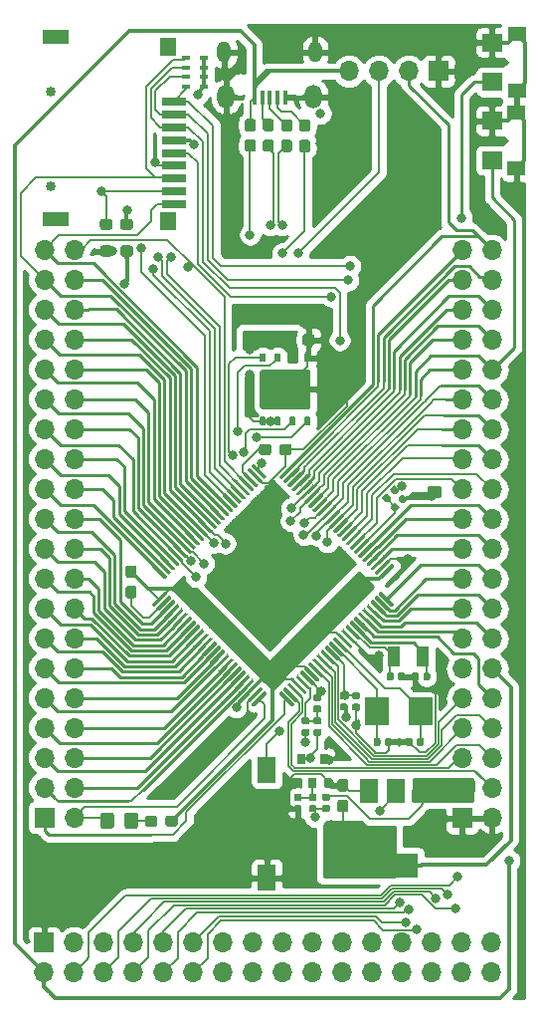
<source format=gbr>
G04 #@! TF.GenerationSoftware,KiCad,Pcbnew,(5.1.4)-1*
G04 #@! TF.CreationDate,2019-12-06T11:11:42+08:00*
G04 #@! TF.ProjectId,STM32F407VTE6-SOCKET,53544d33-3246-4343-9037-565445362d53,rev?*
G04 #@! TF.SameCoordinates,Original*
G04 #@! TF.FileFunction,Copper,L2,Bot*
G04 #@! TF.FilePolarity,Positive*
%FSLAX46Y46*%
G04 Gerber Fmt 4.6, Leading zero omitted, Abs format (unit mm)*
G04 Created by KiCad (PCBNEW (5.1.4)-1) date 2019-12-06 11:11:42*
%MOMM*%
%LPD*%
G04 APERTURE LIST*
%ADD10O,1.700000X1.700000*%
%ADD11R,1.700000X1.700000*%
%ADD12R,1.600000X2.180000*%
%ADD13R,0.450000X1.300000*%
%ADD14O,1.450000X2.000000*%
%ADD15O,1.150000X1.800000*%
%ADD16C,0.100000*%
%ADD17C,0.590000*%
%ADD18C,0.950000*%
%ADD19C,1.150000*%
%ADD20R,2.000000X0.750000*%
%ADD21R,1.400000X1.600000*%
%ADD22R,2.200000X1.200000*%
%ADD23C,0.850000*%
%ADD24R,0.760000X0.430000*%
%ADD25R,0.800000X0.900000*%
%ADD26C,0.300000*%
%ADD27C,3.400000*%
%ADD28C,0.500000*%
%ADD29R,3.800000X2.000000*%
%ADD30R,1.500000X2.000000*%
%ADD31R,2.000000X2.400000*%
%ADD32R,1.000000X1.800000*%
%ADD33R,1.500000X1.200000*%
%ADD34R,1.700000X1.500000*%
%ADD35C,0.800000*%
%ADD36C,0.210000*%
%ADD37C,0.127000*%
%ADD38C,0.150000*%
%ADD39C,0.300000*%
%ADD40C,0.170000*%
%ADD41C,0.250000*%
%ADD42C,0.200000*%
%ADD43C,0.254000*%
G04 APERTURE END LIST*
D10*
X129410000Y-100550000D03*
X131950000Y-100550000D03*
X134490000Y-100550000D03*
D11*
X137030000Y-100550000D03*
D12*
X122420000Y-169120000D03*
X122420000Y-159940000D03*
D13*
X121360000Y-102770000D03*
X122010000Y-102770000D03*
X122660000Y-102770000D03*
X123310000Y-102770000D03*
X123960000Y-102770000D03*
D14*
X118935000Y-102720000D03*
X126385000Y-102720000D03*
D15*
X118785000Y-98920000D03*
X126535000Y-98920000D03*
D16*
G36*
X127636958Y-162935710D02*
G01*
X127651276Y-162937834D01*
X127665317Y-162941351D01*
X127678946Y-162946228D01*
X127692031Y-162952417D01*
X127704447Y-162959858D01*
X127716073Y-162968481D01*
X127726798Y-162978202D01*
X127736519Y-162988927D01*
X127745142Y-163000553D01*
X127752583Y-163012969D01*
X127758772Y-163026054D01*
X127763649Y-163039683D01*
X127767166Y-163053724D01*
X127769290Y-163068042D01*
X127770000Y-163082500D01*
X127770000Y-163377500D01*
X127769290Y-163391958D01*
X127767166Y-163406276D01*
X127763649Y-163420317D01*
X127758772Y-163433946D01*
X127752583Y-163447031D01*
X127745142Y-163459447D01*
X127736519Y-163471073D01*
X127726798Y-163481798D01*
X127716073Y-163491519D01*
X127704447Y-163500142D01*
X127692031Y-163507583D01*
X127678946Y-163513772D01*
X127665317Y-163518649D01*
X127651276Y-163522166D01*
X127636958Y-163524290D01*
X127622500Y-163525000D01*
X127277500Y-163525000D01*
X127263042Y-163524290D01*
X127248724Y-163522166D01*
X127234683Y-163518649D01*
X127221054Y-163513772D01*
X127207969Y-163507583D01*
X127195553Y-163500142D01*
X127183927Y-163491519D01*
X127173202Y-163481798D01*
X127163481Y-163471073D01*
X127154858Y-163459447D01*
X127147417Y-163447031D01*
X127141228Y-163433946D01*
X127136351Y-163420317D01*
X127132834Y-163406276D01*
X127130710Y-163391958D01*
X127130000Y-163377500D01*
X127130000Y-163082500D01*
X127130710Y-163068042D01*
X127132834Y-163053724D01*
X127136351Y-163039683D01*
X127141228Y-163026054D01*
X127147417Y-163012969D01*
X127154858Y-163000553D01*
X127163481Y-162988927D01*
X127173202Y-162978202D01*
X127183927Y-162968481D01*
X127195553Y-162959858D01*
X127207969Y-162952417D01*
X127221054Y-162946228D01*
X127234683Y-162941351D01*
X127248724Y-162937834D01*
X127263042Y-162935710D01*
X127277500Y-162935000D01*
X127622500Y-162935000D01*
X127636958Y-162935710D01*
X127636958Y-162935710D01*
G37*
D17*
X127450000Y-163230000D03*
D16*
G36*
X127636958Y-161965710D02*
G01*
X127651276Y-161967834D01*
X127665317Y-161971351D01*
X127678946Y-161976228D01*
X127692031Y-161982417D01*
X127704447Y-161989858D01*
X127716073Y-161998481D01*
X127726798Y-162008202D01*
X127736519Y-162018927D01*
X127745142Y-162030553D01*
X127752583Y-162042969D01*
X127758772Y-162056054D01*
X127763649Y-162069683D01*
X127767166Y-162083724D01*
X127769290Y-162098042D01*
X127770000Y-162112500D01*
X127770000Y-162407500D01*
X127769290Y-162421958D01*
X127767166Y-162436276D01*
X127763649Y-162450317D01*
X127758772Y-162463946D01*
X127752583Y-162477031D01*
X127745142Y-162489447D01*
X127736519Y-162501073D01*
X127726798Y-162511798D01*
X127716073Y-162521519D01*
X127704447Y-162530142D01*
X127692031Y-162537583D01*
X127678946Y-162543772D01*
X127665317Y-162548649D01*
X127651276Y-162552166D01*
X127636958Y-162554290D01*
X127622500Y-162555000D01*
X127277500Y-162555000D01*
X127263042Y-162554290D01*
X127248724Y-162552166D01*
X127234683Y-162548649D01*
X127221054Y-162543772D01*
X127207969Y-162537583D01*
X127195553Y-162530142D01*
X127183927Y-162521519D01*
X127173202Y-162511798D01*
X127163481Y-162501073D01*
X127154858Y-162489447D01*
X127147417Y-162477031D01*
X127141228Y-162463946D01*
X127136351Y-162450317D01*
X127132834Y-162436276D01*
X127130710Y-162421958D01*
X127130000Y-162407500D01*
X127130000Y-162112500D01*
X127130710Y-162098042D01*
X127132834Y-162083724D01*
X127136351Y-162069683D01*
X127141228Y-162056054D01*
X127147417Y-162042969D01*
X127154858Y-162030553D01*
X127163481Y-162018927D01*
X127173202Y-162008202D01*
X127183927Y-161998481D01*
X127195553Y-161989858D01*
X127207969Y-161982417D01*
X127221054Y-161976228D01*
X127234683Y-161971351D01*
X127248724Y-161967834D01*
X127263042Y-161965710D01*
X127277500Y-161965000D01*
X127622500Y-161965000D01*
X127636958Y-161965710D01*
X127636958Y-161965710D01*
G37*
D17*
X127450000Y-162260000D03*
D16*
G36*
X133326780Y-137226936D02*
G01*
X133341098Y-137229060D01*
X133355139Y-137232577D01*
X133368768Y-137237454D01*
X133381853Y-137243643D01*
X133394269Y-137251084D01*
X133405895Y-137259707D01*
X133416620Y-137269428D01*
X133660572Y-137513380D01*
X133670293Y-137524105D01*
X133678916Y-137535731D01*
X133686357Y-137548147D01*
X133692546Y-137561232D01*
X133697423Y-137574861D01*
X133700940Y-137588902D01*
X133703064Y-137603220D01*
X133703774Y-137617678D01*
X133703064Y-137632136D01*
X133700940Y-137646454D01*
X133697423Y-137660495D01*
X133692546Y-137674124D01*
X133686357Y-137687209D01*
X133678916Y-137699625D01*
X133670293Y-137711251D01*
X133660572Y-137721976D01*
X133451976Y-137930572D01*
X133441251Y-137940293D01*
X133429625Y-137948916D01*
X133417209Y-137956357D01*
X133404124Y-137962546D01*
X133390495Y-137967423D01*
X133376454Y-137970940D01*
X133362136Y-137973064D01*
X133347678Y-137973774D01*
X133333220Y-137973064D01*
X133318902Y-137970940D01*
X133304861Y-137967423D01*
X133291232Y-137962546D01*
X133278147Y-137956357D01*
X133265731Y-137948916D01*
X133254105Y-137940293D01*
X133243380Y-137930572D01*
X132999428Y-137686620D01*
X132989707Y-137675895D01*
X132981084Y-137664269D01*
X132973643Y-137651853D01*
X132967454Y-137638768D01*
X132962577Y-137625139D01*
X132959060Y-137611098D01*
X132956936Y-137596780D01*
X132956226Y-137582322D01*
X132956936Y-137567864D01*
X132959060Y-137553546D01*
X132962577Y-137539505D01*
X132967454Y-137525876D01*
X132973643Y-137512791D01*
X132981084Y-137500375D01*
X132989707Y-137488749D01*
X132999428Y-137478024D01*
X133208024Y-137269428D01*
X133218749Y-137259707D01*
X133230375Y-137251084D01*
X133242791Y-137243643D01*
X133255876Y-137237454D01*
X133269505Y-137232577D01*
X133283546Y-137229060D01*
X133297864Y-137226936D01*
X133312322Y-137226226D01*
X133326780Y-137226936D01*
X133326780Y-137226936D01*
G37*
D17*
X133330000Y-137600000D03*
D16*
G36*
X134012674Y-136541042D02*
G01*
X134026992Y-136543166D01*
X134041033Y-136546683D01*
X134054662Y-136551560D01*
X134067747Y-136557749D01*
X134080163Y-136565190D01*
X134091789Y-136573813D01*
X134102514Y-136583534D01*
X134346466Y-136827486D01*
X134356187Y-136838211D01*
X134364810Y-136849837D01*
X134372251Y-136862253D01*
X134378440Y-136875338D01*
X134383317Y-136888967D01*
X134386834Y-136903008D01*
X134388958Y-136917326D01*
X134389668Y-136931784D01*
X134388958Y-136946242D01*
X134386834Y-136960560D01*
X134383317Y-136974601D01*
X134378440Y-136988230D01*
X134372251Y-137001315D01*
X134364810Y-137013731D01*
X134356187Y-137025357D01*
X134346466Y-137036082D01*
X134137870Y-137244678D01*
X134127145Y-137254399D01*
X134115519Y-137263022D01*
X134103103Y-137270463D01*
X134090018Y-137276652D01*
X134076389Y-137281529D01*
X134062348Y-137285046D01*
X134048030Y-137287170D01*
X134033572Y-137287880D01*
X134019114Y-137287170D01*
X134004796Y-137285046D01*
X133990755Y-137281529D01*
X133977126Y-137276652D01*
X133964041Y-137270463D01*
X133951625Y-137263022D01*
X133939999Y-137254399D01*
X133929274Y-137244678D01*
X133685322Y-137000726D01*
X133675601Y-136990001D01*
X133666978Y-136978375D01*
X133659537Y-136965959D01*
X133653348Y-136952874D01*
X133648471Y-136939245D01*
X133644954Y-136925204D01*
X133642830Y-136910886D01*
X133642120Y-136896428D01*
X133642830Y-136881970D01*
X133644954Y-136867652D01*
X133648471Y-136853611D01*
X133653348Y-136839982D01*
X133659537Y-136826897D01*
X133666978Y-136814481D01*
X133675601Y-136802855D01*
X133685322Y-136792130D01*
X133893918Y-136583534D01*
X133904643Y-136573813D01*
X133916269Y-136565190D01*
X133928685Y-136557749D01*
X133941770Y-136551560D01*
X133955399Y-136546683D01*
X133969440Y-136543166D01*
X133983758Y-136541042D01*
X133998216Y-136540332D01*
X134012674Y-136541042D01*
X134012674Y-136541042D01*
G37*
D17*
X134015894Y-136914106D03*
D16*
G36*
X132598833Y-136459883D02*
G01*
X132613151Y-136462007D01*
X132627192Y-136465524D01*
X132640821Y-136470401D01*
X132653906Y-136476590D01*
X132666322Y-136484031D01*
X132677948Y-136492654D01*
X132688673Y-136502375D01*
X132932625Y-136746327D01*
X132942346Y-136757052D01*
X132950969Y-136768678D01*
X132958410Y-136781094D01*
X132964599Y-136794179D01*
X132969476Y-136807808D01*
X132972993Y-136821849D01*
X132975117Y-136836167D01*
X132975827Y-136850625D01*
X132975117Y-136865083D01*
X132972993Y-136879401D01*
X132969476Y-136893442D01*
X132964599Y-136907071D01*
X132958410Y-136920156D01*
X132950969Y-136932572D01*
X132942346Y-136944198D01*
X132932625Y-136954923D01*
X132724029Y-137163519D01*
X132713304Y-137173240D01*
X132701678Y-137181863D01*
X132689262Y-137189304D01*
X132676177Y-137195493D01*
X132662548Y-137200370D01*
X132648507Y-137203887D01*
X132634189Y-137206011D01*
X132619731Y-137206721D01*
X132605273Y-137206011D01*
X132590955Y-137203887D01*
X132576914Y-137200370D01*
X132563285Y-137195493D01*
X132550200Y-137189304D01*
X132537784Y-137181863D01*
X132526158Y-137173240D01*
X132515433Y-137163519D01*
X132271481Y-136919567D01*
X132261760Y-136908842D01*
X132253137Y-136897216D01*
X132245696Y-136884800D01*
X132239507Y-136871715D01*
X132234630Y-136858086D01*
X132231113Y-136844045D01*
X132228989Y-136829727D01*
X132228279Y-136815269D01*
X132228989Y-136800811D01*
X132231113Y-136786493D01*
X132234630Y-136772452D01*
X132239507Y-136758823D01*
X132245696Y-136745738D01*
X132253137Y-136733322D01*
X132261760Y-136721696D01*
X132271481Y-136710971D01*
X132480077Y-136502375D01*
X132490802Y-136492654D01*
X132502428Y-136484031D01*
X132514844Y-136476590D01*
X132527929Y-136470401D01*
X132541558Y-136465524D01*
X132555599Y-136462007D01*
X132569917Y-136459883D01*
X132584375Y-136459173D01*
X132598833Y-136459883D01*
X132598833Y-136459883D01*
G37*
D17*
X132602053Y-136832947D03*
D16*
G36*
X133284727Y-135773989D02*
G01*
X133299045Y-135776113D01*
X133313086Y-135779630D01*
X133326715Y-135784507D01*
X133339800Y-135790696D01*
X133352216Y-135798137D01*
X133363842Y-135806760D01*
X133374567Y-135816481D01*
X133618519Y-136060433D01*
X133628240Y-136071158D01*
X133636863Y-136082784D01*
X133644304Y-136095200D01*
X133650493Y-136108285D01*
X133655370Y-136121914D01*
X133658887Y-136135955D01*
X133661011Y-136150273D01*
X133661721Y-136164731D01*
X133661011Y-136179189D01*
X133658887Y-136193507D01*
X133655370Y-136207548D01*
X133650493Y-136221177D01*
X133644304Y-136234262D01*
X133636863Y-136246678D01*
X133628240Y-136258304D01*
X133618519Y-136269029D01*
X133409923Y-136477625D01*
X133399198Y-136487346D01*
X133387572Y-136495969D01*
X133375156Y-136503410D01*
X133362071Y-136509599D01*
X133348442Y-136514476D01*
X133334401Y-136517993D01*
X133320083Y-136520117D01*
X133305625Y-136520827D01*
X133291167Y-136520117D01*
X133276849Y-136517993D01*
X133262808Y-136514476D01*
X133249179Y-136509599D01*
X133236094Y-136503410D01*
X133223678Y-136495969D01*
X133212052Y-136487346D01*
X133201327Y-136477625D01*
X132957375Y-136233673D01*
X132947654Y-136222948D01*
X132939031Y-136211322D01*
X132931590Y-136198906D01*
X132925401Y-136185821D01*
X132920524Y-136172192D01*
X132917007Y-136158151D01*
X132914883Y-136143833D01*
X132914173Y-136129375D01*
X132914883Y-136114917D01*
X132917007Y-136100599D01*
X132920524Y-136086558D01*
X132925401Y-136072929D01*
X132931590Y-136059844D01*
X132939031Y-136047428D01*
X132947654Y-136035802D01*
X132957375Y-136025077D01*
X133165971Y-135816481D01*
X133176696Y-135806760D01*
X133188322Y-135798137D01*
X133200738Y-135790696D01*
X133213823Y-135784507D01*
X133227452Y-135779630D01*
X133241493Y-135776113D01*
X133255811Y-135773989D01*
X133270269Y-135773279D01*
X133284727Y-135773989D01*
X133284727Y-135773989D01*
G37*
D17*
X133287947Y-136147053D03*
D16*
G36*
X126506958Y-161975710D02*
G01*
X126521276Y-161977834D01*
X126535317Y-161981351D01*
X126548946Y-161986228D01*
X126562031Y-161992417D01*
X126574447Y-161999858D01*
X126586073Y-162008481D01*
X126596798Y-162018202D01*
X126606519Y-162028927D01*
X126615142Y-162040553D01*
X126622583Y-162052969D01*
X126628772Y-162066054D01*
X126633649Y-162079683D01*
X126637166Y-162093724D01*
X126639290Y-162108042D01*
X126640000Y-162122500D01*
X126640000Y-162417500D01*
X126639290Y-162431958D01*
X126637166Y-162446276D01*
X126633649Y-162460317D01*
X126628772Y-162473946D01*
X126622583Y-162487031D01*
X126615142Y-162499447D01*
X126606519Y-162511073D01*
X126596798Y-162521798D01*
X126586073Y-162531519D01*
X126574447Y-162540142D01*
X126562031Y-162547583D01*
X126548946Y-162553772D01*
X126535317Y-162558649D01*
X126521276Y-162562166D01*
X126506958Y-162564290D01*
X126492500Y-162565000D01*
X126147500Y-162565000D01*
X126133042Y-162564290D01*
X126118724Y-162562166D01*
X126104683Y-162558649D01*
X126091054Y-162553772D01*
X126077969Y-162547583D01*
X126065553Y-162540142D01*
X126053927Y-162531519D01*
X126043202Y-162521798D01*
X126033481Y-162511073D01*
X126024858Y-162499447D01*
X126017417Y-162487031D01*
X126011228Y-162473946D01*
X126006351Y-162460317D01*
X126002834Y-162446276D01*
X126000710Y-162431958D01*
X126000000Y-162417500D01*
X126000000Y-162122500D01*
X126000710Y-162108042D01*
X126002834Y-162093724D01*
X126006351Y-162079683D01*
X126011228Y-162066054D01*
X126017417Y-162052969D01*
X126024858Y-162040553D01*
X126033481Y-162028927D01*
X126043202Y-162018202D01*
X126053927Y-162008481D01*
X126065553Y-161999858D01*
X126077969Y-161992417D01*
X126091054Y-161986228D01*
X126104683Y-161981351D01*
X126118724Y-161977834D01*
X126133042Y-161975710D01*
X126147500Y-161975000D01*
X126492500Y-161975000D01*
X126506958Y-161975710D01*
X126506958Y-161975710D01*
G37*
D17*
X126320000Y-162270000D03*
D16*
G36*
X126506958Y-162945710D02*
G01*
X126521276Y-162947834D01*
X126535317Y-162951351D01*
X126548946Y-162956228D01*
X126562031Y-162962417D01*
X126574447Y-162969858D01*
X126586073Y-162978481D01*
X126596798Y-162988202D01*
X126606519Y-162998927D01*
X126615142Y-163010553D01*
X126622583Y-163022969D01*
X126628772Y-163036054D01*
X126633649Y-163049683D01*
X126637166Y-163063724D01*
X126639290Y-163078042D01*
X126640000Y-163092500D01*
X126640000Y-163387500D01*
X126639290Y-163401958D01*
X126637166Y-163416276D01*
X126633649Y-163430317D01*
X126628772Y-163443946D01*
X126622583Y-163457031D01*
X126615142Y-163469447D01*
X126606519Y-163481073D01*
X126596798Y-163491798D01*
X126586073Y-163501519D01*
X126574447Y-163510142D01*
X126562031Y-163517583D01*
X126548946Y-163523772D01*
X126535317Y-163528649D01*
X126521276Y-163532166D01*
X126506958Y-163534290D01*
X126492500Y-163535000D01*
X126147500Y-163535000D01*
X126133042Y-163534290D01*
X126118724Y-163532166D01*
X126104683Y-163528649D01*
X126091054Y-163523772D01*
X126077969Y-163517583D01*
X126065553Y-163510142D01*
X126053927Y-163501519D01*
X126043202Y-163491798D01*
X126033481Y-163481073D01*
X126024858Y-163469447D01*
X126017417Y-163457031D01*
X126011228Y-163443946D01*
X126006351Y-163430317D01*
X126002834Y-163416276D01*
X126000710Y-163401958D01*
X126000000Y-163387500D01*
X126000000Y-163092500D01*
X126000710Y-163078042D01*
X126002834Y-163063724D01*
X126006351Y-163049683D01*
X126011228Y-163036054D01*
X126017417Y-163022969D01*
X126024858Y-163010553D01*
X126033481Y-162998927D01*
X126043202Y-162988202D01*
X126053927Y-162978481D01*
X126065553Y-162969858D01*
X126077969Y-162962417D01*
X126091054Y-162956228D01*
X126104683Y-162951351D01*
X126118724Y-162947834D01*
X126133042Y-162945710D01*
X126147500Y-162945000D01*
X126492500Y-162945000D01*
X126506958Y-162945710D01*
X126506958Y-162945710D01*
G37*
D17*
X126320000Y-163240000D03*
D16*
G36*
X126896958Y-156455710D02*
G01*
X126911276Y-156457834D01*
X126925317Y-156461351D01*
X126938946Y-156466228D01*
X126952031Y-156472417D01*
X126964447Y-156479858D01*
X126976073Y-156488481D01*
X126986798Y-156498202D01*
X126996519Y-156508927D01*
X127005142Y-156520553D01*
X127012583Y-156532969D01*
X127018772Y-156546054D01*
X127023649Y-156559683D01*
X127027166Y-156573724D01*
X127029290Y-156588042D01*
X127030000Y-156602500D01*
X127030000Y-156897500D01*
X127029290Y-156911958D01*
X127027166Y-156926276D01*
X127023649Y-156940317D01*
X127018772Y-156953946D01*
X127012583Y-156967031D01*
X127005142Y-156979447D01*
X126996519Y-156991073D01*
X126986798Y-157001798D01*
X126976073Y-157011519D01*
X126964447Y-157020142D01*
X126952031Y-157027583D01*
X126938946Y-157033772D01*
X126925317Y-157038649D01*
X126911276Y-157042166D01*
X126896958Y-157044290D01*
X126882500Y-157045000D01*
X126537500Y-157045000D01*
X126523042Y-157044290D01*
X126508724Y-157042166D01*
X126494683Y-157038649D01*
X126481054Y-157033772D01*
X126467969Y-157027583D01*
X126455553Y-157020142D01*
X126443927Y-157011519D01*
X126433202Y-157001798D01*
X126423481Y-156991073D01*
X126414858Y-156979447D01*
X126407417Y-156967031D01*
X126401228Y-156953946D01*
X126396351Y-156940317D01*
X126392834Y-156926276D01*
X126390710Y-156911958D01*
X126390000Y-156897500D01*
X126390000Y-156602500D01*
X126390710Y-156588042D01*
X126392834Y-156573724D01*
X126396351Y-156559683D01*
X126401228Y-156546054D01*
X126407417Y-156532969D01*
X126414858Y-156520553D01*
X126423481Y-156508927D01*
X126433202Y-156498202D01*
X126443927Y-156488481D01*
X126455553Y-156479858D01*
X126467969Y-156472417D01*
X126481054Y-156466228D01*
X126494683Y-156461351D01*
X126508724Y-156457834D01*
X126523042Y-156455710D01*
X126537500Y-156455000D01*
X126882500Y-156455000D01*
X126896958Y-156455710D01*
X126896958Y-156455710D01*
G37*
D17*
X126710000Y-156750000D03*
D16*
G36*
X126896958Y-155485710D02*
G01*
X126911276Y-155487834D01*
X126925317Y-155491351D01*
X126938946Y-155496228D01*
X126952031Y-155502417D01*
X126964447Y-155509858D01*
X126976073Y-155518481D01*
X126986798Y-155528202D01*
X126996519Y-155538927D01*
X127005142Y-155550553D01*
X127012583Y-155562969D01*
X127018772Y-155576054D01*
X127023649Y-155589683D01*
X127027166Y-155603724D01*
X127029290Y-155618042D01*
X127030000Y-155632500D01*
X127030000Y-155927500D01*
X127029290Y-155941958D01*
X127027166Y-155956276D01*
X127023649Y-155970317D01*
X127018772Y-155983946D01*
X127012583Y-155997031D01*
X127005142Y-156009447D01*
X126996519Y-156021073D01*
X126986798Y-156031798D01*
X126976073Y-156041519D01*
X126964447Y-156050142D01*
X126952031Y-156057583D01*
X126938946Y-156063772D01*
X126925317Y-156068649D01*
X126911276Y-156072166D01*
X126896958Y-156074290D01*
X126882500Y-156075000D01*
X126537500Y-156075000D01*
X126523042Y-156074290D01*
X126508724Y-156072166D01*
X126494683Y-156068649D01*
X126481054Y-156063772D01*
X126467969Y-156057583D01*
X126455553Y-156050142D01*
X126443927Y-156041519D01*
X126433202Y-156031798D01*
X126423481Y-156021073D01*
X126414858Y-156009447D01*
X126407417Y-155997031D01*
X126401228Y-155983946D01*
X126396351Y-155970317D01*
X126392834Y-155956276D01*
X126390710Y-155941958D01*
X126390000Y-155927500D01*
X126390000Y-155632500D01*
X126390710Y-155618042D01*
X126392834Y-155603724D01*
X126396351Y-155589683D01*
X126401228Y-155576054D01*
X126407417Y-155562969D01*
X126414858Y-155550553D01*
X126423481Y-155538927D01*
X126433202Y-155528202D01*
X126443927Y-155518481D01*
X126455553Y-155509858D01*
X126467969Y-155502417D01*
X126481054Y-155496228D01*
X126494683Y-155491351D01*
X126508724Y-155487834D01*
X126523042Y-155485710D01*
X126537500Y-155485000D01*
X126882500Y-155485000D01*
X126896958Y-155485710D01*
X126896958Y-155485710D01*
G37*
D17*
X126710000Y-155780000D03*
D16*
G36*
X125886958Y-155485710D02*
G01*
X125901276Y-155487834D01*
X125915317Y-155491351D01*
X125928946Y-155496228D01*
X125942031Y-155502417D01*
X125954447Y-155509858D01*
X125966073Y-155518481D01*
X125976798Y-155528202D01*
X125986519Y-155538927D01*
X125995142Y-155550553D01*
X126002583Y-155562969D01*
X126008772Y-155576054D01*
X126013649Y-155589683D01*
X126017166Y-155603724D01*
X126019290Y-155618042D01*
X126020000Y-155632500D01*
X126020000Y-155927500D01*
X126019290Y-155941958D01*
X126017166Y-155956276D01*
X126013649Y-155970317D01*
X126008772Y-155983946D01*
X126002583Y-155997031D01*
X125995142Y-156009447D01*
X125986519Y-156021073D01*
X125976798Y-156031798D01*
X125966073Y-156041519D01*
X125954447Y-156050142D01*
X125942031Y-156057583D01*
X125928946Y-156063772D01*
X125915317Y-156068649D01*
X125901276Y-156072166D01*
X125886958Y-156074290D01*
X125872500Y-156075000D01*
X125527500Y-156075000D01*
X125513042Y-156074290D01*
X125498724Y-156072166D01*
X125484683Y-156068649D01*
X125471054Y-156063772D01*
X125457969Y-156057583D01*
X125445553Y-156050142D01*
X125433927Y-156041519D01*
X125423202Y-156031798D01*
X125413481Y-156021073D01*
X125404858Y-156009447D01*
X125397417Y-155997031D01*
X125391228Y-155983946D01*
X125386351Y-155970317D01*
X125382834Y-155956276D01*
X125380710Y-155941958D01*
X125380000Y-155927500D01*
X125380000Y-155632500D01*
X125380710Y-155618042D01*
X125382834Y-155603724D01*
X125386351Y-155589683D01*
X125391228Y-155576054D01*
X125397417Y-155562969D01*
X125404858Y-155550553D01*
X125413481Y-155538927D01*
X125423202Y-155528202D01*
X125433927Y-155518481D01*
X125445553Y-155509858D01*
X125457969Y-155502417D01*
X125471054Y-155496228D01*
X125484683Y-155491351D01*
X125498724Y-155487834D01*
X125513042Y-155485710D01*
X125527500Y-155485000D01*
X125872500Y-155485000D01*
X125886958Y-155485710D01*
X125886958Y-155485710D01*
G37*
D17*
X125700000Y-155780000D03*
D16*
G36*
X125886958Y-156455710D02*
G01*
X125901276Y-156457834D01*
X125915317Y-156461351D01*
X125928946Y-156466228D01*
X125942031Y-156472417D01*
X125954447Y-156479858D01*
X125966073Y-156488481D01*
X125976798Y-156498202D01*
X125986519Y-156508927D01*
X125995142Y-156520553D01*
X126002583Y-156532969D01*
X126008772Y-156546054D01*
X126013649Y-156559683D01*
X126017166Y-156573724D01*
X126019290Y-156588042D01*
X126020000Y-156602500D01*
X126020000Y-156897500D01*
X126019290Y-156911958D01*
X126017166Y-156926276D01*
X126013649Y-156940317D01*
X126008772Y-156953946D01*
X126002583Y-156967031D01*
X125995142Y-156979447D01*
X125986519Y-156991073D01*
X125976798Y-157001798D01*
X125966073Y-157011519D01*
X125954447Y-157020142D01*
X125942031Y-157027583D01*
X125928946Y-157033772D01*
X125915317Y-157038649D01*
X125901276Y-157042166D01*
X125886958Y-157044290D01*
X125872500Y-157045000D01*
X125527500Y-157045000D01*
X125513042Y-157044290D01*
X125498724Y-157042166D01*
X125484683Y-157038649D01*
X125471054Y-157033772D01*
X125457969Y-157027583D01*
X125445553Y-157020142D01*
X125433927Y-157011519D01*
X125423202Y-157001798D01*
X125413481Y-156991073D01*
X125404858Y-156979447D01*
X125397417Y-156967031D01*
X125391228Y-156953946D01*
X125386351Y-156940317D01*
X125382834Y-156926276D01*
X125380710Y-156911958D01*
X125380000Y-156897500D01*
X125380000Y-156602500D01*
X125380710Y-156588042D01*
X125382834Y-156573724D01*
X125386351Y-156559683D01*
X125391228Y-156546054D01*
X125397417Y-156532969D01*
X125404858Y-156520553D01*
X125413481Y-156508927D01*
X125423202Y-156498202D01*
X125433927Y-156488481D01*
X125445553Y-156479858D01*
X125457969Y-156472417D01*
X125471054Y-156466228D01*
X125484683Y-156461351D01*
X125498724Y-156457834D01*
X125513042Y-156455710D01*
X125527500Y-156455000D01*
X125872500Y-156455000D01*
X125886958Y-156455710D01*
X125886958Y-156455710D01*
G37*
D17*
X125700000Y-156750000D03*
D16*
G36*
X125246958Y-162955710D02*
G01*
X125261276Y-162957834D01*
X125275317Y-162961351D01*
X125288946Y-162966228D01*
X125302031Y-162972417D01*
X125314447Y-162979858D01*
X125326073Y-162988481D01*
X125336798Y-162998202D01*
X125346519Y-163008927D01*
X125355142Y-163020553D01*
X125362583Y-163032969D01*
X125368772Y-163046054D01*
X125373649Y-163059683D01*
X125377166Y-163073724D01*
X125379290Y-163088042D01*
X125380000Y-163102500D01*
X125380000Y-163397500D01*
X125379290Y-163411958D01*
X125377166Y-163426276D01*
X125373649Y-163440317D01*
X125368772Y-163453946D01*
X125362583Y-163467031D01*
X125355142Y-163479447D01*
X125346519Y-163491073D01*
X125336798Y-163501798D01*
X125326073Y-163511519D01*
X125314447Y-163520142D01*
X125302031Y-163527583D01*
X125288946Y-163533772D01*
X125275317Y-163538649D01*
X125261276Y-163542166D01*
X125246958Y-163544290D01*
X125232500Y-163545000D01*
X124887500Y-163545000D01*
X124873042Y-163544290D01*
X124858724Y-163542166D01*
X124844683Y-163538649D01*
X124831054Y-163533772D01*
X124817969Y-163527583D01*
X124805553Y-163520142D01*
X124793927Y-163511519D01*
X124783202Y-163501798D01*
X124773481Y-163491073D01*
X124764858Y-163479447D01*
X124757417Y-163467031D01*
X124751228Y-163453946D01*
X124746351Y-163440317D01*
X124742834Y-163426276D01*
X124740710Y-163411958D01*
X124740000Y-163397500D01*
X124740000Y-163102500D01*
X124740710Y-163088042D01*
X124742834Y-163073724D01*
X124746351Y-163059683D01*
X124751228Y-163046054D01*
X124757417Y-163032969D01*
X124764858Y-163020553D01*
X124773481Y-163008927D01*
X124783202Y-162998202D01*
X124793927Y-162988481D01*
X124805553Y-162979858D01*
X124817969Y-162972417D01*
X124831054Y-162966228D01*
X124844683Y-162961351D01*
X124858724Y-162957834D01*
X124873042Y-162955710D01*
X124887500Y-162955000D01*
X125232500Y-162955000D01*
X125246958Y-162955710D01*
X125246958Y-162955710D01*
G37*
D17*
X125060000Y-163250000D03*
D16*
G36*
X125246958Y-161985710D02*
G01*
X125261276Y-161987834D01*
X125275317Y-161991351D01*
X125288946Y-161996228D01*
X125302031Y-162002417D01*
X125314447Y-162009858D01*
X125326073Y-162018481D01*
X125336798Y-162028202D01*
X125346519Y-162038927D01*
X125355142Y-162050553D01*
X125362583Y-162062969D01*
X125368772Y-162076054D01*
X125373649Y-162089683D01*
X125377166Y-162103724D01*
X125379290Y-162118042D01*
X125380000Y-162132500D01*
X125380000Y-162427500D01*
X125379290Y-162441958D01*
X125377166Y-162456276D01*
X125373649Y-162470317D01*
X125368772Y-162483946D01*
X125362583Y-162497031D01*
X125355142Y-162509447D01*
X125346519Y-162521073D01*
X125336798Y-162531798D01*
X125326073Y-162541519D01*
X125314447Y-162550142D01*
X125302031Y-162557583D01*
X125288946Y-162563772D01*
X125275317Y-162568649D01*
X125261276Y-162572166D01*
X125246958Y-162574290D01*
X125232500Y-162575000D01*
X124887500Y-162575000D01*
X124873042Y-162574290D01*
X124858724Y-162572166D01*
X124844683Y-162568649D01*
X124831054Y-162563772D01*
X124817969Y-162557583D01*
X124805553Y-162550142D01*
X124793927Y-162541519D01*
X124783202Y-162531798D01*
X124773481Y-162521073D01*
X124764858Y-162509447D01*
X124757417Y-162497031D01*
X124751228Y-162483946D01*
X124746351Y-162470317D01*
X124742834Y-162456276D01*
X124740710Y-162441958D01*
X124740000Y-162427500D01*
X124740000Y-162132500D01*
X124740710Y-162118042D01*
X124742834Y-162103724D01*
X124746351Y-162089683D01*
X124751228Y-162076054D01*
X124757417Y-162062969D01*
X124764858Y-162050553D01*
X124773481Y-162038927D01*
X124783202Y-162028202D01*
X124793927Y-162018481D01*
X124805553Y-162009858D01*
X124817969Y-162002417D01*
X124831054Y-161996228D01*
X124844683Y-161991351D01*
X124858724Y-161987834D01*
X124873042Y-161985710D01*
X124887500Y-161985000D01*
X125232500Y-161985000D01*
X125246958Y-161985710D01*
X125246958Y-161985710D01*
G37*
D17*
X125060000Y-162280000D03*
D16*
G36*
X126886958Y-154475710D02*
G01*
X126901276Y-154477834D01*
X126915317Y-154481351D01*
X126928946Y-154486228D01*
X126942031Y-154492417D01*
X126954447Y-154499858D01*
X126966073Y-154508481D01*
X126976798Y-154518202D01*
X126986519Y-154528927D01*
X126995142Y-154540553D01*
X127002583Y-154552969D01*
X127008772Y-154566054D01*
X127013649Y-154579683D01*
X127017166Y-154593724D01*
X127019290Y-154608042D01*
X127020000Y-154622500D01*
X127020000Y-154917500D01*
X127019290Y-154931958D01*
X127017166Y-154946276D01*
X127013649Y-154960317D01*
X127008772Y-154973946D01*
X127002583Y-154987031D01*
X126995142Y-154999447D01*
X126986519Y-155011073D01*
X126976798Y-155021798D01*
X126966073Y-155031519D01*
X126954447Y-155040142D01*
X126942031Y-155047583D01*
X126928946Y-155053772D01*
X126915317Y-155058649D01*
X126901276Y-155062166D01*
X126886958Y-155064290D01*
X126872500Y-155065000D01*
X126527500Y-155065000D01*
X126513042Y-155064290D01*
X126498724Y-155062166D01*
X126484683Y-155058649D01*
X126471054Y-155053772D01*
X126457969Y-155047583D01*
X126445553Y-155040142D01*
X126433927Y-155031519D01*
X126423202Y-155021798D01*
X126413481Y-155011073D01*
X126404858Y-154999447D01*
X126397417Y-154987031D01*
X126391228Y-154973946D01*
X126386351Y-154960317D01*
X126382834Y-154946276D01*
X126380710Y-154931958D01*
X126380000Y-154917500D01*
X126380000Y-154622500D01*
X126380710Y-154608042D01*
X126382834Y-154593724D01*
X126386351Y-154579683D01*
X126391228Y-154566054D01*
X126397417Y-154552969D01*
X126404858Y-154540553D01*
X126413481Y-154528927D01*
X126423202Y-154518202D01*
X126433927Y-154508481D01*
X126445553Y-154499858D01*
X126457969Y-154492417D01*
X126471054Y-154486228D01*
X126484683Y-154481351D01*
X126498724Y-154477834D01*
X126513042Y-154475710D01*
X126527500Y-154475000D01*
X126872500Y-154475000D01*
X126886958Y-154475710D01*
X126886958Y-154475710D01*
G37*
D17*
X126700000Y-154770000D03*
D16*
G36*
X126886958Y-153505710D02*
G01*
X126901276Y-153507834D01*
X126915317Y-153511351D01*
X126928946Y-153516228D01*
X126942031Y-153522417D01*
X126954447Y-153529858D01*
X126966073Y-153538481D01*
X126976798Y-153548202D01*
X126986519Y-153558927D01*
X126995142Y-153570553D01*
X127002583Y-153582969D01*
X127008772Y-153596054D01*
X127013649Y-153609683D01*
X127017166Y-153623724D01*
X127019290Y-153638042D01*
X127020000Y-153652500D01*
X127020000Y-153947500D01*
X127019290Y-153961958D01*
X127017166Y-153976276D01*
X127013649Y-153990317D01*
X127008772Y-154003946D01*
X127002583Y-154017031D01*
X126995142Y-154029447D01*
X126986519Y-154041073D01*
X126976798Y-154051798D01*
X126966073Y-154061519D01*
X126954447Y-154070142D01*
X126942031Y-154077583D01*
X126928946Y-154083772D01*
X126915317Y-154088649D01*
X126901276Y-154092166D01*
X126886958Y-154094290D01*
X126872500Y-154095000D01*
X126527500Y-154095000D01*
X126513042Y-154094290D01*
X126498724Y-154092166D01*
X126484683Y-154088649D01*
X126471054Y-154083772D01*
X126457969Y-154077583D01*
X126445553Y-154070142D01*
X126433927Y-154061519D01*
X126423202Y-154051798D01*
X126413481Y-154041073D01*
X126404858Y-154029447D01*
X126397417Y-154017031D01*
X126391228Y-154003946D01*
X126386351Y-153990317D01*
X126382834Y-153976276D01*
X126380710Y-153961958D01*
X126380000Y-153947500D01*
X126380000Y-153652500D01*
X126380710Y-153638042D01*
X126382834Y-153623724D01*
X126386351Y-153609683D01*
X126391228Y-153596054D01*
X126397417Y-153582969D01*
X126404858Y-153570553D01*
X126413481Y-153558927D01*
X126423202Y-153548202D01*
X126433927Y-153538481D01*
X126445553Y-153529858D01*
X126457969Y-153522417D01*
X126471054Y-153516228D01*
X126484683Y-153511351D01*
X126498724Y-153507834D01*
X126513042Y-153505710D01*
X126527500Y-153505000D01*
X126872500Y-153505000D01*
X126886958Y-153505710D01*
X126886958Y-153505710D01*
G37*
D17*
X126700000Y-153800000D03*
D16*
G36*
X114620779Y-163806144D02*
G01*
X114643834Y-163809563D01*
X114666443Y-163815227D01*
X114688387Y-163823079D01*
X114709457Y-163833044D01*
X114729448Y-163845026D01*
X114748168Y-163858910D01*
X114765438Y-163874562D01*
X114781090Y-163891832D01*
X114794974Y-163910552D01*
X114806956Y-163930543D01*
X114816921Y-163951613D01*
X114824773Y-163973557D01*
X114830437Y-163996166D01*
X114833856Y-164019221D01*
X114835000Y-164042500D01*
X114835000Y-164517500D01*
X114833856Y-164540779D01*
X114830437Y-164563834D01*
X114824773Y-164586443D01*
X114816921Y-164608387D01*
X114806956Y-164629457D01*
X114794974Y-164649448D01*
X114781090Y-164668168D01*
X114765438Y-164685438D01*
X114748168Y-164701090D01*
X114729448Y-164714974D01*
X114709457Y-164726956D01*
X114688387Y-164736921D01*
X114666443Y-164744773D01*
X114643834Y-164750437D01*
X114620779Y-164753856D01*
X114597500Y-164755000D01*
X114022500Y-164755000D01*
X113999221Y-164753856D01*
X113976166Y-164750437D01*
X113953557Y-164744773D01*
X113931613Y-164736921D01*
X113910543Y-164726956D01*
X113890552Y-164714974D01*
X113871832Y-164701090D01*
X113854562Y-164685438D01*
X113838910Y-164668168D01*
X113825026Y-164649448D01*
X113813044Y-164629457D01*
X113803079Y-164608387D01*
X113795227Y-164586443D01*
X113789563Y-164563834D01*
X113786144Y-164540779D01*
X113785000Y-164517500D01*
X113785000Y-164042500D01*
X113786144Y-164019221D01*
X113789563Y-163996166D01*
X113795227Y-163973557D01*
X113803079Y-163951613D01*
X113813044Y-163930543D01*
X113825026Y-163910552D01*
X113838910Y-163891832D01*
X113854562Y-163874562D01*
X113871832Y-163858910D01*
X113890552Y-163845026D01*
X113910543Y-163833044D01*
X113931613Y-163823079D01*
X113953557Y-163815227D01*
X113976166Y-163809563D01*
X113999221Y-163806144D01*
X114022500Y-163805000D01*
X114597500Y-163805000D01*
X114620779Y-163806144D01*
X114620779Y-163806144D01*
G37*
D18*
X114310000Y-164280000D03*
D16*
G36*
X112870779Y-163806144D02*
G01*
X112893834Y-163809563D01*
X112916443Y-163815227D01*
X112938387Y-163823079D01*
X112959457Y-163833044D01*
X112979448Y-163845026D01*
X112998168Y-163858910D01*
X113015438Y-163874562D01*
X113031090Y-163891832D01*
X113044974Y-163910552D01*
X113056956Y-163930543D01*
X113066921Y-163951613D01*
X113074773Y-163973557D01*
X113080437Y-163996166D01*
X113083856Y-164019221D01*
X113085000Y-164042500D01*
X113085000Y-164517500D01*
X113083856Y-164540779D01*
X113080437Y-164563834D01*
X113074773Y-164586443D01*
X113066921Y-164608387D01*
X113056956Y-164629457D01*
X113044974Y-164649448D01*
X113031090Y-164668168D01*
X113015438Y-164685438D01*
X112998168Y-164701090D01*
X112979448Y-164714974D01*
X112959457Y-164726956D01*
X112938387Y-164736921D01*
X112916443Y-164744773D01*
X112893834Y-164750437D01*
X112870779Y-164753856D01*
X112847500Y-164755000D01*
X112272500Y-164755000D01*
X112249221Y-164753856D01*
X112226166Y-164750437D01*
X112203557Y-164744773D01*
X112181613Y-164736921D01*
X112160543Y-164726956D01*
X112140552Y-164714974D01*
X112121832Y-164701090D01*
X112104562Y-164685438D01*
X112088910Y-164668168D01*
X112075026Y-164649448D01*
X112063044Y-164629457D01*
X112053079Y-164608387D01*
X112045227Y-164586443D01*
X112039563Y-164563834D01*
X112036144Y-164540779D01*
X112035000Y-164517500D01*
X112035000Y-164042500D01*
X112036144Y-164019221D01*
X112039563Y-163996166D01*
X112045227Y-163973557D01*
X112053079Y-163951613D01*
X112063044Y-163930543D01*
X112075026Y-163910552D01*
X112088910Y-163891832D01*
X112104562Y-163874562D01*
X112121832Y-163858910D01*
X112140552Y-163845026D01*
X112160543Y-163833044D01*
X112181613Y-163823079D01*
X112203557Y-163815227D01*
X112226166Y-163809563D01*
X112249221Y-163806144D01*
X112272500Y-163805000D01*
X112847500Y-163805000D01*
X112870779Y-163806144D01*
X112870779Y-163806144D01*
G37*
D18*
X112560000Y-164280000D03*
D16*
G36*
X110790779Y-113096144D02*
G01*
X110813834Y-113099563D01*
X110836443Y-113105227D01*
X110858387Y-113113079D01*
X110879457Y-113123044D01*
X110899448Y-113135026D01*
X110918168Y-113148910D01*
X110935438Y-113164562D01*
X110951090Y-113181832D01*
X110964974Y-113200552D01*
X110976956Y-113220543D01*
X110986921Y-113241613D01*
X110994773Y-113263557D01*
X111000437Y-113286166D01*
X111003856Y-113309221D01*
X111005000Y-113332500D01*
X111005000Y-113807500D01*
X111003856Y-113830779D01*
X111000437Y-113853834D01*
X110994773Y-113876443D01*
X110986921Y-113898387D01*
X110976956Y-113919457D01*
X110964974Y-113939448D01*
X110951090Y-113958168D01*
X110935438Y-113975438D01*
X110918168Y-113991090D01*
X110899448Y-114004974D01*
X110879457Y-114016956D01*
X110858387Y-114026921D01*
X110836443Y-114034773D01*
X110813834Y-114040437D01*
X110790779Y-114043856D01*
X110767500Y-114045000D01*
X110192500Y-114045000D01*
X110169221Y-114043856D01*
X110146166Y-114040437D01*
X110123557Y-114034773D01*
X110101613Y-114026921D01*
X110080543Y-114016956D01*
X110060552Y-114004974D01*
X110041832Y-113991090D01*
X110024562Y-113975438D01*
X110008910Y-113958168D01*
X109995026Y-113939448D01*
X109983044Y-113919457D01*
X109973079Y-113898387D01*
X109965227Y-113876443D01*
X109959563Y-113853834D01*
X109956144Y-113830779D01*
X109955000Y-113807500D01*
X109955000Y-113332500D01*
X109956144Y-113309221D01*
X109959563Y-113286166D01*
X109965227Y-113263557D01*
X109973079Y-113241613D01*
X109983044Y-113220543D01*
X109995026Y-113200552D01*
X110008910Y-113181832D01*
X110024562Y-113164562D01*
X110041832Y-113148910D01*
X110060552Y-113135026D01*
X110080543Y-113123044D01*
X110101613Y-113113079D01*
X110123557Y-113105227D01*
X110146166Y-113099563D01*
X110169221Y-113096144D01*
X110192500Y-113095000D01*
X110767500Y-113095000D01*
X110790779Y-113096144D01*
X110790779Y-113096144D01*
G37*
D18*
X110480000Y-113570000D03*
D16*
G36*
X109040779Y-113096144D02*
G01*
X109063834Y-113099563D01*
X109086443Y-113105227D01*
X109108387Y-113113079D01*
X109129457Y-113123044D01*
X109149448Y-113135026D01*
X109168168Y-113148910D01*
X109185438Y-113164562D01*
X109201090Y-113181832D01*
X109214974Y-113200552D01*
X109226956Y-113220543D01*
X109236921Y-113241613D01*
X109244773Y-113263557D01*
X109250437Y-113286166D01*
X109253856Y-113309221D01*
X109255000Y-113332500D01*
X109255000Y-113807500D01*
X109253856Y-113830779D01*
X109250437Y-113853834D01*
X109244773Y-113876443D01*
X109236921Y-113898387D01*
X109226956Y-113919457D01*
X109214974Y-113939448D01*
X109201090Y-113958168D01*
X109185438Y-113975438D01*
X109168168Y-113991090D01*
X109149448Y-114004974D01*
X109129457Y-114016956D01*
X109108387Y-114026921D01*
X109086443Y-114034773D01*
X109063834Y-114040437D01*
X109040779Y-114043856D01*
X109017500Y-114045000D01*
X108442500Y-114045000D01*
X108419221Y-114043856D01*
X108396166Y-114040437D01*
X108373557Y-114034773D01*
X108351613Y-114026921D01*
X108330543Y-114016956D01*
X108310552Y-114004974D01*
X108291832Y-113991090D01*
X108274562Y-113975438D01*
X108258910Y-113958168D01*
X108245026Y-113939448D01*
X108233044Y-113919457D01*
X108223079Y-113898387D01*
X108215227Y-113876443D01*
X108209563Y-113853834D01*
X108206144Y-113830779D01*
X108205000Y-113807500D01*
X108205000Y-113332500D01*
X108206144Y-113309221D01*
X108209563Y-113286166D01*
X108215227Y-113263557D01*
X108223079Y-113241613D01*
X108233044Y-113220543D01*
X108245026Y-113200552D01*
X108258910Y-113181832D01*
X108274562Y-113164562D01*
X108291832Y-113148910D01*
X108310552Y-113135026D01*
X108330543Y-113123044D01*
X108351613Y-113113079D01*
X108373557Y-113105227D01*
X108396166Y-113099563D01*
X108419221Y-113096144D01*
X108442500Y-113095000D01*
X109017500Y-113095000D01*
X109040779Y-113096144D01*
X109040779Y-113096144D01*
G37*
D18*
X108730000Y-113570000D03*
D16*
G36*
X129156958Y-154315710D02*
G01*
X129171276Y-154317834D01*
X129185317Y-154321351D01*
X129198946Y-154326228D01*
X129212031Y-154332417D01*
X129224447Y-154339858D01*
X129236073Y-154348481D01*
X129246798Y-154358202D01*
X129256519Y-154368927D01*
X129265142Y-154380553D01*
X129272583Y-154392969D01*
X129278772Y-154406054D01*
X129283649Y-154419683D01*
X129287166Y-154433724D01*
X129289290Y-154448042D01*
X129290000Y-154462500D01*
X129290000Y-154757500D01*
X129289290Y-154771958D01*
X129287166Y-154786276D01*
X129283649Y-154800317D01*
X129278772Y-154813946D01*
X129272583Y-154827031D01*
X129265142Y-154839447D01*
X129256519Y-154851073D01*
X129246798Y-154861798D01*
X129236073Y-154871519D01*
X129224447Y-154880142D01*
X129212031Y-154887583D01*
X129198946Y-154893772D01*
X129185317Y-154898649D01*
X129171276Y-154902166D01*
X129156958Y-154904290D01*
X129142500Y-154905000D01*
X128797500Y-154905000D01*
X128783042Y-154904290D01*
X128768724Y-154902166D01*
X128754683Y-154898649D01*
X128741054Y-154893772D01*
X128727969Y-154887583D01*
X128715553Y-154880142D01*
X128703927Y-154871519D01*
X128693202Y-154861798D01*
X128683481Y-154851073D01*
X128674858Y-154839447D01*
X128667417Y-154827031D01*
X128661228Y-154813946D01*
X128656351Y-154800317D01*
X128652834Y-154786276D01*
X128650710Y-154771958D01*
X128650000Y-154757500D01*
X128650000Y-154462500D01*
X128650710Y-154448042D01*
X128652834Y-154433724D01*
X128656351Y-154419683D01*
X128661228Y-154406054D01*
X128667417Y-154392969D01*
X128674858Y-154380553D01*
X128683481Y-154368927D01*
X128693202Y-154358202D01*
X128703927Y-154348481D01*
X128715553Y-154339858D01*
X128727969Y-154332417D01*
X128741054Y-154326228D01*
X128754683Y-154321351D01*
X128768724Y-154317834D01*
X128783042Y-154315710D01*
X128797500Y-154315000D01*
X129142500Y-154315000D01*
X129156958Y-154315710D01*
X129156958Y-154315710D01*
G37*
D17*
X128970000Y-154610000D03*
D16*
G36*
X129156958Y-153345710D02*
G01*
X129171276Y-153347834D01*
X129185317Y-153351351D01*
X129198946Y-153356228D01*
X129212031Y-153362417D01*
X129224447Y-153369858D01*
X129236073Y-153378481D01*
X129246798Y-153388202D01*
X129256519Y-153398927D01*
X129265142Y-153410553D01*
X129272583Y-153422969D01*
X129278772Y-153436054D01*
X129283649Y-153449683D01*
X129287166Y-153463724D01*
X129289290Y-153478042D01*
X129290000Y-153492500D01*
X129290000Y-153787500D01*
X129289290Y-153801958D01*
X129287166Y-153816276D01*
X129283649Y-153830317D01*
X129278772Y-153843946D01*
X129272583Y-153857031D01*
X129265142Y-153869447D01*
X129256519Y-153881073D01*
X129246798Y-153891798D01*
X129236073Y-153901519D01*
X129224447Y-153910142D01*
X129212031Y-153917583D01*
X129198946Y-153923772D01*
X129185317Y-153928649D01*
X129171276Y-153932166D01*
X129156958Y-153934290D01*
X129142500Y-153935000D01*
X128797500Y-153935000D01*
X128783042Y-153934290D01*
X128768724Y-153932166D01*
X128754683Y-153928649D01*
X128741054Y-153923772D01*
X128727969Y-153917583D01*
X128715553Y-153910142D01*
X128703927Y-153901519D01*
X128693202Y-153891798D01*
X128683481Y-153881073D01*
X128674858Y-153869447D01*
X128667417Y-153857031D01*
X128661228Y-153843946D01*
X128656351Y-153830317D01*
X128652834Y-153816276D01*
X128650710Y-153801958D01*
X128650000Y-153787500D01*
X128650000Y-153492500D01*
X128650710Y-153478042D01*
X128652834Y-153463724D01*
X128656351Y-153449683D01*
X128661228Y-153436054D01*
X128667417Y-153422969D01*
X128674858Y-153410553D01*
X128683481Y-153398927D01*
X128693202Y-153388202D01*
X128703927Y-153378481D01*
X128715553Y-153369858D01*
X128727969Y-153362417D01*
X128741054Y-153356228D01*
X128754683Y-153351351D01*
X128768724Y-153347834D01*
X128783042Y-153345710D01*
X128797500Y-153345000D01*
X129142500Y-153345000D01*
X129156958Y-153345710D01*
X129156958Y-153345710D01*
G37*
D17*
X128970000Y-153640000D03*
D16*
G36*
X130196958Y-153345710D02*
G01*
X130211276Y-153347834D01*
X130225317Y-153351351D01*
X130238946Y-153356228D01*
X130252031Y-153362417D01*
X130264447Y-153369858D01*
X130276073Y-153378481D01*
X130286798Y-153388202D01*
X130296519Y-153398927D01*
X130305142Y-153410553D01*
X130312583Y-153422969D01*
X130318772Y-153436054D01*
X130323649Y-153449683D01*
X130327166Y-153463724D01*
X130329290Y-153478042D01*
X130330000Y-153492500D01*
X130330000Y-153787500D01*
X130329290Y-153801958D01*
X130327166Y-153816276D01*
X130323649Y-153830317D01*
X130318772Y-153843946D01*
X130312583Y-153857031D01*
X130305142Y-153869447D01*
X130296519Y-153881073D01*
X130286798Y-153891798D01*
X130276073Y-153901519D01*
X130264447Y-153910142D01*
X130252031Y-153917583D01*
X130238946Y-153923772D01*
X130225317Y-153928649D01*
X130211276Y-153932166D01*
X130196958Y-153934290D01*
X130182500Y-153935000D01*
X129837500Y-153935000D01*
X129823042Y-153934290D01*
X129808724Y-153932166D01*
X129794683Y-153928649D01*
X129781054Y-153923772D01*
X129767969Y-153917583D01*
X129755553Y-153910142D01*
X129743927Y-153901519D01*
X129733202Y-153891798D01*
X129723481Y-153881073D01*
X129714858Y-153869447D01*
X129707417Y-153857031D01*
X129701228Y-153843946D01*
X129696351Y-153830317D01*
X129692834Y-153816276D01*
X129690710Y-153801958D01*
X129690000Y-153787500D01*
X129690000Y-153492500D01*
X129690710Y-153478042D01*
X129692834Y-153463724D01*
X129696351Y-153449683D01*
X129701228Y-153436054D01*
X129707417Y-153422969D01*
X129714858Y-153410553D01*
X129723481Y-153398927D01*
X129733202Y-153388202D01*
X129743927Y-153378481D01*
X129755553Y-153369858D01*
X129767969Y-153362417D01*
X129781054Y-153356228D01*
X129794683Y-153351351D01*
X129808724Y-153347834D01*
X129823042Y-153345710D01*
X129837500Y-153345000D01*
X130182500Y-153345000D01*
X130196958Y-153345710D01*
X130196958Y-153345710D01*
G37*
D17*
X130010000Y-153640000D03*
D16*
G36*
X130196958Y-154315710D02*
G01*
X130211276Y-154317834D01*
X130225317Y-154321351D01*
X130238946Y-154326228D01*
X130252031Y-154332417D01*
X130264447Y-154339858D01*
X130276073Y-154348481D01*
X130286798Y-154358202D01*
X130296519Y-154368927D01*
X130305142Y-154380553D01*
X130312583Y-154392969D01*
X130318772Y-154406054D01*
X130323649Y-154419683D01*
X130327166Y-154433724D01*
X130329290Y-154448042D01*
X130330000Y-154462500D01*
X130330000Y-154757500D01*
X130329290Y-154771958D01*
X130327166Y-154786276D01*
X130323649Y-154800317D01*
X130318772Y-154813946D01*
X130312583Y-154827031D01*
X130305142Y-154839447D01*
X130296519Y-154851073D01*
X130286798Y-154861798D01*
X130276073Y-154871519D01*
X130264447Y-154880142D01*
X130252031Y-154887583D01*
X130238946Y-154893772D01*
X130225317Y-154898649D01*
X130211276Y-154902166D01*
X130196958Y-154904290D01*
X130182500Y-154905000D01*
X129837500Y-154905000D01*
X129823042Y-154904290D01*
X129808724Y-154902166D01*
X129794683Y-154898649D01*
X129781054Y-154893772D01*
X129767969Y-154887583D01*
X129755553Y-154880142D01*
X129743927Y-154871519D01*
X129733202Y-154861798D01*
X129723481Y-154851073D01*
X129714858Y-154839447D01*
X129707417Y-154827031D01*
X129701228Y-154813946D01*
X129696351Y-154800317D01*
X129692834Y-154786276D01*
X129690710Y-154771958D01*
X129690000Y-154757500D01*
X129690000Y-154462500D01*
X129690710Y-154448042D01*
X129692834Y-154433724D01*
X129696351Y-154419683D01*
X129701228Y-154406054D01*
X129707417Y-154392969D01*
X129714858Y-154380553D01*
X129723481Y-154368927D01*
X129733202Y-154358202D01*
X129743927Y-154348481D01*
X129755553Y-154339858D01*
X129767969Y-154332417D01*
X129781054Y-154326228D01*
X129794683Y-154321351D01*
X129808724Y-154317834D01*
X129823042Y-154315710D01*
X129837500Y-154315000D01*
X130182500Y-154315000D01*
X130196958Y-154315710D01*
X130196958Y-154315710D01*
G37*
D17*
X130010000Y-154610000D03*
D16*
G36*
X133071958Y-151680710D02*
G01*
X133086276Y-151682834D01*
X133100317Y-151686351D01*
X133113946Y-151691228D01*
X133127031Y-151697417D01*
X133139447Y-151704858D01*
X133151073Y-151713481D01*
X133161798Y-151723202D01*
X133171519Y-151733927D01*
X133180142Y-151745553D01*
X133187583Y-151757969D01*
X133193772Y-151771054D01*
X133198649Y-151784683D01*
X133202166Y-151798724D01*
X133204290Y-151813042D01*
X133205000Y-151827500D01*
X133205000Y-152172500D01*
X133204290Y-152186958D01*
X133202166Y-152201276D01*
X133198649Y-152215317D01*
X133193772Y-152228946D01*
X133187583Y-152242031D01*
X133180142Y-152254447D01*
X133171519Y-152266073D01*
X133161798Y-152276798D01*
X133151073Y-152286519D01*
X133139447Y-152295142D01*
X133127031Y-152302583D01*
X133113946Y-152308772D01*
X133100317Y-152313649D01*
X133086276Y-152317166D01*
X133071958Y-152319290D01*
X133057500Y-152320000D01*
X132762500Y-152320000D01*
X132748042Y-152319290D01*
X132733724Y-152317166D01*
X132719683Y-152313649D01*
X132706054Y-152308772D01*
X132692969Y-152302583D01*
X132680553Y-152295142D01*
X132668927Y-152286519D01*
X132658202Y-152276798D01*
X132648481Y-152266073D01*
X132639858Y-152254447D01*
X132632417Y-152242031D01*
X132626228Y-152228946D01*
X132621351Y-152215317D01*
X132617834Y-152201276D01*
X132615710Y-152186958D01*
X132615000Y-152172500D01*
X132615000Y-151827500D01*
X132615710Y-151813042D01*
X132617834Y-151798724D01*
X132621351Y-151784683D01*
X132626228Y-151771054D01*
X132632417Y-151757969D01*
X132639858Y-151745553D01*
X132648481Y-151733927D01*
X132658202Y-151723202D01*
X132668927Y-151713481D01*
X132680553Y-151704858D01*
X132692969Y-151697417D01*
X132706054Y-151691228D01*
X132719683Y-151686351D01*
X132733724Y-151682834D01*
X132748042Y-151680710D01*
X132762500Y-151680000D01*
X133057500Y-151680000D01*
X133071958Y-151680710D01*
X133071958Y-151680710D01*
G37*
D17*
X132910000Y-152000000D03*
D16*
G36*
X134041958Y-151680710D02*
G01*
X134056276Y-151682834D01*
X134070317Y-151686351D01*
X134083946Y-151691228D01*
X134097031Y-151697417D01*
X134109447Y-151704858D01*
X134121073Y-151713481D01*
X134131798Y-151723202D01*
X134141519Y-151733927D01*
X134150142Y-151745553D01*
X134157583Y-151757969D01*
X134163772Y-151771054D01*
X134168649Y-151784683D01*
X134172166Y-151798724D01*
X134174290Y-151813042D01*
X134175000Y-151827500D01*
X134175000Y-152172500D01*
X134174290Y-152186958D01*
X134172166Y-152201276D01*
X134168649Y-152215317D01*
X134163772Y-152228946D01*
X134157583Y-152242031D01*
X134150142Y-152254447D01*
X134141519Y-152266073D01*
X134131798Y-152276798D01*
X134121073Y-152286519D01*
X134109447Y-152295142D01*
X134097031Y-152302583D01*
X134083946Y-152308772D01*
X134070317Y-152313649D01*
X134056276Y-152317166D01*
X134041958Y-152319290D01*
X134027500Y-152320000D01*
X133732500Y-152320000D01*
X133718042Y-152319290D01*
X133703724Y-152317166D01*
X133689683Y-152313649D01*
X133676054Y-152308772D01*
X133662969Y-152302583D01*
X133650553Y-152295142D01*
X133638927Y-152286519D01*
X133628202Y-152276798D01*
X133618481Y-152266073D01*
X133609858Y-152254447D01*
X133602417Y-152242031D01*
X133596228Y-152228946D01*
X133591351Y-152215317D01*
X133587834Y-152201276D01*
X133585710Y-152186958D01*
X133585000Y-152172500D01*
X133585000Y-151827500D01*
X133585710Y-151813042D01*
X133587834Y-151798724D01*
X133591351Y-151784683D01*
X133596228Y-151771054D01*
X133602417Y-151757969D01*
X133609858Y-151745553D01*
X133618481Y-151733927D01*
X133628202Y-151723202D01*
X133638927Y-151713481D01*
X133650553Y-151704858D01*
X133662969Y-151697417D01*
X133676054Y-151691228D01*
X133689683Y-151686351D01*
X133703724Y-151682834D01*
X133718042Y-151680710D01*
X133732500Y-151680000D01*
X134027500Y-151680000D01*
X134041958Y-151680710D01*
X134041958Y-151680710D01*
G37*
D17*
X133880000Y-152000000D03*
D16*
G36*
X136181958Y-151690710D02*
G01*
X136196276Y-151692834D01*
X136210317Y-151696351D01*
X136223946Y-151701228D01*
X136237031Y-151707417D01*
X136249447Y-151714858D01*
X136261073Y-151723481D01*
X136271798Y-151733202D01*
X136281519Y-151743927D01*
X136290142Y-151755553D01*
X136297583Y-151767969D01*
X136303772Y-151781054D01*
X136308649Y-151794683D01*
X136312166Y-151808724D01*
X136314290Y-151823042D01*
X136315000Y-151837500D01*
X136315000Y-152182500D01*
X136314290Y-152196958D01*
X136312166Y-152211276D01*
X136308649Y-152225317D01*
X136303772Y-152238946D01*
X136297583Y-152252031D01*
X136290142Y-152264447D01*
X136281519Y-152276073D01*
X136271798Y-152286798D01*
X136261073Y-152296519D01*
X136249447Y-152305142D01*
X136237031Y-152312583D01*
X136223946Y-152318772D01*
X136210317Y-152323649D01*
X136196276Y-152327166D01*
X136181958Y-152329290D01*
X136167500Y-152330000D01*
X135872500Y-152330000D01*
X135858042Y-152329290D01*
X135843724Y-152327166D01*
X135829683Y-152323649D01*
X135816054Y-152318772D01*
X135802969Y-152312583D01*
X135790553Y-152305142D01*
X135778927Y-152296519D01*
X135768202Y-152286798D01*
X135758481Y-152276073D01*
X135749858Y-152264447D01*
X135742417Y-152252031D01*
X135736228Y-152238946D01*
X135731351Y-152225317D01*
X135727834Y-152211276D01*
X135725710Y-152196958D01*
X135725000Y-152182500D01*
X135725000Y-151837500D01*
X135725710Y-151823042D01*
X135727834Y-151808724D01*
X135731351Y-151794683D01*
X135736228Y-151781054D01*
X135742417Y-151767969D01*
X135749858Y-151755553D01*
X135758481Y-151743927D01*
X135768202Y-151733202D01*
X135778927Y-151723481D01*
X135790553Y-151714858D01*
X135802969Y-151707417D01*
X135816054Y-151701228D01*
X135829683Y-151696351D01*
X135843724Y-151692834D01*
X135858042Y-151690710D01*
X135872500Y-151690000D01*
X136167500Y-151690000D01*
X136181958Y-151690710D01*
X136181958Y-151690710D01*
G37*
D17*
X136020000Y-152010000D03*
D16*
G36*
X135211958Y-151690710D02*
G01*
X135226276Y-151692834D01*
X135240317Y-151696351D01*
X135253946Y-151701228D01*
X135267031Y-151707417D01*
X135279447Y-151714858D01*
X135291073Y-151723481D01*
X135301798Y-151733202D01*
X135311519Y-151743927D01*
X135320142Y-151755553D01*
X135327583Y-151767969D01*
X135333772Y-151781054D01*
X135338649Y-151794683D01*
X135342166Y-151808724D01*
X135344290Y-151823042D01*
X135345000Y-151837500D01*
X135345000Y-152182500D01*
X135344290Y-152196958D01*
X135342166Y-152211276D01*
X135338649Y-152225317D01*
X135333772Y-152238946D01*
X135327583Y-152252031D01*
X135320142Y-152264447D01*
X135311519Y-152276073D01*
X135301798Y-152286798D01*
X135291073Y-152296519D01*
X135279447Y-152305142D01*
X135267031Y-152312583D01*
X135253946Y-152318772D01*
X135240317Y-152323649D01*
X135226276Y-152327166D01*
X135211958Y-152329290D01*
X135197500Y-152330000D01*
X134902500Y-152330000D01*
X134888042Y-152329290D01*
X134873724Y-152327166D01*
X134859683Y-152323649D01*
X134846054Y-152318772D01*
X134832969Y-152312583D01*
X134820553Y-152305142D01*
X134808927Y-152296519D01*
X134798202Y-152286798D01*
X134788481Y-152276073D01*
X134779858Y-152264447D01*
X134772417Y-152252031D01*
X134766228Y-152238946D01*
X134761351Y-152225317D01*
X134757834Y-152211276D01*
X134755710Y-152196958D01*
X134755000Y-152182500D01*
X134755000Y-151837500D01*
X134755710Y-151823042D01*
X134757834Y-151808724D01*
X134761351Y-151794683D01*
X134766228Y-151781054D01*
X134772417Y-151767969D01*
X134779858Y-151755553D01*
X134788481Y-151743927D01*
X134798202Y-151733202D01*
X134808927Y-151723481D01*
X134820553Y-151714858D01*
X134832969Y-151707417D01*
X134846054Y-151701228D01*
X134859683Y-151696351D01*
X134873724Y-151692834D01*
X134888042Y-151690710D01*
X134902500Y-151690000D01*
X135197500Y-151690000D01*
X135211958Y-151690710D01*
X135211958Y-151690710D01*
G37*
D17*
X135050000Y-152010000D03*
D16*
G36*
X131951958Y-157250710D02*
G01*
X131966276Y-157252834D01*
X131980317Y-157256351D01*
X131993946Y-157261228D01*
X132007031Y-157267417D01*
X132019447Y-157274858D01*
X132031073Y-157283481D01*
X132041798Y-157293202D01*
X132051519Y-157303927D01*
X132060142Y-157315553D01*
X132067583Y-157327969D01*
X132073772Y-157341054D01*
X132078649Y-157354683D01*
X132082166Y-157368724D01*
X132084290Y-157383042D01*
X132085000Y-157397500D01*
X132085000Y-157742500D01*
X132084290Y-157756958D01*
X132082166Y-157771276D01*
X132078649Y-157785317D01*
X132073772Y-157798946D01*
X132067583Y-157812031D01*
X132060142Y-157824447D01*
X132051519Y-157836073D01*
X132041798Y-157846798D01*
X132031073Y-157856519D01*
X132019447Y-157865142D01*
X132007031Y-157872583D01*
X131993946Y-157878772D01*
X131980317Y-157883649D01*
X131966276Y-157887166D01*
X131951958Y-157889290D01*
X131937500Y-157890000D01*
X131642500Y-157890000D01*
X131628042Y-157889290D01*
X131613724Y-157887166D01*
X131599683Y-157883649D01*
X131586054Y-157878772D01*
X131572969Y-157872583D01*
X131560553Y-157865142D01*
X131548927Y-157856519D01*
X131538202Y-157846798D01*
X131528481Y-157836073D01*
X131519858Y-157824447D01*
X131512417Y-157812031D01*
X131506228Y-157798946D01*
X131501351Y-157785317D01*
X131497834Y-157771276D01*
X131495710Y-157756958D01*
X131495000Y-157742500D01*
X131495000Y-157397500D01*
X131495710Y-157383042D01*
X131497834Y-157368724D01*
X131501351Y-157354683D01*
X131506228Y-157341054D01*
X131512417Y-157327969D01*
X131519858Y-157315553D01*
X131528481Y-157303927D01*
X131538202Y-157293202D01*
X131548927Y-157283481D01*
X131560553Y-157274858D01*
X131572969Y-157267417D01*
X131586054Y-157261228D01*
X131599683Y-157256351D01*
X131613724Y-157252834D01*
X131628042Y-157250710D01*
X131642500Y-157250000D01*
X131937500Y-157250000D01*
X131951958Y-157250710D01*
X131951958Y-157250710D01*
G37*
D17*
X131790000Y-157570000D03*
D16*
G36*
X132921958Y-157250710D02*
G01*
X132936276Y-157252834D01*
X132950317Y-157256351D01*
X132963946Y-157261228D01*
X132977031Y-157267417D01*
X132989447Y-157274858D01*
X133001073Y-157283481D01*
X133011798Y-157293202D01*
X133021519Y-157303927D01*
X133030142Y-157315553D01*
X133037583Y-157327969D01*
X133043772Y-157341054D01*
X133048649Y-157354683D01*
X133052166Y-157368724D01*
X133054290Y-157383042D01*
X133055000Y-157397500D01*
X133055000Y-157742500D01*
X133054290Y-157756958D01*
X133052166Y-157771276D01*
X133048649Y-157785317D01*
X133043772Y-157798946D01*
X133037583Y-157812031D01*
X133030142Y-157824447D01*
X133021519Y-157836073D01*
X133011798Y-157846798D01*
X133001073Y-157856519D01*
X132989447Y-157865142D01*
X132977031Y-157872583D01*
X132963946Y-157878772D01*
X132950317Y-157883649D01*
X132936276Y-157887166D01*
X132921958Y-157889290D01*
X132907500Y-157890000D01*
X132612500Y-157890000D01*
X132598042Y-157889290D01*
X132583724Y-157887166D01*
X132569683Y-157883649D01*
X132556054Y-157878772D01*
X132542969Y-157872583D01*
X132530553Y-157865142D01*
X132518927Y-157856519D01*
X132508202Y-157846798D01*
X132498481Y-157836073D01*
X132489858Y-157824447D01*
X132482417Y-157812031D01*
X132476228Y-157798946D01*
X132471351Y-157785317D01*
X132467834Y-157771276D01*
X132465710Y-157756958D01*
X132465000Y-157742500D01*
X132465000Y-157397500D01*
X132465710Y-157383042D01*
X132467834Y-157368724D01*
X132471351Y-157354683D01*
X132476228Y-157341054D01*
X132482417Y-157327969D01*
X132489858Y-157315553D01*
X132498481Y-157303927D01*
X132508202Y-157293202D01*
X132518927Y-157283481D01*
X132530553Y-157274858D01*
X132542969Y-157267417D01*
X132556054Y-157261228D01*
X132569683Y-157256351D01*
X132583724Y-157252834D01*
X132598042Y-157250710D01*
X132612500Y-157250000D01*
X132907500Y-157250000D01*
X132921958Y-157250710D01*
X132921958Y-157250710D01*
G37*
D17*
X132760000Y-157570000D03*
D16*
G36*
X135651958Y-157250710D02*
G01*
X135666276Y-157252834D01*
X135680317Y-157256351D01*
X135693946Y-157261228D01*
X135707031Y-157267417D01*
X135719447Y-157274858D01*
X135731073Y-157283481D01*
X135741798Y-157293202D01*
X135751519Y-157303927D01*
X135760142Y-157315553D01*
X135767583Y-157327969D01*
X135773772Y-157341054D01*
X135778649Y-157354683D01*
X135782166Y-157368724D01*
X135784290Y-157383042D01*
X135785000Y-157397500D01*
X135785000Y-157742500D01*
X135784290Y-157756958D01*
X135782166Y-157771276D01*
X135778649Y-157785317D01*
X135773772Y-157798946D01*
X135767583Y-157812031D01*
X135760142Y-157824447D01*
X135751519Y-157836073D01*
X135741798Y-157846798D01*
X135731073Y-157856519D01*
X135719447Y-157865142D01*
X135707031Y-157872583D01*
X135693946Y-157878772D01*
X135680317Y-157883649D01*
X135666276Y-157887166D01*
X135651958Y-157889290D01*
X135637500Y-157890000D01*
X135342500Y-157890000D01*
X135328042Y-157889290D01*
X135313724Y-157887166D01*
X135299683Y-157883649D01*
X135286054Y-157878772D01*
X135272969Y-157872583D01*
X135260553Y-157865142D01*
X135248927Y-157856519D01*
X135238202Y-157846798D01*
X135228481Y-157836073D01*
X135219858Y-157824447D01*
X135212417Y-157812031D01*
X135206228Y-157798946D01*
X135201351Y-157785317D01*
X135197834Y-157771276D01*
X135195710Y-157756958D01*
X135195000Y-157742500D01*
X135195000Y-157397500D01*
X135195710Y-157383042D01*
X135197834Y-157368724D01*
X135201351Y-157354683D01*
X135206228Y-157341054D01*
X135212417Y-157327969D01*
X135219858Y-157315553D01*
X135228481Y-157303927D01*
X135238202Y-157293202D01*
X135248927Y-157283481D01*
X135260553Y-157274858D01*
X135272969Y-157267417D01*
X135286054Y-157261228D01*
X135299683Y-157256351D01*
X135313724Y-157252834D01*
X135328042Y-157250710D01*
X135342500Y-157250000D01*
X135637500Y-157250000D01*
X135651958Y-157250710D01*
X135651958Y-157250710D01*
G37*
D17*
X135490000Y-157570000D03*
D16*
G36*
X134681958Y-157250710D02*
G01*
X134696276Y-157252834D01*
X134710317Y-157256351D01*
X134723946Y-157261228D01*
X134737031Y-157267417D01*
X134749447Y-157274858D01*
X134761073Y-157283481D01*
X134771798Y-157293202D01*
X134781519Y-157303927D01*
X134790142Y-157315553D01*
X134797583Y-157327969D01*
X134803772Y-157341054D01*
X134808649Y-157354683D01*
X134812166Y-157368724D01*
X134814290Y-157383042D01*
X134815000Y-157397500D01*
X134815000Y-157742500D01*
X134814290Y-157756958D01*
X134812166Y-157771276D01*
X134808649Y-157785317D01*
X134803772Y-157798946D01*
X134797583Y-157812031D01*
X134790142Y-157824447D01*
X134781519Y-157836073D01*
X134771798Y-157846798D01*
X134761073Y-157856519D01*
X134749447Y-157865142D01*
X134737031Y-157872583D01*
X134723946Y-157878772D01*
X134710317Y-157883649D01*
X134696276Y-157887166D01*
X134681958Y-157889290D01*
X134667500Y-157890000D01*
X134372500Y-157890000D01*
X134358042Y-157889290D01*
X134343724Y-157887166D01*
X134329683Y-157883649D01*
X134316054Y-157878772D01*
X134302969Y-157872583D01*
X134290553Y-157865142D01*
X134278927Y-157856519D01*
X134268202Y-157846798D01*
X134258481Y-157836073D01*
X134249858Y-157824447D01*
X134242417Y-157812031D01*
X134236228Y-157798946D01*
X134231351Y-157785317D01*
X134227834Y-157771276D01*
X134225710Y-157756958D01*
X134225000Y-157742500D01*
X134225000Y-157397500D01*
X134225710Y-157383042D01*
X134227834Y-157368724D01*
X134231351Y-157354683D01*
X134236228Y-157341054D01*
X134242417Y-157327969D01*
X134249858Y-157315553D01*
X134258481Y-157303927D01*
X134268202Y-157293202D01*
X134278927Y-157283481D01*
X134290553Y-157274858D01*
X134302969Y-157267417D01*
X134316054Y-157261228D01*
X134329683Y-157256351D01*
X134343724Y-157252834D01*
X134358042Y-157250710D01*
X134372500Y-157250000D01*
X134667500Y-157250000D01*
X134681958Y-157250710D01*
X134681958Y-157250710D01*
G37*
D17*
X134520000Y-157570000D03*
D16*
G36*
X122580779Y-132236144D02*
G01*
X122603834Y-132239563D01*
X122626443Y-132245227D01*
X122648387Y-132253079D01*
X122669457Y-132263044D01*
X122689448Y-132275026D01*
X122708168Y-132288910D01*
X122725438Y-132304562D01*
X122741090Y-132321832D01*
X122754974Y-132340552D01*
X122766956Y-132360543D01*
X122776921Y-132381613D01*
X122784773Y-132403557D01*
X122790437Y-132426166D01*
X122793856Y-132449221D01*
X122795000Y-132472500D01*
X122795000Y-132947500D01*
X122793856Y-132970779D01*
X122790437Y-132993834D01*
X122784773Y-133016443D01*
X122776921Y-133038387D01*
X122766956Y-133059457D01*
X122754974Y-133079448D01*
X122741090Y-133098168D01*
X122725438Y-133115438D01*
X122708168Y-133131090D01*
X122689448Y-133144974D01*
X122669457Y-133156956D01*
X122648387Y-133166921D01*
X122626443Y-133174773D01*
X122603834Y-133180437D01*
X122580779Y-133183856D01*
X122557500Y-133185000D01*
X121982500Y-133185000D01*
X121959221Y-133183856D01*
X121936166Y-133180437D01*
X121913557Y-133174773D01*
X121891613Y-133166921D01*
X121870543Y-133156956D01*
X121850552Y-133144974D01*
X121831832Y-133131090D01*
X121814562Y-133115438D01*
X121798910Y-133098168D01*
X121785026Y-133079448D01*
X121773044Y-133059457D01*
X121763079Y-133038387D01*
X121755227Y-133016443D01*
X121749563Y-132993834D01*
X121746144Y-132970779D01*
X121745000Y-132947500D01*
X121745000Y-132472500D01*
X121746144Y-132449221D01*
X121749563Y-132426166D01*
X121755227Y-132403557D01*
X121763079Y-132381613D01*
X121773044Y-132360543D01*
X121785026Y-132340552D01*
X121798910Y-132321832D01*
X121814562Y-132304562D01*
X121831832Y-132288910D01*
X121850552Y-132275026D01*
X121870543Y-132263044D01*
X121891613Y-132253079D01*
X121913557Y-132245227D01*
X121936166Y-132239563D01*
X121959221Y-132236144D01*
X121982500Y-132235000D01*
X122557500Y-132235000D01*
X122580779Y-132236144D01*
X122580779Y-132236144D01*
G37*
D18*
X122270000Y-132710000D03*
D16*
G36*
X124330779Y-132236144D02*
G01*
X124353834Y-132239563D01*
X124376443Y-132245227D01*
X124398387Y-132253079D01*
X124419457Y-132263044D01*
X124439448Y-132275026D01*
X124458168Y-132288910D01*
X124475438Y-132304562D01*
X124491090Y-132321832D01*
X124504974Y-132340552D01*
X124516956Y-132360543D01*
X124526921Y-132381613D01*
X124534773Y-132403557D01*
X124540437Y-132426166D01*
X124543856Y-132449221D01*
X124545000Y-132472500D01*
X124545000Y-132947500D01*
X124543856Y-132970779D01*
X124540437Y-132993834D01*
X124534773Y-133016443D01*
X124526921Y-133038387D01*
X124516956Y-133059457D01*
X124504974Y-133079448D01*
X124491090Y-133098168D01*
X124475438Y-133115438D01*
X124458168Y-133131090D01*
X124439448Y-133144974D01*
X124419457Y-133156956D01*
X124398387Y-133166921D01*
X124376443Y-133174773D01*
X124353834Y-133180437D01*
X124330779Y-133183856D01*
X124307500Y-133185000D01*
X123732500Y-133185000D01*
X123709221Y-133183856D01*
X123686166Y-133180437D01*
X123663557Y-133174773D01*
X123641613Y-133166921D01*
X123620543Y-133156956D01*
X123600552Y-133144974D01*
X123581832Y-133131090D01*
X123564562Y-133115438D01*
X123548910Y-133098168D01*
X123535026Y-133079448D01*
X123523044Y-133059457D01*
X123513079Y-133038387D01*
X123505227Y-133016443D01*
X123499563Y-132993834D01*
X123496144Y-132970779D01*
X123495000Y-132947500D01*
X123495000Y-132472500D01*
X123496144Y-132449221D01*
X123499563Y-132426166D01*
X123505227Y-132403557D01*
X123513079Y-132381613D01*
X123523044Y-132360543D01*
X123535026Y-132340552D01*
X123548910Y-132321832D01*
X123564562Y-132304562D01*
X123581832Y-132288910D01*
X123600552Y-132275026D01*
X123620543Y-132263044D01*
X123641613Y-132253079D01*
X123663557Y-132245227D01*
X123686166Y-132239563D01*
X123709221Y-132236144D01*
X123732500Y-132235000D01*
X124307500Y-132235000D01*
X124330779Y-132236144D01*
X124330779Y-132236144D01*
G37*
D18*
X124020000Y-132710000D03*
D16*
G36*
X126260779Y-122906144D02*
G01*
X126283834Y-122909563D01*
X126306443Y-122915227D01*
X126328387Y-122923079D01*
X126349457Y-122933044D01*
X126369448Y-122945026D01*
X126388168Y-122958910D01*
X126405438Y-122974562D01*
X126421090Y-122991832D01*
X126434974Y-123010552D01*
X126446956Y-123030543D01*
X126456921Y-123051613D01*
X126464773Y-123073557D01*
X126470437Y-123096166D01*
X126473856Y-123119221D01*
X126475000Y-123142500D01*
X126475000Y-123617500D01*
X126473856Y-123640779D01*
X126470437Y-123663834D01*
X126464773Y-123686443D01*
X126456921Y-123708387D01*
X126446956Y-123729457D01*
X126434974Y-123749448D01*
X126421090Y-123768168D01*
X126405438Y-123785438D01*
X126388168Y-123801090D01*
X126369448Y-123814974D01*
X126349457Y-123826956D01*
X126328387Y-123836921D01*
X126306443Y-123844773D01*
X126283834Y-123850437D01*
X126260779Y-123853856D01*
X126237500Y-123855000D01*
X125662500Y-123855000D01*
X125639221Y-123853856D01*
X125616166Y-123850437D01*
X125593557Y-123844773D01*
X125571613Y-123836921D01*
X125550543Y-123826956D01*
X125530552Y-123814974D01*
X125511832Y-123801090D01*
X125494562Y-123785438D01*
X125478910Y-123768168D01*
X125465026Y-123749448D01*
X125453044Y-123729457D01*
X125443079Y-123708387D01*
X125435227Y-123686443D01*
X125429563Y-123663834D01*
X125426144Y-123640779D01*
X125425000Y-123617500D01*
X125425000Y-123142500D01*
X125426144Y-123119221D01*
X125429563Y-123096166D01*
X125435227Y-123073557D01*
X125443079Y-123051613D01*
X125453044Y-123030543D01*
X125465026Y-123010552D01*
X125478910Y-122991832D01*
X125494562Y-122974562D01*
X125511832Y-122958910D01*
X125530552Y-122945026D01*
X125550543Y-122933044D01*
X125571613Y-122923079D01*
X125593557Y-122915227D01*
X125616166Y-122909563D01*
X125639221Y-122906144D01*
X125662500Y-122905000D01*
X126237500Y-122905000D01*
X126260779Y-122906144D01*
X126260779Y-122906144D01*
G37*
D18*
X125950000Y-123380000D03*
D16*
G36*
X124510779Y-122906144D02*
G01*
X124533834Y-122909563D01*
X124556443Y-122915227D01*
X124578387Y-122923079D01*
X124599457Y-122933044D01*
X124619448Y-122945026D01*
X124638168Y-122958910D01*
X124655438Y-122974562D01*
X124671090Y-122991832D01*
X124684974Y-123010552D01*
X124696956Y-123030543D01*
X124706921Y-123051613D01*
X124714773Y-123073557D01*
X124720437Y-123096166D01*
X124723856Y-123119221D01*
X124725000Y-123142500D01*
X124725000Y-123617500D01*
X124723856Y-123640779D01*
X124720437Y-123663834D01*
X124714773Y-123686443D01*
X124706921Y-123708387D01*
X124696956Y-123729457D01*
X124684974Y-123749448D01*
X124671090Y-123768168D01*
X124655438Y-123785438D01*
X124638168Y-123801090D01*
X124619448Y-123814974D01*
X124599457Y-123826956D01*
X124578387Y-123836921D01*
X124556443Y-123844773D01*
X124533834Y-123850437D01*
X124510779Y-123853856D01*
X124487500Y-123855000D01*
X123912500Y-123855000D01*
X123889221Y-123853856D01*
X123866166Y-123850437D01*
X123843557Y-123844773D01*
X123821613Y-123836921D01*
X123800543Y-123826956D01*
X123780552Y-123814974D01*
X123761832Y-123801090D01*
X123744562Y-123785438D01*
X123728910Y-123768168D01*
X123715026Y-123749448D01*
X123703044Y-123729457D01*
X123693079Y-123708387D01*
X123685227Y-123686443D01*
X123679563Y-123663834D01*
X123676144Y-123640779D01*
X123675000Y-123617500D01*
X123675000Y-123142500D01*
X123676144Y-123119221D01*
X123679563Y-123096166D01*
X123685227Y-123073557D01*
X123693079Y-123051613D01*
X123703044Y-123030543D01*
X123715026Y-123010552D01*
X123728910Y-122991832D01*
X123744562Y-122974562D01*
X123761832Y-122958910D01*
X123780552Y-122945026D01*
X123800543Y-122933044D01*
X123821613Y-122923079D01*
X123843557Y-122915227D01*
X123866166Y-122909563D01*
X123889221Y-122906144D01*
X123912500Y-122905000D01*
X124487500Y-122905000D01*
X124510779Y-122906144D01*
X124510779Y-122906144D01*
G37*
D18*
X124200000Y-123380000D03*
D16*
G36*
X110795779Y-115366144D02*
G01*
X110818834Y-115369563D01*
X110841443Y-115375227D01*
X110863387Y-115383079D01*
X110884457Y-115393044D01*
X110904448Y-115405026D01*
X110923168Y-115418910D01*
X110940438Y-115434562D01*
X110956090Y-115451832D01*
X110969974Y-115470552D01*
X110981956Y-115490543D01*
X110991921Y-115511613D01*
X110999773Y-115533557D01*
X111005437Y-115556166D01*
X111008856Y-115579221D01*
X111010000Y-115602500D01*
X111010000Y-116077500D01*
X111008856Y-116100779D01*
X111005437Y-116123834D01*
X110999773Y-116146443D01*
X110991921Y-116168387D01*
X110981956Y-116189457D01*
X110969974Y-116209448D01*
X110956090Y-116228168D01*
X110940438Y-116245438D01*
X110923168Y-116261090D01*
X110904448Y-116274974D01*
X110884457Y-116286956D01*
X110863387Y-116296921D01*
X110841443Y-116304773D01*
X110818834Y-116310437D01*
X110795779Y-116313856D01*
X110772500Y-116315000D01*
X110197500Y-116315000D01*
X110174221Y-116313856D01*
X110151166Y-116310437D01*
X110128557Y-116304773D01*
X110106613Y-116296921D01*
X110085543Y-116286956D01*
X110065552Y-116274974D01*
X110046832Y-116261090D01*
X110029562Y-116245438D01*
X110013910Y-116228168D01*
X110000026Y-116209448D01*
X109988044Y-116189457D01*
X109978079Y-116168387D01*
X109970227Y-116146443D01*
X109964563Y-116123834D01*
X109961144Y-116100779D01*
X109960000Y-116077500D01*
X109960000Y-115602500D01*
X109961144Y-115579221D01*
X109964563Y-115556166D01*
X109970227Y-115533557D01*
X109978079Y-115511613D01*
X109988044Y-115490543D01*
X110000026Y-115470552D01*
X110013910Y-115451832D01*
X110029562Y-115434562D01*
X110046832Y-115418910D01*
X110065552Y-115405026D01*
X110085543Y-115393044D01*
X110106613Y-115383079D01*
X110128557Y-115375227D01*
X110151166Y-115369563D01*
X110174221Y-115366144D01*
X110197500Y-115365000D01*
X110772500Y-115365000D01*
X110795779Y-115366144D01*
X110795779Y-115366144D01*
G37*
D18*
X110485000Y-115840000D03*
D16*
G36*
X109045779Y-115366144D02*
G01*
X109068834Y-115369563D01*
X109091443Y-115375227D01*
X109113387Y-115383079D01*
X109134457Y-115393044D01*
X109154448Y-115405026D01*
X109173168Y-115418910D01*
X109190438Y-115434562D01*
X109206090Y-115451832D01*
X109219974Y-115470552D01*
X109231956Y-115490543D01*
X109241921Y-115511613D01*
X109249773Y-115533557D01*
X109255437Y-115556166D01*
X109258856Y-115579221D01*
X109260000Y-115602500D01*
X109260000Y-116077500D01*
X109258856Y-116100779D01*
X109255437Y-116123834D01*
X109249773Y-116146443D01*
X109241921Y-116168387D01*
X109231956Y-116189457D01*
X109219974Y-116209448D01*
X109206090Y-116228168D01*
X109190438Y-116245438D01*
X109173168Y-116261090D01*
X109154448Y-116274974D01*
X109134457Y-116286956D01*
X109113387Y-116296921D01*
X109091443Y-116304773D01*
X109068834Y-116310437D01*
X109045779Y-116313856D01*
X109022500Y-116315000D01*
X108447500Y-116315000D01*
X108424221Y-116313856D01*
X108401166Y-116310437D01*
X108378557Y-116304773D01*
X108356613Y-116296921D01*
X108335543Y-116286956D01*
X108315552Y-116274974D01*
X108296832Y-116261090D01*
X108279562Y-116245438D01*
X108263910Y-116228168D01*
X108250026Y-116209448D01*
X108238044Y-116189457D01*
X108228079Y-116168387D01*
X108220227Y-116146443D01*
X108214563Y-116123834D01*
X108211144Y-116100779D01*
X108210000Y-116077500D01*
X108210000Y-115602500D01*
X108211144Y-115579221D01*
X108214563Y-115556166D01*
X108220227Y-115533557D01*
X108228079Y-115511613D01*
X108238044Y-115490543D01*
X108250026Y-115470552D01*
X108263910Y-115451832D01*
X108279562Y-115434562D01*
X108296832Y-115418910D01*
X108315552Y-115405026D01*
X108335543Y-115393044D01*
X108356613Y-115383079D01*
X108378557Y-115375227D01*
X108401166Y-115369563D01*
X108424221Y-115366144D01*
X108447500Y-115365000D01*
X109022500Y-115365000D01*
X109045779Y-115366144D01*
X109045779Y-115366144D01*
G37*
D18*
X108735000Y-115840000D03*
D16*
G36*
X129150779Y-160731144D02*
G01*
X129173834Y-160734563D01*
X129196443Y-160740227D01*
X129218387Y-160748079D01*
X129239457Y-160758044D01*
X129259448Y-160770026D01*
X129278168Y-160783910D01*
X129295438Y-160799562D01*
X129311090Y-160816832D01*
X129324974Y-160835552D01*
X129336956Y-160855543D01*
X129346921Y-160876613D01*
X129354773Y-160898557D01*
X129360437Y-160921166D01*
X129363856Y-160944221D01*
X129365000Y-160967500D01*
X129365000Y-161542500D01*
X129363856Y-161565779D01*
X129360437Y-161588834D01*
X129354773Y-161611443D01*
X129346921Y-161633387D01*
X129336956Y-161654457D01*
X129324974Y-161674448D01*
X129311090Y-161693168D01*
X129295438Y-161710438D01*
X129278168Y-161726090D01*
X129259448Y-161739974D01*
X129239457Y-161751956D01*
X129218387Y-161761921D01*
X129196443Y-161769773D01*
X129173834Y-161775437D01*
X129150779Y-161778856D01*
X129127500Y-161780000D01*
X128652500Y-161780000D01*
X128629221Y-161778856D01*
X128606166Y-161775437D01*
X128583557Y-161769773D01*
X128561613Y-161761921D01*
X128540543Y-161751956D01*
X128520552Y-161739974D01*
X128501832Y-161726090D01*
X128484562Y-161710438D01*
X128468910Y-161693168D01*
X128455026Y-161674448D01*
X128443044Y-161654457D01*
X128433079Y-161633387D01*
X128425227Y-161611443D01*
X128419563Y-161588834D01*
X128416144Y-161565779D01*
X128415000Y-161542500D01*
X128415000Y-160967500D01*
X128416144Y-160944221D01*
X128419563Y-160921166D01*
X128425227Y-160898557D01*
X128433079Y-160876613D01*
X128443044Y-160855543D01*
X128455026Y-160835552D01*
X128468910Y-160816832D01*
X128484562Y-160799562D01*
X128501832Y-160783910D01*
X128520552Y-160770026D01*
X128540543Y-160758044D01*
X128561613Y-160748079D01*
X128583557Y-160740227D01*
X128606166Y-160734563D01*
X128629221Y-160731144D01*
X128652500Y-160730000D01*
X129127500Y-160730000D01*
X129150779Y-160731144D01*
X129150779Y-160731144D01*
G37*
D18*
X128890000Y-161255000D03*
D16*
G36*
X129150779Y-162481144D02*
G01*
X129173834Y-162484563D01*
X129196443Y-162490227D01*
X129218387Y-162498079D01*
X129239457Y-162508044D01*
X129259448Y-162520026D01*
X129278168Y-162533910D01*
X129295438Y-162549562D01*
X129311090Y-162566832D01*
X129324974Y-162585552D01*
X129336956Y-162605543D01*
X129346921Y-162626613D01*
X129354773Y-162648557D01*
X129360437Y-162671166D01*
X129363856Y-162694221D01*
X129365000Y-162717500D01*
X129365000Y-163292500D01*
X129363856Y-163315779D01*
X129360437Y-163338834D01*
X129354773Y-163361443D01*
X129346921Y-163383387D01*
X129336956Y-163404457D01*
X129324974Y-163424448D01*
X129311090Y-163443168D01*
X129295438Y-163460438D01*
X129278168Y-163476090D01*
X129259448Y-163489974D01*
X129239457Y-163501956D01*
X129218387Y-163511921D01*
X129196443Y-163519773D01*
X129173834Y-163525437D01*
X129150779Y-163528856D01*
X129127500Y-163530000D01*
X128652500Y-163530000D01*
X128629221Y-163528856D01*
X128606166Y-163525437D01*
X128583557Y-163519773D01*
X128561613Y-163511921D01*
X128540543Y-163501956D01*
X128520552Y-163489974D01*
X128501832Y-163476090D01*
X128484562Y-163460438D01*
X128468910Y-163443168D01*
X128455026Y-163424448D01*
X128443044Y-163404457D01*
X128433079Y-163383387D01*
X128425227Y-163361443D01*
X128419563Y-163338834D01*
X128416144Y-163315779D01*
X128415000Y-163292500D01*
X128415000Y-162717500D01*
X128416144Y-162694221D01*
X128419563Y-162671166D01*
X128425227Y-162648557D01*
X128433079Y-162626613D01*
X128443044Y-162605543D01*
X128455026Y-162585552D01*
X128468910Y-162566832D01*
X128484562Y-162549562D01*
X128501832Y-162533910D01*
X128520552Y-162520026D01*
X128540543Y-162508044D01*
X128561613Y-162498079D01*
X128583557Y-162490227D01*
X128606166Y-162484563D01*
X128629221Y-162481144D01*
X128652500Y-162480000D01*
X129127500Y-162480000D01*
X129150779Y-162481144D01*
X129150779Y-162481144D01*
G37*
D18*
X128890000Y-163005000D03*
D16*
G36*
X109169505Y-163551204D02*
G01*
X109193773Y-163554804D01*
X109217572Y-163560765D01*
X109240671Y-163569030D01*
X109262850Y-163579520D01*
X109283893Y-163592132D01*
X109303599Y-163606747D01*
X109321777Y-163623223D01*
X109338253Y-163641401D01*
X109352868Y-163661107D01*
X109365480Y-163682150D01*
X109375970Y-163704329D01*
X109384235Y-163727428D01*
X109390196Y-163751227D01*
X109393796Y-163775495D01*
X109395000Y-163799999D01*
X109395000Y-164700001D01*
X109393796Y-164724505D01*
X109390196Y-164748773D01*
X109384235Y-164772572D01*
X109375970Y-164795671D01*
X109365480Y-164817850D01*
X109352868Y-164838893D01*
X109338253Y-164858599D01*
X109321777Y-164876777D01*
X109303599Y-164893253D01*
X109283893Y-164907868D01*
X109262850Y-164920480D01*
X109240671Y-164930970D01*
X109217572Y-164939235D01*
X109193773Y-164945196D01*
X109169505Y-164948796D01*
X109145001Y-164950000D01*
X108494999Y-164950000D01*
X108470495Y-164948796D01*
X108446227Y-164945196D01*
X108422428Y-164939235D01*
X108399329Y-164930970D01*
X108377150Y-164920480D01*
X108356107Y-164907868D01*
X108336401Y-164893253D01*
X108318223Y-164876777D01*
X108301747Y-164858599D01*
X108287132Y-164838893D01*
X108274520Y-164817850D01*
X108264030Y-164795671D01*
X108255765Y-164772572D01*
X108249804Y-164748773D01*
X108246204Y-164724505D01*
X108245000Y-164700001D01*
X108245000Y-163799999D01*
X108246204Y-163775495D01*
X108249804Y-163751227D01*
X108255765Y-163727428D01*
X108264030Y-163704329D01*
X108274520Y-163682150D01*
X108287132Y-163661107D01*
X108301747Y-163641401D01*
X108318223Y-163623223D01*
X108336401Y-163606747D01*
X108356107Y-163592132D01*
X108377150Y-163579520D01*
X108399329Y-163569030D01*
X108422428Y-163560765D01*
X108446227Y-163554804D01*
X108470495Y-163551204D01*
X108494999Y-163550000D01*
X109145001Y-163550000D01*
X109169505Y-163551204D01*
X109169505Y-163551204D01*
G37*
D19*
X108820000Y-164250000D03*
D16*
G36*
X111219505Y-163551204D02*
G01*
X111243773Y-163554804D01*
X111267572Y-163560765D01*
X111290671Y-163569030D01*
X111312850Y-163579520D01*
X111333893Y-163592132D01*
X111353599Y-163606747D01*
X111371777Y-163623223D01*
X111388253Y-163641401D01*
X111402868Y-163661107D01*
X111415480Y-163682150D01*
X111425970Y-163704329D01*
X111434235Y-163727428D01*
X111440196Y-163751227D01*
X111443796Y-163775495D01*
X111445000Y-163799999D01*
X111445000Y-164700001D01*
X111443796Y-164724505D01*
X111440196Y-164748773D01*
X111434235Y-164772572D01*
X111425970Y-164795671D01*
X111415480Y-164817850D01*
X111402868Y-164838893D01*
X111388253Y-164858599D01*
X111371777Y-164876777D01*
X111353599Y-164893253D01*
X111333893Y-164907868D01*
X111312850Y-164920480D01*
X111290671Y-164930970D01*
X111267572Y-164939235D01*
X111243773Y-164945196D01*
X111219505Y-164948796D01*
X111195001Y-164950000D01*
X110544999Y-164950000D01*
X110520495Y-164948796D01*
X110496227Y-164945196D01*
X110472428Y-164939235D01*
X110449329Y-164930970D01*
X110427150Y-164920480D01*
X110406107Y-164907868D01*
X110386401Y-164893253D01*
X110368223Y-164876777D01*
X110351747Y-164858599D01*
X110337132Y-164838893D01*
X110324520Y-164817850D01*
X110314030Y-164795671D01*
X110305765Y-164772572D01*
X110299804Y-164748773D01*
X110296204Y-164724505D01*
X110295000Y-164700001D01*
X110295000Y-163799999D01*
X110296204Y-163775495D01*
X110299804Y-163751227D01*
X110305765Y-163727428D01*
X110314030Y-163704329D01*
X110324520Y-163682150D01*
X110337132Y-163661107D01*
X110351747Y-163641401D01*
X110368223Y-163623223D01*
X110386401Y-163606747D01*
X110406107Y-163592132D01*
X110427150Y-163579520D01*
X110449329Y-163569030D01*
X110472428Y-163560765D01*
X110496227Y-163554804D01*
X110520495Y-163551204D01*
X110544999Y-163550000D01*
X111195001Y-163550000D01*
X111219505Y-163551204D01*
X111219505Y-163551204D01*
G37*
D19*
X110870000Y-164250000D03*
D10*
X141600000Y-115780000D03*
X139060000Y-115780000D03*
X141600000Y-118320000D03*
X139060000Y-118320000D03*
X141600000Y-120860000D03*
X139060000Y-120860000D03*
X141600000Y-123400000D03*
X139060000Y-123400000D03*
X141600000Y-125940000D03*
X139060000Y-125940000D03*
X141600000Y-128480000D03*
X139060000Y-128480000D03*
X141600000Y-131020000D03*
X139060000Y-131020000D03*
X141600000Y-133560000D03*
X139060000Y-133560000D03*
X141600000Y-136100000D03*
X139060000Y-136100000D03*
X141600000Y-138640000D03*
X139060000Y-138640000D03*
X141600000Y-141180000D03*
X139060000Y-141180000D03*
X141600000Y-143720000D03*
X139060000Y-143720000D03*
X141600000Y-146260000D03*
X139060000Y-146260000D03*
X141600000Y-148800000D03*
X139060000Y-148800000D03*
X141600000Y-151340000D03*
X139060000Y-151340000D03*
X141600000Y-153880000D03*
X139060000Y-153880000D03*
X141600000Y-156420000D03*
X139060000Y-156420000D03*
X141600000Y-158960000D03*
X139060000Y-158960000D03*
X141600000Y-161500000D03*
X139060000Y-161500000D03*
X141600000Y-164040000D03*
D11*
X139060000Y-164040000D03*
X103470000Y-163980000D03*
D10*
X106010000Y-163980000D03*
X103470000Y-161440000D03*
X106010000Y-161440000D03*
X103470000Y-158900000D03*
X106010000Y-158900000D03*
X103470000Y-156360000D03*
X106010000Y-156360000D03*
X103470000Y-153820000D03*
X106010000Y-153820000D03*
X103470000Y-151280000D03*
X106010000Y-151280000D03*
X103470000Y-148740000D03*
X106010000Y-148740000D03*
X103470000Y-146200000D03*
X106010000Y-146200000D03*
X103470000Y-143660000D03*
X106010000Y-143660000D03*
X103470000Y-141120000D03*
X106010000Y-141120000D03*
X103470000Y-138580000D03*
X106010000Y-138580000D03*
X103470000Y-136040000D03*
X106010000Y-136040000D03*
X103470000Y-133500000D03*
X106010000Y-133500000D03*
X103470000Y-130960000D03*
X106010000Y-130960000D03*
X103470000Y-128420000D03*
X106010000Y-128420000D03*
X103470000Y-125880000D03*
X106010000Y-125880000D03*
X103470000Y-123340000D03*
X106010000Y-123340000D03*
X103470000Y-120800000D03*
X106010000Y-120800000D03*
X103470000Y-118260000D03*
X106010000Y-118260000D03*
X103470000Y-115720000D03*
X106010000Y-115720000D03*
D20*
X114530000Y-103100000D03*
X114530000Y-104200000D03*
X114530000Y-105300000D03*
X114530000Y-106400000D03*
X114530000Y-107500000D03*
X114530000Y-108600000D03*
X114530000Y-109700000D03*
X114530000Y-110800000D03*
X114530000Y-111900000D03*
D21*
X114030000Y-98500000D03*
X114030000Y-113300000D03*
D22*
X104430000Y-97600000D03*
X104430000Y-113100000D03*
D23*
X104030000Y-110300000D03*
X104030000Y-102300000D03*
D11*
X103440000Y-174630000D03*
D10*
X103440000Y-177170000D03*
X105980000Y-174630000D03*
X105980000Y-177170000D03*
X108520000Y-174630000D03*
X108520000Y-177170000D03*
X111060000Y-174630000D03*
X111060000Y-177170000D03*
X113600000Y-174630000D03*
X113600000Y-177170000D03*
X116140000Y-174630000D03*
X116140000Y-177170000D03*
X118680000Y-174630000D03*
X118680000Y-177170000D03*
X121220000Y-174630000D03*
X121220000Y-177170000D03*
X123760000Y-174630000D03*
X123760000Y-177170000D03*
X126300000Y-174630000D03*
X126300000Y-177170000D03*
X128840000Y-174630000D03*
X128840000Y-177170000D03*
X131380000Y-174630000D03*
X131380000Y-177170000D03*
X133920000Y-174630000D03*
X133920000Y-177170000D03*
X136460000Y-174630000D03*
X136460000Y-177170000D03*
X139000000Y-174630000D03*
X139000000Y-177170000D03*
X141540000Y-174630000D03*
X141540000Y-177170000D03*
D16*
G36*
X111120779Y-142556144D02*
G01*
X111143834Y-142559563D01*
X111166443Y-142565227D01*
X111188387Y-142573079D01*
X111209457Y-142583044D01*
X111229448Y-142595026D01*
X111248168Y-142608910D01*
X111265438Y-142624562D01*
X111281090Y-142641832D01*
X111294974Y-142660552D01*
X111306956Y-142680543D01*
X111316921Y-142701613D01*
X111324773Y-142723557D01*
X111330437Y-142746166D01*
X111333856Y-142769221D01*
X111335000Y-142792500D01*
X111335000Y-143367500D01*
X111333856Y-143390779D01*
X111330437Y-143413834D01*
X111324773Y-143436443D01*
X111316921Y-143458387D01*
X111306956Y-143479457D01*
X111294974Y-143499448D01*
X111281090Y-143518168D01*
X111265438Y-143535438D01*
X111248168Y-143551090D01*
X111229448Y-143564974D01*
X111209457Y-143576956D01*
X111188387Y-143586921D01*
X111166443Y-143594773D01*
X111143834Y-143600437D01*
X111120779Y-143603856D01*
X111097500Y-143605000D01*
X110622500Y-143605000D01*
X110599221Y-143603856D01*
X110576166Y-143600437D01*
X110553557Y-143594773D01*
X110531613Y-143586921D01*
X110510543Y-143576956D01*
X110490552Y-143564974D01*
X110471832Y-143551090D01*
X110454562Y-143535438D01*
X110438910Y-143518168D01*
X110425026Y-143499448D01*
X110413044Y-143479457D01*
X110403079Y-143458387D01*
X110395227Y-143436443D01*
X110389563Y-143413834D01*
X110386144Y-143390779D01*
X110385000Y-143367500D01*
X110385000Y-142792500D01*
X110386144Y-142769221D01*
X110389563Y-142746166D01*
X110395227Y-142723557D01*
X110403079Y-142701613D01*
X110413044Y-142680543D01*
X110425026Y-142660552D01*
X110438910Y-142641832D01*
X110454562Y-142624562D01*
X110471832Y-142608910D01*
X110490552Y-142595026D01*
X110510543Y-142583044D01*
X110531613Y-142573079D01*
X110553557Y-142565227D01*
X110576166Y-142559563D01*
X110599221Y-142556144D01*
X110622500Y-142555000D01*
X111097500Y-142555000D01*
X111120779Y-142556144D01*
X111120779Y-142556144D01*
G37*
D18*
X110860000Y-143080000D03*
D16*
G36*
X111120779Y-144306144D02*
G01*
X111143834Y-144309563D01*
X111166443Y-144315227D01*
X111188387Y-144323079D01*
X111209457Y-144333044D01*
X111229448Y-144345026D01*
X111248168Y-144358910D01*
X111265438Y-144374562D01*
X111281090Y-144391832D01*
X111294974Y-144410552D01*
X111306956Y-144430543D01*
X111316921Y-144451613D01*
X111324773Y-144473557D01*
X111330437Y-144496166D01*
X111333856Y-144519221D01*
X111335000Y-144542500D01*
X111335000Y-145117500D01*
X111333856Y-145140779D01*
X111330437Y-145163834D01*
X111324773Y-145186443D01*
X111316921Y-145208387D01*
X111306956Y-145229457D01*
X111294974Y-145249448D01*
X111281090Y-145268168D01*
X111265438Y-145285438D01*
X111248168Y-145301090D01*
X111229448Y-145314974D01*
X111209457Y-145326956D01*
X111188387Y-145336921D01*
X111166443Y-145344773D01*
X111143834Y-145350437D01*
X111120779Y-145353856D01*
X111097500Y-145355000D01*
X110622500Y-145355000D01*
X110599221Y-145353856D01*
X110576166Y-145350437D01*
X110553557Y-145344773D01*
X110531613Y-145336921D01*
X110510543Y-145326956D01*
X110490552Y-145314974D01*
X110471832Y-145301090D01*
X110454562Y-145285438D01*
X110438910Y-145268168D01*
X110425026Y-145249448D01*
X110413044Y-145229457D01*
X110403079Y-145208387D01*
X110395227Y-145186443D01*
X110389563Y-145163834D01*
X110386144Y-145140779D01*
X110385000Y-145117500D01*
X110385000Y-144542500D01*
X110386144Y-144519221D01*
X110389563Y-144496166D01*
X110395227Y-144473557D01*
X110403079Y-144451613D01*
X110413044Y-144430543D01*
X110425026Y-144410552D01*
X110438910Y-144391832D01*
X110454562Y-144374562D01*
X110471832Y-144358910D01*
X110490552Y-144345026D01*
X110510543Y-144333044D01*
X110531613Y-144323079D01*
X110553557Y-144315227D01*
X110576166Y-144309563D01*
X110599221Y-144306144D01*
X110622500Y-144305000D01*
X111097500Y-144305000D01*
X111120779Y-144306144D01*
X111120779Y-144306144D01*
G37*
D18*
X110860000Y-144830000D03*
D16*
G36*
X121260779Y-104616144D02*
G01*
X121283834Y-104619563D01*
X121306443Y-104625227D01*
X121328387Y-104633079D01*
X121349457Y-104643044D01*
X121369448Y-104655026D01*
X121388168Y-104668910D01*
X121405438Y-104684562D01*
X121421090Y-104701832D01*
X121434974Y-104720552D01*
X121446956Y-104740543D01*
X121456921Y-104761613D01*
X121464773Y-104783557D01*
X121470437Y-104806166D01*
X121473856Y-104829221D01*
X121475000Y-104852500D01*
X121475000Y-105427500D01*
X121473856Y-105450779D01*
X121470437Y-105473834D01*
X121464773Y-105496443D01*
X121456921Y-105518387D01*
X121446956Y-105539457D01*
X121434974Y-105559448D01*
X121421090Y-105578168D01*
X121405438Y-105595438D01*
X121388168Y-105611090D01*
X121369448Y-105624974D01*
X121349457Y-105636956D01*
X121328387Y-105646921D01*
X121306443Y-105654773D01*
X121283834Y-105660437D01*
X121260779Y-105663856D01*
X121237500Y-105665000D01*
X120762500Y-105665000D01*
X120739221Y-105663856D01*
X120716166Y-105660437D01*
X120693557Y-105654773D01*
X120671613Y-105646921D01*
X120650543Y-105636956D01*
X120630552Y-105624974D01*
X120611832Y-105611090D01*
X120594562Y-105595438D01*
X120578910Y-105578168D01*
X120565026Y-105559448D01*
X120553044Y-105539457D01*
X120543079Y-105518387D01*
X120535227Y-105496443D01*
X120529563Y-105473834D01*
X120526144Y-105450779D01*
X120525000Y-105427500D01*
X120525000Y-104852500D01*
X120526144Y-104829221D01*
X120529563Y-104806166D01*
X120535227Y-104783557D01*
X120543079Y-104761613D01*
X120553044Y-104740543D01*
X120565026Y-104720552D01*
X120578910Y-104701832D01*
X120594562Y-104684562D01*
X120611832Y-104668910D01*
X120630552Y-104655026D01*
X120650543Y-104643044D01*
X120671613Y-104633079D01*
X120693557Y-104625227D01*
X120716166Y-104619563D01*
X120739221Y-104616144D01*
X120762500Y-104615000D01*
X121237500Y-104615000D01*
X121260779Y-104616144D01*
X121260779Y-104616144D01*
G37*
D18*
X121000000Y-105140000D03*
D16*
G36*
X121260779Y-106366144D02*
G01*
X121283834Y-106369563D01*
X121306443Y-106375227D01*
X121328387Y-106383079D01*
X121349457Y-106393044D01*
X121369448Y-106405026D01*
X121388168Y-106418910D01*
X121405438Y-106434562D01*
X121421090Y-106451832D01*
X121434974Y-106470552D01*
X121446956Y-106490543D01*
X121456921Y-106511613D01*
X121464773Y-106533557D01*
X121470437Y-106556166D01*
X121473856Y-106579221D01*
X121475000Y-106602500D01*
X121475000Y-107177500D01*
X121473856Y-107200779D01*
X121470437Y-107223834D01*
X121464773Y-107246443D01*
X121456921Y-107268387D01*
X121446956Y-107289457D01*
X121434974Y-107309448D01*
X121421090Y-107328168D01*
X121405438Y-107345438D01*
X121388168Y-107361090D01*
X121369448Y-107374974D01*
X121349457Y-107386956D01*
X121328387Y-107396921D01*
X121306443Y-107404773D01*
X121283834Y-107410437D01*
X121260779Y-107413856D01*
X121237500Y-107415000D01*
X120762500Y-107415000D01*
X120739221Y-107413856D01*
X120716166Y-107410437D01*
X120693557Y-107404773D01*
X120671613Y-107396921D01*
X120650543Y-107386956D01*
X120630552Y-107374974D01*
X120611832Y-107361090D01*
X120594562Y-107345438D01*
X120578910Y-107328168D01*
X120565026Y-107309448D01*
X120553044Y-107289457D01*
X120543079Y-107268387D01*
X120535227Y-107246443D01*
X120529563Y-107223834D01*
X120526144Y-107200779D01*
X120525000Y-107177500D01*
X120525000Y-106602500D01*
X120526144Y-106579221D01*
X120529563Y-106556166D01*
X120535227Y-106533557D01*
X120543079Y-106511613D01*
X120553044Y-106490543D01*
X120565026Y-106470552D01*
X120578910Y-106451832D01*
X120594562Y-106434562D01*
X120611832Y-106418910D01*
X120630552Y-106405026D01*
X120650543Y-106393044D01*
X120671613Y-106383079D01*
X120693557Y-106375227D01*
X120716166Y-106369563D01*
X120739221Y-106366144D01*
X120762500Y-106365000D01*
X121237500Y-106365000D01*
X121260779Y-106366144D01*
X121260779Y-106366144D01*
G37*
D18*
X121000000Y-106890000D03*
D16*
G36*
X124370779Y-104626144D02*
G01*
X124393834Y-104629563D01*
X124416443Y-104635227D01*
X124438387Y-104643079D01*
X124459457Y-104653044D01*
X124479448Y-104665026D01*
X124498168Y-104678910D01*
X124515438Y-104694562D01*
X124531090Y-104711832D01*
X124544974Y-104730552D01*
X124556956Y-104750543D01*
X124566921Y-104771613D01*
X124574773Y-104793557D01*
X124580437Y-104816166D01*
X124583856Y-104839221D01*
X124585000Y-104862500D01*
X124585000Y-105437500D01*
X124583856Y-105460779D01*
X124580437Y-105483834D01*
X124574773Y-105506443D01*
X124566921Y-105528387D01*
X124556956Y-105549457D01*
X124544974Y-105569448D01*
X124531090Y-105588168D01*
X124515438Y-105605438D01*
X124498168Y-105621090D01*
X124479448Y-105634974D01*
X124459457Y-105646956D01*
X124438387Y-105656921D01*
X124416443Y-105664773D01*
X124393834Y-105670437D01*
X124370779Y-105673856D01*
X124347500Y-105675000D01*
X123872500Y-105675000D01*
X123849221Y-105673856D01*
X123826166Y-105670437D01*
X123803557Y-105664773D01*
X123781613Y-105656921D01*
X123760543Y-105646956D01*
X123740552Y-105634974D01*
X123721832Y-105621090D01*
X123704562Y-105605438D01*
X123688910Y-105588168D01*
X123675026Y-105569448D01*
X123663044Y-105549457D01*
X123653079Y-105528387D01*
X123645227Y-105506443D01*
X123639563Y-105483834D01*
X123636144Y-105460779D01*
X123635000Y-105437500D01*
X123635000Y-104862500D01*
X123636144Y-104839221D01*
X123639563Y-104816166D01*
X123645227Y-104793557D01*
X123653079Y-104771613D01*
X123663044Y-104750543D01*
X123675026Y-104730552D01*
X123688910Y-104711832D01*
X123704562Y-104694562D01*
X123721832Y-104678910D01*
X123740552Y-104665026D01*
X123760543Y-104653044D01*
X123781613Y-104643079D01*
X123803557Y-104635227D01*
X123826166Y-104629563D01*
X123849221Y-104626144D01*
X123872500Y-104625000D01*
X124347500Y-104625000D01*
X124370779Y-104626144D01*
X124370779Y-104626144D01*
G37*
D18*
X124110000Y-105150000D03*
D16*
G36*
X124370779Y-106376144D02*
G01*
X124393834Y-106379563D01*
X124416443Y-106385227D01*
X124438387Y-106393079D01*
X124459457Y-106403044D01*
X124479448Y-106415026D01*
X124498168Y-106428910D01*
X124515438Y-106444562D01*
X124531090Y-106461832D01*
X124544974Y-106480552D01*
X124556956Y-106500543D01*
X124566921Y-106521613D01*
X124574773Y-106543557D01*
X124580437Y-106566166D01*
X124583856Y-106589221D01*
X124585000Y-106612500D01*
X124585000Y-107187500D01*
X124583856Y-107210779D01*
X124580437Y-107233834D01*
X124574773Y-107256443D01*
X124566921Y-107278387D01*
X124556956Y-107299457D01*
X124544974Y-107319448D01*
X124531090Y-107338168D01*
X124515438Y-107355438D01*
X124498168Y-107371090D01*
X124479448Y-107384974D01*
X124459457Y-107396956D01*
X124438387Y-107406921D01*
X124416443Y-107414773D01*
X124393834Y-107420437D01*
X124370779Y-107423856D01*
X124347500Y-107425000D01*
X123872500Y-107425000D01*
X123849221Y-107423856D01*
X123826166Y-107420437D01*
X123803557Y-107414773D01*
X123781613Y-107406921D01*
X123760543Y-107396956D01*
X123740552Y-107384974D01*
X123721832Y-107371090D01*
X123704562Y-107355438D01*
X123688910Y-107338168D01*
X123675026Y-107319448D01*
X123663044Y-107299457D01*
X123653079Y-107278387D01*
X123645227Y-107256443D01*
X123639563Y-107233834D01*
X123636144Y-107210779D01*
X123635000Y-107187500D01*
X123635000Y-106612500D01*
X123636144Y-106589221D01*
X123639563Y-106566166D01*
X123645227Y-106543557D01*
X123653079Y-106521613D01*
X123663044Y-106500543D01*
X123675026Y-106480552D01*
X123688910Y-106461832D01*
X123704562Y-106444562D01*
X123721832Y-106428910D01*
X123740552Y-106415026D01*
X123760543Y-106403044D01*
X123781613Y-106393079D01*
X123803557Y-106385227D01*
X123826166Y-106379563D01*
X123849221Y-106376144D01*
X123872500Y-106375000D01*
X124347500Y-106375000D01*
X124370779Y-106376144D01*
X124370779Y-106376144D01*
G37*
D18*
X124110000Y-106900000D03*
D16*
G36*
X122800779Y-106366144D02*
G01*
X122823834Y-106369563D01*
X122846443Y-106375227D01*
X122868387Y-106383079D01*
X122889457Y-106393044D01*
X122909448Y-106405026D01*
X122928168Y-106418910D01*
X122945438Y-106434562D01*
X122961090Y-106451832D01*
X122974974Y-106470552D01*
X122986956Y-106490543D01*
X122996921Y-106511613D01*
X123004773Y-106533557D01*
X123010437Y-106556166D01*
X123013856Y-106579221D01*
X123015000Y-106602500D01*
X123015000Y-107177500D01*
X123013856Y-107200779D01*
X123010437Y-107223834D01*
X123004773Y-107246443D01*
X122996921Y-107268387D01*
X122986956Y-107289457D01*
X122974974Y-107309448D01*
X122961090Y-107328168D01*
X122945438Y-107345438D01*
X122928168Y-107361090D01*
X122909448Y-107374974D01*
X122889457Y-107386956D01*
X122868387Y-107396921D01*
X122846443Y-107404773D01*
X122823834Y-107410437D01*
X122800779Y-107413856D01*
X122777500Y-107415000D01*
X122302500Y-107415000D01*
X122279221Y-107413856D01*
X122256166Y-107410437D01*
X122233557Y-107404773D01*
X122211613Y-107396921D01*
X122190543Y-107386956D01*
X122170552Y-107374974D01*
X122151832Y-107361090D01*
X122134562Y-107345438D01*
X122118910Y-107328168D01*
X122105026Y-107309448D01*
X122093044Y-107289457D01*
X122083079Y-107268387D01*
X122075227Y-107246443D01*
X122069563Y-107223834D01*
X122066144Y-107200779D01*
X122065000Y-107177500D01*
X122065000Y-106602500D01*
X122066144Y-106579221D01*
X122069563Y-106556166D01*
X122075227Y-106533557D01*
X122083079Y-106511613D01*
X122093044Y-106490543D01*
X122105026Y-106470552D01*
X122118910Y-106451832D01*
X122134562Y-106434562D01*
X122151832Y-106418910D01*
X122170552Y-106405026D01*
X122190543Y-106393044D01*
X122211613Y-106383079D01*
X122233557Y-106375227D01*
X122256166Y-106369563D01*
X122279221Y-106366144D01*
X122302500Y-106365000D01*
X122777500Y-106365000D01*
X122800779Y-106366144D01*
X122800779Y-106366144D01*
G37*
D18*
X122540000Y-106890000D03*
D16*
G36*
X122800779Y-104616144D02*
G01*
X122823834Y-104619563D01*
X122846443Y-104625227D01*
X122868387Y-104633079D01*
X122889457Y-104643044D01*
X122909448Y-104655026D01*
X122928168Y-104668910D01*
X122945438Y-104684562D01*
X122961090Y-104701832D01*
X122974974Y-104720552D01*
X122986956Y-104740543D01*
X122996921Y-104761613D01*
X123004773Y-104783557D01*
X123010437Y-104806166D01*
X123013856Y-104829221D01*
X123015000Y-104852500D01*
X123015000Y-105427500D01*
X123013856Y-105450779D01*
X123010437Y-105473834D01*
X123004773Y-105496443D01*
X122996921Y-105518387D01*
X122986956Y-105539457D01*
X122974974Y-105559448D01*
X122961090Y-105578168D01*
X122945438Y-105595438D01*
X122928168Y-105611090D01*
X122909448Y-105624974D01*
X122889457Y-105636956D01*
X122868387Y-105646921D01*
X122846443Y-105654773D01*
X122823834Y-105660437D01*
X122800779Y-105663856D01*
X122777500Y-105665000D01*
X122302500Y-105665000D01*
X122279221Y-105663856D01*
X122256166Y-105660437D01*
X122233557Y-105654773D01*
X122211613Y-105646921D01*
X122190543Y-105636956D01*
X122170552Y-105624974D01*
X122151832Y-105611090D01*
X122134562Y-105595438D01*
X122118910Y-105578168D01*
X122105026Y-105559448D01*
X122093044Y-105539457D01*
X122083079Y-105518387D01*
X122075227Y-105496443D01*
X122069563Y-105473834D01*
X122066144Y-105450779D01*
X122065000Y-105427500D01*
X122065000Y-104852500D01*
X122066144Y-104829221D01*
X122069563Y-104806166D01*
X122075227Y-104783557D01*
X122083079Y-104761613D01*
X122093044Y-104740543D01*
X122105026Y-104720552D01*
X122118910Y-104701832D01*
X122134562Y-104684562D01*
X122151832Y-104668910D01*
X122170552Y-104655026D01*
X122190543Y-104643044D01*
X122211613Y-104633079D01*
X122233557Y-104625227D01*
X122256166Y-104619563D01*
X122279221Y-104616144D01*
X122302500Y-104615000D01*
X122777500Y-104615000D01*
X122800779Y-104616144D01*
X122800779Y-104616144D01*
G37*
D18*
X122540000Y-105140000D03*
D16*
G36*
X125900779Y-106386144D02*
G01*
X125923834Y-106389563D01*
X125946443Y-106395227D01*
X125968387Y-106403079D01*
X125989457Y-106413044D01*
X126009448Y-106425026D01*
X126028168Y-106438910D01*
X126045438Y-106454562D01*
X126061090Y-106471832D01*
X126074974Y-106490552D01*
X126086956Y-106510543D01*
X126096921Y-106531613D01*
X126104773Y-106553557D01*
X126110437Y-106576166D01*
X126113856Y-106599221D01*
X126115000Y-106622500D01*
X126115000Y-107197500D01*
X126113856Y-107220779D01*
X126110437Y-107243834D01*
X126104773Y-107266443D01*
X126096921Y-107288387D01*
X126086956Y-107309457D01*
X126074974Y-107329448D01*
X126061090Y-107348168D01*
X126045438Y-107365438D01*
X126028168Y-107381090D01*
X126009448Y-107394974D01*
X125989457Y-107406956D01*
X125968387Y-107416921D01*
X125946443Y-107424773D01*
X125923834Y-107430437D01*
X125900779Y-107433856D01*
X125877500Y-107435000D01*
X125402500Y-107435000D01*
X125379221Y-107433856D01*
X125356166Y-107430437D01*
X125333557Y-107424773D01*
X125311613Y-107416921D01*
X125290543Y-107406956D01*
X125270552Y-107394974D01*
X125251832Y-107381090D01*
X125234562Y-107365438D01*
X125218910Y-107348168D01*
X125205026Y-107329448D01*
X125193044Y-107309457D01*
X125183079Y-107288387D01*
X125175227Y-107266443D01*
X125169563Y-107243834D01*
X125166144Y-107220779D01*
X125165000Y-107197500D01*
X125165000Y-106622500D01*
X125166144Y-106599221D01*
X125169563Y-106576166D01*
X125175227Y-106553557D01*
X125183079Y-106531613D01*
X125193044Y-106510543D01*
X125205026Y-106490552D01*
X125218910Y-106471832D01*
X125234562Y-106454562D01*
X125251832Y-106438910D01*
X125270552Y-106425026D01*
X125290543Y-106413044D01*
X125311613Y-106403079D01*
X125333557Y-106395227D01*
X125356166Y-106389563D01*
X125379221Y-106386144D01*
X125402500Y-106385000D01*
X125877500Y-106385000D01*
X125900779Y-106386144D01*
X125900779Y-106386144D01*
G37*
D18*
X125640000Y-106910000D03*
D16*
G36*
X125900779Y-104636144D02*
G01*
X125923834Y-104639563D01*
X125946443Y-104645227D01*
X125968387Y-104653079D01*
X125989457Y-104663044D01*
X126009448Y-104675026D01*
X126028168Y-104688910D01*
X126045438Y-104704562D01*
X126061090Y-104721832D01*
X126074974Y-104740552D01*
X126086956Y-104760543D01*
X126096921Y-104781613D01*
X126104773Y-104803557D01*
X126110437Y-104826166D01*
X126113856Y-104849221D01*
X126115000Y-104872500D01*
X126115000Y-105447500D01*
X126113856Y-105470779D01*
X126110437Y-105493834D01*
X126104773Y-105516443D01*
X126096921Y-105538387D01*
X126086956Y-105559457D01*
X126074974Y-105579448D01*
X126061090Y-105598168D01*
X126045438Y-105615438D01*
X126028168Y-105631090D01*
X126009448Y-105644974D01*
X125989457Y-105656956D01*
X125968387Y-105666921D01*
X125946443Y-105674773D01*
X125923834Y-105680437D01*
X125900779Y-105683856D01*
X125877500Y-105685000D01*
X125402500Y-105685000D01*
X125379221Y-105683856D01*
X125356166Y-105680437D01*
X125333557Y-105674773D01*
X125311613Y-105666921D01*
X125290543Y-105656956D01*
X125270552Y-105644974D01*
X125251832Y-105631090D01*
X125234562Y-105615438D01*
X125218910Y-105598168D01*
X125205026Y-105579448D01*
X125193044Y-105559457D01*
X125183079Y-105538387D01*
X125175227Y-105516443D01*
X125169563Y-105493834D01*
X125166144Y-105470779D01*
X125165000Y-105447500D01*
X125165000Y-104872500D01*
X125166144Y-104849221D01*
X125169563Y-104826166D01*
X125175227Y-104803557D01*
X125183079Y-104781613D01*
X125193044Y-104760543D01*
X125205026Y-104740552D01*
X125218910Y-104721832D01*
X125234562Y-104704562D01*
X125251832Y-104688910D01*
X125270552Y-104675026D01*
X125290543Y-104663044D01*
X125311613Y-104653079D01*
X125333557Y-104645227D01*
X125356166Y-104639563D01*
X125379221Y-104636144D01*
X125402500Y-104635000D01*
X125877500Y-104635000D01*
X125900779Y-104636144D01*
X125900779Y-104636144D01*
G37*
D18*
X125640000Y-105160000D03*
D24*
X117090000Y-101830000D03*
X117090000Y-99430000D03*
X115570000Y-99430000D03*
X115570000Y-101830000D03*
X117090000Y-100230000D03*
X115570000Y-100230000D03*
X117090000Y-101030000D03*
X115570000Y-101030000D03*
D25*
X125370000Y-159020000D03*
X127270000Y-159020000D03*
X126320000Y-161020000D03*
D16*
G36*
X132147417Y-144774080D02*
G01*
X132154698Y-144775160D01*
X132161837Y-144776948D01*
X132168767Y-144779428D01*
X132175421Y-144782575D01*
X132181734Y-144786359D01*
X132187645Y-144790743D01*
X132193099Y-144795686D01*
X133218403Y-145820990D01*
X133223346Y-145826444D01*
X133227730Y-145832355D01*
X133231514Y-145838668D01*
X133234661Y-145845322D01*
X133237141Y-145852252D01*
X133238929Y-145859391D01*
X133240009Y-145866672D01*
X133240370Y-145874023D01*
X133240009Y-145881374D01*
X133238929Y-145888655D01*
X133237141Y-145895794D01*
X133234661Y-145902724D01*
X133231514Y-145909378D01*
X133227730Y-145915691D01*
X133223346Y-145921602D01*
X133218403Y-145927056D01*
X133112337Y-146033122D01*
X133106883Y-146038065D01*
X133100972Y-146042449D01*
X133094659Y-146046233D01*
X133088005Y-146049380D01*
X133081075Y-146051860D01*
X133073936Y-146053648D01*
X133066655Y-146054728D01*
X133059304Y-146055089D01*
X133051953Y-146054728D01*
X133044672Y-146053648D01*
X133037533Y-146051860D01*
X133030603Y-146049380D01*
X133023949Y-146046233D01*
X133017636Y-146042449D01*
X133011725Y-146038065D01*
X133006271Y-146033122D01*
X131980967Y-145007818D01*
X131976024Y-145002364D01*
X131971640Y-144996453D01*
X131967856Y-144990140D01*
X131964709Y-144983486D01*
X131962229Y-144976556D01*
X131960441Y-144969417D01*
X131959361Y-144962136D01*
X131959000Y-144954785D01*
X131959361Y-144947434D01*
X131960441Y-144940153D01*
X131962229Y-144933014D01*
X131964709Y-144926084D01*
X131967856Y-144919430D01*
X131971640Y-144913117D01*
X131976024Y-144907206D01*
X131980967Y-144901752D01*
X132087033Y-144795686D01*
X132092487Y-144790743D01*
X132098398Y-144786359D01*
X132104711Y-144782575D01*
X132111365Y-144779428D01*
X132118295Y-144776948D01*
X132125434Y-144775160D01*
X132132715Y-144774080D01*
X132140066Y-144773719D01*
X132147417Y-144774080D01*
X132147417Y-144774080D01*
G37*
D26*
X132599685Y-145414404D03*
D16*
G36*
X131793864Y-145127633D02*
G01*
X131801145Y-145128713D01*
X131808284Y-145130501D01*
X131815214Y-145132981D01*
X131821868Y-145136128D01*
X131828181Y-145139912D01*
X131834092Y-145144296D01*
X131839546Y-145149239D01*
X132864850Y-146174543D01*
X132869793Y-146179997D01*
X132874177Y-146185908D01*
X132877961Y-146192221D01*
X132881108Y-146198875D01*
X132883588Y-146205805D01*
X132885376Y-146212944D01*
X132886456Y-146220225D01*
X132886817Y-146227576D01*
X132886456Y-146234927D01*
X132885376Y-146242208D01*
X132883588Y-146249347D01*
X132881108Y-146256277D01*
X132877961Y-146262931D01*
X132874177Y-146269244D01*
X132869793Y-146275155D01*
X132864850Y-146280609D01*
X132758784Y-146386675D01*
X132753330Y-146391618D01*
X132747419Y-146396002D01*
X132741106Y-146399786D01*
X132734452Y-146402933D01*
X132727522Y-146405413D01*
X132720383Y-146407201D01*
X132713102Y-146408281D01*
X132705751Y-146408642D01*
X132698400Y-146408281D01*
X132691119Y-146407201D01*
X132683980Y-146405413D01*
X132677050Y-146402933D01*
X132670396Y-146399786D01*
X132664083Y-146396002D01*
X132658172Y-146391618D01*
X132652718Y-146386675D01*
X131627414Y-145361371D01*
X131622471Y-145355917D01*
X131618087Y-145350006D01*
X131614303Y-145343693D01*
X131611156Y-145337039D01*
X131608676Y-145330109D01*
X131606888Y-145322970D01*
X131605808Y-145315689D01*
X131605447Y-145308338D01*
X131605808Y-145300987D01*
X131606888Y-145293706D01*
X131608676Y-145286567D01*
X131611156Y-145279637D01*
X131614303Y-145272983D01*
X131618087Y-145266670D01*
X131622471Y-145260759D01*
X131627414Y-145255305D01*
X131733480Y-145149239D01*
X131738934Y-145144296D01*
X131744845Y-145139912D01*
X131751158Y-145136128D01*
X131757812Y-145132981D01*
X131764742Y-145130501D01*
X131771881Y-145128713D01*
X131779162Y-145127633D01*
X131786513Y-145127272D01*
X131793864Y-145127633D01*
X131793864Y-145127633D01*
G37*
D26*
X132246132Y-145767957D03*
D16*
G36*
X131440310Y-145481187D02*
G01*
X131447591Y-145482267D01*
X131454730Y-145484055D01*
X131461660Y-145486535D01*
X131468314Y-145489682D01*
X131474627Y-145493466D01*
X131480538Y-145497850D01*
X131485992Y-145502793D01*
X132511296Y-146528097D01*
X132516239Y-146533551D01*
X132520623Y-146539462D01*
X132524407Y-146545775D01*
X132527554Y-146552429D01*
X132530034Y-146559359D01*
X132531822Y-146566498D01*
X132532902Y-146573779D01*
X132533263Y-146581130D01*
X132532902Y-146588481D01*
X132531822Y-146595762D01*
X132530034Y-146602901D01*
X132527554Y-146609831D01*
X132524407Y-146616485D01*
X132520623Y-146622798D01*
X132516239Y-146628709D01*
X132511296Y-146634163D01*
X132405230Y-146740229D01*
X132399776Y-146745172D01*
X132393865Y-146749556D01*
X132387552Y-146753340D01*
X132380898Y-146756487D01*
X132373968Y-146758967D01*
X132366829Y-146760755D01*
X132359548Y-146761835D01*
X132352197Y-146762196D01*
X132344846Y-146761835D01*
X132337565Y-146760755D01*
X132330426Y-146758967D01*
X132323496Y-146756487D01*
X132316842Y-146753340D01*
X132310529Y-146749556D01*
X132304618Y-146745172D01*
X132299164Y-146740229D01*
X131273860Y-145714925D01*
X131268917Y-145709471D01*
X131264533Y-145703560D01*
X131260749Y-145697247D01*
X131257602Y-145690593D01*
X131255122Y-145683663D01*
X131253334Y-145676524D01*
X131252254Y-145669243D01*
X131251893Y-145661892D01*
X131252254Y-145654541D01*
X131253334Y-145647260D01*
X131255122Y-145640121D01*
X131257602Y-145633191D01*
X131260749Y-145626537D01*
X131264533Y-145620224D01*
X131268917Y-145614313D01*
X131273860Y-145608859D01*
X131379926Y-145502793D01*
X131385380Y-145497850D01*
X131391291Y-145493466D01*
X131397604Y-145489682D01*
X131404258Y-145486535D01*
X131411188Y-145484055D01*
X131418327Y-145482267D01*
X131425608Y-145481187D01*
X131432959Y-145480826D01*
X131440310Y-145481187D01*
X131440310Y-145481187D01*
G37*
D26*
X131892578Y-146121511D03*
D16*
G36*
X131086757Y-145834740D02*
G01*
X131094038Y-145835820D01*
X131101177Y-145837608D01*
X131108107Y-145840088D01*
X131114761Y-145843235D01*
X131121074Y-145847019D01*
X131126985Y-145851403D01*
X131132439Y-145856346D01*
X132157743Y-146881650D01*
X132162686Y-146887104D01*
X132167070Y-146893015D01*
X132170854Y-146899328D01*
X132174001Y-146905982D01*
X132176481Y-146912912D01*
X132178269Y-146920051D01*
X132179349Y-146927332D01*
X132179710Y-146934683D01*
X132179349Y-146942034D01*
X132178269Y-146949315D01*
X132176481Y-146956454D01*
X132174001Y-146963384D01*
X132170854Y-146970038D01*
X132167070Y-146976351D01*
X132162686Y-146982262D01*
X132157743Y-146987716D01*
X132051677Y-147093782D01*
X132046223Y-147098725D01*
X132040312Y-147103109D01*
X132033999Y-147106893D01*
X132027345Y-147110040D01*
X132020415Y-147112520D01*
X132013276Y-147114308D01*
X132005995Y-147115388D01*
X131998644Y-147115749D01*
X131991293Y-147115388D01*
X131984012Y-147114308D01*
X131976873Y-147112520D01*
X131969943Y-147110040D01*
X131963289Y-147106893D01*
X131956976Y-147103109D01*
X131951065Y-147098725D01*
X131945611Y-147093782D01*
X130920307Y-146068478D01*
X130915364Y-146063024D01*
X130910980Y-146057113D01*
X130907196Y-146050800D01*
X130904049Y-146044146D01*
X130901569Y-146037216D01*
X130899781Y-146030077D01*
X130898701Y-146022796D01*
X130898340Y-146015445D01*
X130898701Y-146008094D01*
X130899781Y-146000813D01*
X130901569Y-145993674D01*
X130904049Y-145986744D01*
X130907196Y-145980090D01*
X130910980Y-145973777D01*
X130915364Y-145967866D01*
X130920307Y-145962412D01*
X131026373Y-145856346D01*
X131031827Y-145851403D01*
X131037738Y-145847019D01*
X131044051Y-145843235D01*
X131050705Y-145840088D01*
X131057635Y-145837608D01*
X131064774Y-145835820D01*
X131072055Y-145834740D01*
X131079406Y-145834379D01*
X131086757Y-145834740D01*
X131086757Y-145834740D01*
G37*
D26*
X131539025Y-146475064D03*
D16*
G36*
X130733204Y-146188293D02*
G01*
X130740485Y-146189373D01*
X130747624Y-146191161D01*
X130754554Y-146193641D01*
X130761208Y-146196788D01*
X130767521Y-146200572D01*
X130773432Y-146204956D01*
X130778886Y-146209899D01*
X131804190Y-147235203D01*
X131809133Y-147240657D01*
X131813517Y-147246568D01*
X131817301Y-147252881D01*
X131820448Y-147259535D01*
X131822928Y-147266465D01*
X131824716Y-147273604D01*
X131825796Y-147280885D01*
X131826157Y-147288236D01*
X131825796Y-147295587D01*
X131824716Y-147302868D01*
X131822928Y-147310007D01*
X131820448Y-147316937D01*
X131817301Y-147323591D01*
X131813517Y-147329904D01*
X131809133Y-147335815D01*
X131804190Y-147341269D01*
X131698124Y-147447335D01*
X131692670Y-147452278D01*
X131686759Y-147456662D01*
X131680446Y-147460446D01*
X131673792Y-147463593D01*
X131666862Y-147466073D01*
X131659723Y-147467861D01*
X131652442Y-147468941D01*
X131645091Y-147469302D01*
X131637740Y-147468941D01*
X131630459Y-147467861D01*
X131623320Y-147466073D01*
X131616390Y-147463593D01*
X131609736Y-147460446D01*
X131603423Y-147456662D01*
X131597512Y-147452278D01*
X131592058Y-147447335D01*
X130566754Y-146422031D01*
X130561811Y-146416577D01*
X130557427Y-146410666D01*
X130553643Y-146404353D01*
X130550496Y-146397699D01*
X130548016Y-146390769D01*
X130546228Y-146383630D01*
X130545148Y-146376349D01*
X130544787Y-146368998D01*
X130545148Y-146361647D01*
X130546228Y-146354366D01*
X130548016Y-146347227D01*
X130550496Y-146340297D01*
X130553643Y-146333643D01*
X130557427Y-146327330D01*
X130561811Y-146321419D01*
X130566754Y-146315965D01*
X130672820Y-146209899D01*
X130678274Y-146204956D01*
X130684185Y-146200572D01*
X130690498Y-146196788D01*
X130697152Y-146193641D01*
X130704082Y-146191161D01*
X130711221Y-146189373D01*
X130718502Y-146188293D01*
X130725853Y-146187932D01*
X130733204Y-146188293D01*
X130733204Y-146188293D01*
G37*
D26*
X131185472Y-146828617D03*
D16*
G36*
X130379650Y-146541847D02*
G01*
X130386931Y-146542927D01*
X130394070Y-146544715D01*
X130401000Y-146547195D01*
X130407654Y-146550342D01*
X130413967Y-146554126D01*
X130419878Y-146558510D01*
X130425332Y-146563453D01*
X131450636Y-147588757D01*
X131455579Y-147594211D01*
X131459963Y-147600122D01*
X131463747Y-147606435D01*
X131466894Y-147613089D01*
X131469374Y-147620019D01*
X131471162Y-147627158D01*
X131472242Y-147634439D01*
X131472603Y-147641790D01*
X131472242Y-147649141D01*
X131471162Y-147656422D01*
X131469374Y-147663561D01*
X131466894Y-147670491D01*
X131463747Y-147677145D01*
X131459963Y-147683458D01*
X131455579Y-147689369D01*
X131450636Y-147694823D01*
X131344570Y-147800889D01*
X131339116Y-147805832D01*
X131333205Y-147810216D01*
X131326892Y-147814000D01*
X131320238Y-147817147D01*
X131313308Y-147819627D01*
X131306169Y-147821415D01*
X131298888Y-147822495D01*
X131291537Y-147822856D01*
X131284186Y-147822495D01*
X131276905Y-147821415D01*
X131269766Y-147819627D01*
X131262836Y-147817147D01*
X131256182Y-147814000D01*
X131249869Y-147810216D01*
X131243958Y-147805832D01*
X131238504Y-147800889D01*
X130213200Y-146775585D01*
X130208257Y-146770131D01*
X130203873Y-146764220D01*
X130200089Y-146757907D01*
X130196942Y-146751253D01*
X130194462Y-146744323D01*
X130192674Y-146737184D01*
X130191594Y-146729903D01*
X130191233Y-146722552D01*
X130191594Y-146715201D01*
X130192674Y-146707920D01*
X130194462Y-146700781D01*
X130196942Y-146693851D01*
X130200089Y-146687197D01*
X130203873Y-146680884D01*
X130208257Y-146674973D01*
X130213200Y-146669519D01*
X130319266Y-146563453D01*
X130324720Y-146558510D01*
X130330631Y-146554126D01*
X130336944Y-146550342D01*
X130343598Y-146547195D01*
X130350528Y-146544715D01*
X130357667Y-146542927D01*
X130364948Y-146541847D01*
X130372299Y-146541486D01*
X130379650Y-146541847D01*
X130379650Y-146541847D01*
G37*
D26*
X130831918Y-147182171D03*
D16*
G36*
X130026097Y-146895400D02*
G01*
X130033378Y-146896480D01*
X130040517Y-146898268D01*
X130047447Y-146900748D01*
X130054101Y-146903895D01*
X130060414Y-146907679D01*
X130066325Y-146912063D01*
X130071779Y-146917006D01*
X131097083Y-147942310D01*
X131102026Y-147947764D01*
X131106410Y-147953675D01*
X131110194Y-147959988D01*
X131113341Y-147966642D01*
X131115821Y-147973572D01*
X131117609Y-147980711D01*
X131118689Y-147987992D01*
X131119050Y-147995343D01*
X131118689Y-148002694D01*
X131117609Y-148009975D01*
X131115821Y-148017114D01*
X131113341Y-148024044D01*
X131110194Y-148030698D01*
X131106410Y-148037011D01*
X131102026Y-148042922D01*
X131097083Y-148048376D01*
X130991017Y-148154442D01*
X130985563Y-148159385D01*
X130979652Y-148163769D01*
X130973339Y-148167553D01*
X130966685Y-148170700D01*
X130959755Y-148173180D01*
X130952616Y-148174968D01*
X130945335Y-148176048D01*
X130937984Y-148176409D01*
X130930633Y-148176048D01*
X130923352Y-148174968D01*
X130916213Y-148173180D01*
X130909283Y-148170700D01*
X130902629Y-148167553D01*
X130896316Y-148163769D01*
X130890405Y-148159385D01*
X130884951Y-148154442D01*
X129859647Y-147129138D01*
X129854704Y-147123684D01*
X129850320Y-147117773D01*
X129846536Y-147111460D01*
X129843389Y-147104806D01*
X129840909Y-147097876D01*
X129839121Y-147090737D01*
X129838041Y-147083456D01*
X129837680Y-147076105D01*
X129838041Y-147068754D01*
X129839121Y-147061473D01*
X129840909Y-147054334D01*
X129843389Y-147047404D01*
X129846536Y-147040750D01*
X129850320Y-147034437D01*
X129854704Y-147028526D01*
X129859647Y-147023072D01*
X129965713Y-146917006D01*
X129971167Y-146912063D01*
X129977078Y-146907679D01*
X129983391Y-146903895D01*
X129990045Y-146900748D01*
X129996975Y-146898268D01*
X130004114Y-146896480D01*
X130011395Y-146895400D01*
X130018746Y-146895039D01*
X130026097Y-146895400D01*
X130026097Y-146895400D01*
G37*
D26*
X130478365Y-147535724D03*
D16*
G36*
X129672543Y-147248954D02*
G01*
X129679824Y-147250034D01*
X129686963Y-147251822D01*
X129693893Y-147254302D01*
X129700547Y-147257449D01*
X129706860Y-147261233D01*
X129712771Y-147265617D01*
X129718225Y-147270560D01*
X130743529Y-148295864D01*
X130748472Y-148301318D01*
X130752856Y-148307229D01*
X130756640Y-148313542D01*
X130759787Y-148320196D01*
X130762267Y-148327126D01*
X130764055Y-148334265D01*
X130765135Y-148341546D01*
X130765496Y-148348897D01*
X130765135Y-148356248D01*
X130764055Y-148363529D01*
X130762267Y-148370668D01*
X130759787Y-148377598D01*
X130756640Y-148384252D01*
X130752856Y-148390565D01*
X130748472Y-148396476D01*
X130743529Y-148401930D01*
X130637463Y-148507996D01*
X130632009Y-148512939D01*
X130626098Y-148517323D01*
X130619785Y-148521107D01*
X130613131Y-148524254D01*
X130606201Y-148526734D01*
X130599062Y-148528522D01*
X130591781Y-148529602D01*
X130584430Y-148529963D01*
X130577079Y-148529602D01*
X130569798Y-148528522D01*
X130562659Y-148526734D01*
X130555729Y-148524254D01*
X130549075Y-148521107D01*
X130542762Y-148517323D01*
X130536851Y-148512939D01*
X130531397Y-148507996D01*
X129506093Y-147482692D01*
X129501150Y-147477238D01*
X129496766Y-147471327D01*
X129492982Y-147465014D01*
X129489835Y-147458360D01*
X129487355Y-147451430D01*
X129485567Y-147444291D01*
X129484487Y-147437010D01*
X129484126Y-147429659D01*
X129484487Y-147422308D01*
X129485567Y-147415027D01*
X129487355Y-147407888D01*
X129489835Y-147400958D01*
X129492982Y-147394304D01*
X129496766Y-147387991D01*
X129501150Y-147382080D01*
X129506093Y-147376626D01*
X129612159Y-147270560D01*
X129617613Y-147265617D01*
X129623524Y-147261233D01*
X129629837Y-147257449D01*
X129636491Y-147254302D01*
X129643421Y-147251822D01*
X129650560Y-147250034D01*
X129657841Y-147248954D01*
X129665192Y-147248593D01*
X129672543Y-147248954D01*
X129672543Y-147248954D01*
G37*
D26*
X130124811Y-147889278D03*
D16*
G36*
X129318990Y-147602507D02*
G01*
X129326271Y-147603587D01*
X129333410Y-147605375D01*
X129340340Y-147607855D01*
X129346994Y-147611002D01*
X129353307Y-147614786D01*
X129359218Y-147619170D01*
X129364672Y-147624113D01*
X130389976Y-148649417D01*
X130394919Y-148654871D01*
X130399303Y-148660782D01*
X130403087Y-148667095D01*
X130406234Y-148673749D01*
X130408714Y-148680679D01*
X130410502Y-148687818D01*
X130411582Y-148695099D01*
X130411943Y-148702450D01*
X130411582Y-148709801D01*
X130410502Y-148717082D01*
X130408714Y-148724221D01*
X130406234Y-148731151D01*
X130403087Y-148737805D01*
X130399303Y-148744118D01*
X130394919Y-148750029D01*
X130389976Y-148755483D01*
X130283910Y-148861549D01*
X130278456Y-148866492D01*
X130272545Y-148870876D01*
X130266232Y-148874660D01*
X130259578Y-148877807D01*
X130252648Y-148880287D01*
X130245509Y-148882075D01*
X130238228Y-148883155D01*
X130230877Y-148883516D01*
X130223526Y-148883155D01*
X130216245Y-148882075D01*
X130209106Y-148880287D01*
X130202176Y-148877807D01*
X130195522Y-148874660D01*
X130189209Y-148870876D01*
X130183298Y-148866492D01*
X130177844Y-148861549D01*
X129152540Y-147836245D01*
X129147597Y-147830791D01*
X129143213Y-147824880D01*
X129139429Y-147818567D01*
X129136282Y-147811913D01*
X129133802Y-147804983D01*
X129132014Y-147797844D01*
X129130934Y-147790563D01*
X129130573Y-147783212D01*
X129130934Y-147775861D01*
X129132014Y-147768580D01*
X129133802Y-147761441D01*
X129136282Y-147754511D01*
X129139429Y-147747857D01*
X129143213Y-147741544D01*
X129147597Y-147735633D01*
X129152540Y-147730179D01*
X129258606Y-147624113D01*
X129264060Y-147619170D01*
X129269971Y-147614786D01*
X129276284Y-147611002D01*
X129282938Y-147607855D01*
X129289868Y-147605375D01*
X129297007Y-147603587D01*
X129304288Y-147602507D01*
X129311639Y-147602146D01*
X129318990Y-147602507D01*
X129318990Y-147602507D01*
G37*
D26*
X129771258Y-148242831D03*
D16*
G36*
X128965437Y-147956060D02*
G01*
X128972718Y-147957140D01*
X128979857Y-147958928D01*
X128986787Y-147961408D01*
X128993441Y-147964555D01*
X128999754Y-147968339D01*
X129005665Y-147972723D01*
X129011119Y-147977666D01*
X130036423Y-149002970D01*
X130041366Y-149008424D01*
X130045750Y-149014335D01*
X130049534Y-149020648D01*
X130052681Y-149027302D01*
X130055161Y-149034232D01*
X130056949Y-149041371D01*
X130058029Y-149048652D01*
X130058390Y-149056003D01*
X130058029Y-149063354D01*
X130056949Y-149070635D01*
X130055161Y-149077774D01*
X130052681Y-149084704D01*
X130049534Y-149091358D01*
X130045750Y-149097671D01*
X130041366Y-149103582D01*
X130036423Y-149109036D01*
X129930357Y-149215102D01*
X129924903Y-149220045D01*
X129918992Y-149224429D01*
X129912679Y-149228213D01*
X129906025Y-149231360D01*
X129899095Y-149233840D01*
X129891956Y-149235628D01*
X129884675Y-149236708D01*
X129877324Y-149237069D01*
X129869973Y-149236708D01*
X129862692Y-149235628D01*
X129855553Y-149233840D01*
X129848623Y-149231360D01*
X129841969Y-149228213D01*
X129835656Y-149224429D01*
X129829745Y-149220045D01*
X129824291Y-149215102D01*
X128798987Y-148189798D01*
X128794044Y-148184344D01*
X128789660Y-148178433D01*
X128785876Y-148172120D01*
X128782729Y-148165466D01*
X128780249Y-148158536D01*
X128778461Y-148151397D01*
X128777381Y-148144116D01*
X128777020Y-148136765D01*
X128777381Y-148129414D01*
X128778461Y-148122133D01*
X128780249Y-148114994D01*
X128782729Y-148108064D01*
X128785876Y-148101410D01*
X128789660Y-148095097D01*
X128794044Y-148089186D01*
X128798987Y-148083732D01*
X128905053Y-147977666D01*
X128910507Y-147972723D01*
X128916418Y-147968339D01*
X128922731Y-147964555D01*
X128929385Y-147961408D01*
X128936315Y-147958928D01*
X128943454Y-147957140D01*
X128950735Y-147956060D01*
X128958086Y-147955699D01*
X128965437Y-147956060D01*
X128965437Y-147956060D01*
G37*
D26*
X129417705Y-148596384D03*
D16*
G36*
X128611883Y-148309614D02*
G01*
X128619164Y-148310694D01*
X128626303Y-148312482D01*
X128633233Y-148314962D01*
X128639887Y-148318109D01*
X128646200Y-148321893D01*
X128652111Y-148326277D01*
X128657565Y-148331220D01*
X129682869Y-149356524D01*
X129687812Y-149361978D01*
X129692196Y-149367889D01*
X129695980Y-149374202D01*
X129699127Y-149380856D01*
X129701607Y-149387786D01*
X129703395Y-149394925D01*
X129704475Y-149402206D01*
X129704836Y-149409557D01*
X129704475Y-149416908D01*
X129703395Y-149424189D01*
X129701607Y-149431328D01*
X129699127Y-149438258D01*
X129695980Y-149444912D01*
X129692196Y-149451225D01*
X129687812Y-149457136D01*
X129682869Y-149462590D01*
X129576803Y-149568656D01*
X129571349Y-149573599D01*
X129565438Y-149577983D01*
X129559125Y-149581767D01*
X129552471Y-149584914D01*
X129545541Y-149587394D01*
X129538402Y-149589182D01*
X129531121Y-149590262D01*
X129523770Y-149590623D01*
X129516419Y-149590262D01*
X129509138Y-149589182D01*
X129501999Y-149587394D01*
X129495069Y-149584914D01*
X129488415Y-149581767D01*
X129482102Y-149577983D01*
X129476191Y-149573599D01*
X129470737Y-149568656D01*
X128445433Y-148543352D01*
X128440490Y-148537898D01*
X128436106Y-148531987D01*
X128432322Y-148525674D01*
X128429175Y-148519020D01*
X128426695Y-148512090D01*
X128424907Y-148504951D01*
X128423827Y-148497670D01*
X128423466Y-148490319D01*
X128423827Y-148482968D01*
X128424907Y-148475687D01*
X128426695Y-148468548D01*
X128429175Y-148461618D01*
X128432322Y-148454964D01*
X128436106Y-148448651D01*
X128440490Y-148442740D01*
X128445433Y-148437286D01*
X128551499Y-148331220D01*
X128556953Y-148326277D01*
X128562864Y-148321893D01*
X128569177Y-148318109D01*
X128575831Y-148314962D01*
X128582761Y-148312482D01*
X128589900Y-148310694D01*
X128597181Y-148309614D01*
X128604532Y-148309253D01*
X128611883Y-148309614D01*
X128611883Y-148309614D01*
G37*
D26*
X129064151Y-148949938D03*
D16*
G36*
X128258330Y-148663167D02*
G01*
X128265611Y-148664247D01*
X128272750Y-148666035D01*
X128279680Y-148668515D01*
X128286334Y-148671662D01*
X128292647Y-148675446D01*
X128298558Y-148679830D01*
X128304012Y-148684773D01*
X129329316Y-149710077D01*
X129334259Y-149715531D01*
X129338643Y-149721442D01*
X129342427Y-149727755D01*
X129345574Y-149734409D01*
X129348054Y-149741339D01*
X129349842Y-149748478D01*
X129350922Y-149755759D01*
X129351283Y-149763110D01*
X129350922Y-149770461D01*
X129349842Y-149777742D01*
X129348054Y-149784881D01*
X129345574Y-149791811D01*
X129342427Y-149798465D01*
X129338643Y-149804778D01*
X129334259Y-149810689D01*
X129329316Y-149816143D01*
X129223250Y-149922209D01*
X129217796Y-149927152D01*
X129211885Y-149931536D01*
X129205572Y-149935320D01*
X129198918Y-149938467D01*
X129191988Y-149940947D01*
X129184849Y-149942735D01*
X129177568Y-149943815D01*
X129170217Y-149944176D01*
X129162866Y-149943815D01*
X129155585Y-149942735D01*
X129148446Y-149940947D01*
X129141516Y-149938467D01*
X129134862Y-149935320D01*
X129128549Y-149931536D01*
X129122638Y-149927152D01*
X129117184Y-149922209D01*
X128091880Y-148896905D01*
X128086937Y-148891451D01*
X128082553Y-148885540D01*
X128078769Y-148879227D01*
X128075622Y-148872573D01*
X128073142Y-148865643D01*
X128071354Y-148858504D01*
X128070274Y-148851223D01*
X128069913Y-148843872D01*
X128070274Y-148836521D01*
X128071354Y-148829240D01*
X128073142Y-148822101D01*
X128075622Y-148815171D01*
X128078769Y-148808517D01*
X128082553Y-148802204D01*
X128086937Y-148796293D01*
X128091880Y-148790839D01*
X128197946Y-148684773D01*
X128203400Y-148679830D01*
X128209311Y-148675446D01*
X128215624Y-148671662D01*
X128222278Y-148668515D01*
X128229208Y-148666035D01*
X128236347Y-148664247D01*
X128243628Y-148663167D01*
X128250979Y-148662806D01*
X128258330Y-148663167D01*
X128258330Y-148663167D01*
G37*
D26*
X128710598Y-149303491D03*
D16*
G36*
X127904777Y-149016721D02*
G01*
X127912058Y-149017801D01*
X127919197Y-149019589D01*
X127926127Y-149022069D01*
X127932781Y-149025216D01*
X127939094Y-149029000D01*
X127945005Y-149033384D01*
X127950459Y-149038327D01*
X128975763Y-150063631D01*
X128980706Y-150069085D01*
X128985090Y-150074996D01*
X128988874Y-150081309D01*
X128992021Y-150087963D01*
X128994501Y-150094893D01*
X128996289Y-150102032D01*
X128997369Y-150109313D01*
X128997730Y-150116664D01*
X128997369Y-150124015D01*
X128996289Y-150131296D01*
X128994501Y-150138435D01*
X128992021Y-150145365D01*
X128988874Y-150152019D01*
X128985090Y-150158332D01*
X128980706Y-150164243D01*
X128975763Y-150169697D01*
X128869697Y-150275763D01*
X128864243Y-150280706D01*
X128858332Y-150285090D01*
X128852019Y-150288874D01*
X128845365Y-150292021D01*
X128838435Y-150294501D01*
X128831296Y-150296289D01*
X128824015Y-150297369D01*
X128816664Y-150297730D01*
X128809313Y-150297369D01*
X128802032Y-150296289D01*
X128794893Y-150294501D01*
X128787963Y-150292021D01*
X128781309Y-150288874D01*
X128774996Y-150285090D01*
X128769085Y-150280706D01*
X128763631Y-150275763D01*
X127738327Y-149250459D01*
X127733384Y-149245005D01*
X127729000Y-149239094D01*
X127725216Y-149232781D01*
X127722069Y-149226127D01*
X127719589Y-149219197D01*
X127717801Y-149212058D01*
X127716721Y-149204777D01*
X127716360Y-149197426D01*
X127716721Y-149190075D01*
X127717801Y-149182794D01*
X127719589Y-149175655D01*
X127722069Y-149168725D01*
X127725216Y-149162071D01*
X127729000Y-149155758D01*
X127733384Y-149149847D01*
X127738327Y-149144393D01*
X127844393Y-149038327D01*
X127849847Y-149033384D01*
X127855758Y-149029000D01*
X127862071Y-149025216D01*
X127868725Y-149022069D01*
X127875655Y-149019589D01*
X127882794Y-149017801D01*
X127890075Y-149016721D01*
X127897426Y-149016360D01*
X127904777Y-149016721D01*
X127904777Y-149016721D01*
G37*
D26*
X128357045Y-149657045D03*
D16*
G36*
X127551223Y-149370274D02*
G01*
X127558504Y-149371354D01*
X127565643Y-149373142D01*
X127572573Y-149375622D01*
X127579227Y-149378769D01*
X127585540Y-149382553D01*
X127591451Y-149386937D01*
X127596905Y-149391880D01*
X128622209Y-150417184D01*
X128627152Y-150422638D01*
X128631536Y-150428549D01*
X128635320Y-150434862D01*
X128638467Y-150441516D01*
X128640947Y-150448446D01*
X128642735Y-150455585D01*
X128643815Y-150462866D01*
X128644176Y-150470217D01*
X128643815Y-150477568D01*
X128642735Y-150484849D01*
X128640947Y-150491988D01*
X128638467Y-150498918D01*
X128635320Y-150505572D01*
X128631536Y-150511885D01*
X128627152Y-150517796D01*
X128622209Y-150523250D01*
X128516143Y-150629316D01*
X128510689Y-150634259D01*
X128504778Y-150638643D01*
X128498465Y-150642427D01*
X128491811Y-150645574D01*
X128484881Y-150648054D01*
X128477742Y-150649842D01*
X128470461Y-150650922D01*
X128463110Y-150651283D01*
X128455759Y-150650922D01*
X128448478Y-150649842D01*
X128441339Y-150648054D01*
X128434409Y-150645574D01*
X128427755Y-150642427D01*
X128421442Y-150638643D01*
X128415531Y-150634259D01*
X128410077Y-150629316D01*
X127384773Y-149604012D01*
X127379830Y-149598558D01*
X127375446Y-149592647D01*
X127371662Y-149586334D01*
X127368515Y-149579680D01*
X127366035Y-149572750D01*
X127364247Y-149565611D01*
X127363167Y-149558330D01*
X127362806Y-149550979D01*
X127363167Y-149543628D01*
X127364247Y-149536347D01*
X127366035Y-149529208D01*
X127368515Y-149522278D01*
X127371662Y-149515624D01*
X127375446Y-149509311D01*
X127379830Y-149503400D01*
X127384773Y-149497946D01*
X127490839Y-149391880D01*
X127496293Y-149386937D01*
X127502204Y-149382553D01*
X127508517Y-149378769D01*
X127515171Y-149375622D01*
X127522101Y-149373142D01*
X127529240Y-149371354D01*
X127536521Y-149370274D01*
X127543872Y-149369913D01*
X127551223Y-149370274D01*
X127551223Y-149370274D01*
G37*
D26*
X128003491Y-150010598D03*
D16*
G36*
X127197670Y-149723827D02*
G01*
X127204951Y-149724907D01*
X127212090Y-149726695D01*
X127219020Y-149729175D01*
X127225674Y-149732322D01*
X127231987Y-149736106D01*
X127237898Y-149740490D01*
X127243352Y-149745433D01*
X128268656Y-150770737D01*
X128273599Y-150776191D01*
X128277983Y-150782102D01*
X128281767Y-150788415D01*
X128284914Y-150795069D01*
X128287394Y-150801999D01*
X128289182Y-150809138D01*
X128290262Y-150816419D01*
X128290623Y-150823770D01*
X128290262Y-150831121D01*
X128289182Y-150838402D01*
X128287394Y-150845541D01*
X128284914Y-150852471D01*
X128281767Y-150859125D01*
X128277983Y-150865438D01*
X128273599Y-150871349D01*
X128268656Y-150876803D01*
X128162590Y-150982869D01*
X128157136Y-150987812D01*
X128151225Y-150992196D01*
X128144912Y-150995980D01*
X128138258Y-150999127D01*
X128131328Y-151001607D01*
X128124189Y-151003395D01*
X128116908Y-151004475D01*
X128109557Y-151004836D01*
X128102206Y-151004475D01*
X128094925Y-151003395D01*
X128087786Y-151001607D01*
X128080856Y-150999127D01*
X128074202Y-150995980D01*
X128067889Y-150992196D01*
X128061978Y-150987812D01*
X128056524Y-150982869D01*
X127031220Y-149957565D01*
X127026277Y-149952111D01*
X127021893Y-149946200D01*
X127018109Y-149939887D01*
X127014962Y-149933233D01*
X127012482Y-149926303D01*
X127010694Y-149919164D01*
X127009614Y-149911883D01*
X127009253Y-149904532D01*
X127009614Y-149897181D01*
X127010694Y-149889900D01*
X127012482Y-149882761D01*
X127014962Y-149875831D01*
X127018109Y-149869177D01*
X127021893Y-149862864D01*
X127026277Y-149856953D01*
X127031220Y-149851499D01*
X127137286Y-149745433D01*
X127142740Y-149740490D01*
X127148651Y-149736106D01*
X127154964Y-149732322D01*
X127161618Y-149729175D01*
X127168548Y-149726695D01*
X127175687Y-149724907D01*
X127182968Y-149723827D01*
X127190319Y-149723466D01*
X127197670Y-149723827D01*
X127197670Y-149723827D01*
G37*
D26*
X127649938Y-150364151D03*
D16*
G36*
X126844116Y-150077381D02*
G01*
X126851397Y-150078461D01*
X126858536Y-150080249D01*
X126865466Y-150082729D01*
X126872120Y-150085876D01*
X126878433Y-150089660D01*
X126884344Y-150094044D01*
X126889798Y-150098987D01*
X127915102Y-151124291D01*
X127920045Y-151129745D01*
X127924429Y-151135656D01*
X127928213Y-151141969D01*
X127931360Y-151148623D01*
X127933840Y-151155553D01*
X127935628Y-151162692D01*
X127936708Y-151169973D01*
X127937069Y-151177324D01*
X127936708Y-151184675D01*
X127935628Y-151191956D01*
X127933840Y-151199095D01*
X127931360Y-151206025D01*
X127928213Y-151212679D01*
X127924429Y-151218992D01*
X127920045Y-151224903D01*
X127915102Y-151230357D01*
X127809036Y-151336423D01*
X127803582Y-151341366D01*
X127797671Y-151345750D01*
X127791358Y-151349534D01*
X127784704Y-151352681D01*
X127777774Y-151355161D01*
X127770635Y-151356949D01*
X127763354Y-151358029D01*
X127756003Y-151358390D01*
X127748652Y-151358029D01*
X127741371Y-151356949D01*
X127734232Y-151355161D01*
X127727302Y-151352681D01*
X127720648Y-151349534D01*
X127714335Y-151345750D01*
X127708424Y-151341366D01*
X127702970Y-151336423D01*
X126677666Y-150311119D01*
X126672723Y-150305665D01*
X126668339Y-150299754D01*
X126664555Y-150293441D01*
X126661408Y-150286787D01*
X126658928Y-150279857D01*
X126657140Y-150272718D01*
X126656060Y-150265437D01*
X126655699Y-150258086D01*
X126656060Y-150250735D01*
X126657140Y-150243454D01*
X126658928Y-150236315D01*
X126661408Y-150229385D01*
X126664555Y-150222731D01*
X126668339Y-150216418D01*
X126672723Y-150210507D01*
X126677666Y-150205053D01*
X126783732Y-150098987D01*
X126789186Y-150094044D01*
X126795097Y-150089660D01*
X126801410Y-150085876D01*
X126808064Y-150082729D01*
X126814994Y-150080249D01*
X126822133Y-150078461D01*
X126829414Y-150077381D01*
X126836765Y-150077020D01*
X126844116Y-150077381D01*
X126844116Y-150077381D01*
G37*
D26*
X127296384Y-150717705D03*
D16*
G36*
X126490563Y-150430934D02*
G01*
X126497844Y-150432014D01*
X126504983Y-150433802D01*
X126511913Y-150436282D01*
X126518567Y-150439429D01*
X126524880Y-150443213D01*
X126530791Y-150447597D01*
X126536245Y-150452540D01*
X127561549Y-151477844D01*
X127566492Y-151483298D01*
X127570876Y-151489209D01*
X127574660Y-151495522D01*
X127577807Y-151502176D01*
X127580287Y-151509106D01*
X127582075Y-151516245D01*
X127583155Y-151523526D01*
X127583516Y-151530877D01*
X127583155Y-151538228D01*
X127582075Y-151545509D01*
X127580287Y-151552648D01*
X127577807Y-151559578D01*
X127574660Y-151566232D01*
X127570876Y-151572545D01*
X127566492Y-151578456D01*
X127561549Y-151583910D01*
X127455483Y-151689976D01*
X127450029Y-151694919D01*
X127444118Y-151699303D01*
X127437805Y-151703087D01*
X127431151Y-151706234D01*
X127424221Y-151708714D01*
X127417082Y-151710502D01*
X127409801Y-151711582D01*
X127402450Y-151711943D01*
X127395099Y-151711582D01*
X127387818Y-151710502D01*
X127380679Y-151708714D01*
X127373749Y-151706234D01*
X127367095Y-151703087D01*
X127360782Y-151699303D01*
X127354871Y-151694919D01*
X127349417Y-151689976D01*
X126324113Y-150664672D01*
X126319170Y-150659218D01*
X126314786Y-150653307D01*
X126311002Y-150646994D01*
X126307855Y-150640340D01*
X126305375Y-150633410D01*
X126303587Y-150626271D01*
X126302507Y-150618990D01*
X126302146Y-150611639D01*
X126302507Y-150604288D01*
X126303587Y-150597007D01*
X126305375Y-150589868D01*
X126307855Y-150582938D01*
X126311002Y-150576284D01*
X126314786Y-150569971D01*
X126319170Y-150564060D01*
X126324113Y-150558606D01*
X126430179Y-150452540D01*
X126435633Y-150447597D01*
X126441544Y-150443213D01*
X126447857Y-150439429D01*
X126454511Y-150436282D01*
X126461441Y-150433802D01*
X126468580Y-150432014D01*
X126475861Y-150430934D01*
X126483212Y-150430573D01*
X126490563Y-150430934D01*
X126490563Y-150430934D01*
G37*
D26*
X126942831Y-151071258D03*
D16*
G36*
X126137010Y-150784487D02*
G01*
X126144291Y-150785567D01*
X126151430Y-150787355D01*
X126158360Y-150789835D01*
X126165014Y-150792982D01*
X126171327Y-150796766D01*
X126177238Y-150801150D01*
X126182692Y-150806093D01*
X127207996Y-151831397D01*
X127212939Y-151836851D01*
X127217323Y-151842762D01*
X127221107Y-151849075D01*
X127224254Y-151855729D01*
X127226734Y-151862659D01*
X127228522Y-151869798D01*
X127229602Y-151877079D01*
X127229963Y-151884430D01*
X127229602Y-151891781D01*
X127228522Y-151899062D01*
X127226734Y-151906201D01*
X127224254Y-151913131D01*
X127221107Y-151919785D01*
X127217323Y-151926098D01*
X127212939Y-151932009D01*
X127207996Y-151937463D01*
X127101930Y-152043529D01*
X127096476Y-152048472D01*
X127090565Y-152052856D01*
X127084252Y-152056640D01*
X127077598Y-152059787D01*
X127070668Y-152062267D01*
X127063529Y-152064055D01*
X127056248Y-152065135D01*
X127048897Y-152065496D01*
X127041546Y-152065135D01*
X127034265Y-152064055D01*
X127027126Y-152062267D01*
X127020196Y-152059787D01*
X127013542Y-152056640D01*
X127007229Y-152052856D01*
X127001318Y-152048472D01*
X126995864Y-152043529D01*
X125970560Y-151018225D01*
X125965617Y-151012771D01*
X125961233Y-151006860D01*
X125957449Y-151000547D01*
X125954302Y-150993893D01*
X125951822Y-150986963D01*
X125950034Y-150979824D01*
X125948954Y-150972543D01*
X125948593Y-150965192D01*
X125948954Y-150957841D01*
X125950034Y-150950560D01*
X125951822Y-150943421D01*
X125954302Y-150936491D01*
X125957449Y-150929837D01*
X125961233Y-150923524D01*
X125965617Y-150917613D01*
X125970560Y-150912159D01*
X126076626Y-150806093D01*
X126082080Y-150801150D01*
X126087991Y-150796766D01*
X126094304Y-150792982D01*
X126100958Y-150789835D01*
X126107888Y-150787355D01*
X126115027Y-150785567D01*
X126122308Y-150784487D01*
X126129659Y-150784126D01*
X126137010Y-150784487D01*
X126137010Y-150784487D01*
G37*
D26*
X126589278Y-151424811D03*
D16*
G36*
X125783456Y-151138041D02*
G01*
X125790737Y-151139121D01*
X125797876Y-151140909D01*
X125804806Y-151143389D01*
X125811460Y-151146536D01*
X125817773Y-151150320D01*
X125823684Y-151154704D01*
X125829138Y-151159647D01*
X126854442Y-152184951D01*
X126859385Y-152190405D01*
X126863769Y-152196316D01*
X126867553Y-152202629D01*
X126870700Y-152209283D01*
X126873180Y-152216213D01*
X126874968Y-152223352D01*
X126876048Y-152230633D01*
X126876409Y-152237984D01*
X126876048Y-152245335D01*
X126874968Y-152252616D01*
X126873180Y-152259755D01*
X126870700Y-152266685D01*
X126867553Y-152273339D01*
X126863769Y-152279652D01*
X126859385Y-152285563D01*
X126854442Y-152291017D01*
X126748376Y-152397083D01*
X126742922Y-152402026D01*
X126737011Y-152406410D01*
X126730698Y-152410194D01*
X126724044Y-152413341D01*
X126717114Y-152415821D01*
X126709975Y-152417609D01*
X126702694Y-152418689D01*
X126695343Y-152419050D01*
X126687992Y-152418689D01*
X126680711Y-152417609D01*
X126673572Y-152415821D01*
X126666642Y-152413341D01*
X126659988Y-152410194D01*
X126653675Y-152406410D01*
X126647764Y-152402026D01*
X126642310Y-152397083D01*
X125617006Y-151371779D01*
X125612063Y-151366325D01*
X125607679Y-151360414D01*
X125603895Y-151354101D01*
X125600748Y-151347447D01*
X125598268Y-151340517D01*
X125596480Y-151333378D01*
X125595400Y-151326097D01*
X125595039Y-151318746D01*
X125595400Y-151311395D01*
X125596480Y-151304114D01*
X125598268Y-151296975D01*
X125600748Y-151290045D01*
X125603895Y-151283391D01*
X125607679Y-151277078D01*
X125612063Y-151271167D01*
X125617006Y-151265713D01*
X125723072Y-151159647D01*
X125728526Y-151154704D01*
X125734437Y-151150320D01*
X125740750Y-151146536D01*
X125747404Y-151143389D01*
X125754334Y-151140909D01*
X125761473Y-151139121D01*
X125768754Y-151138041D01*
X125776105Y-151137680D01*
X125783456Y-151138041D01*
X125783456Y-151138041D01*
G37*
D26*
X126235724Y-151778365D03*
D16*
G36*
X125429903Y-151491594D02*
G01*
X125437184Y-151492674D01*
X125444323Y-151494462D01*
X125451253Y-151496942D01*
X125457907Y-151500089D01*
X125464220Y-151503873D01*
X125470131Y-151508257D01*
X125475585Y-151513200D01*
X126500889Y-152538504D01*
X126505832Y-152543958D01*
X126510216Y-152549869D01*
X126514000Y-152556182D01*
X126517147Y-152562836D01*
X126519627Y-152569766D01*
X126521415Y-152576905D01*
X126522495Y-152584186D01*
X126522856Y-152591537D01*
X126522495Y-152598888D01*
X126521415Y-152606169D01*
X126519627Y-152613308D01*
X126517147Y-152620238D01*
X126514000Y-152626892D01*
X126510216Y-152633205D01*
X126505832Y-152639116D01*
X126500889Y-152644570D01*
X126394823Y-152750636D01*
X126389369Y-152755579D01*
X126383458Y-152759963D01*
X126377145Y-152763747D01*
X126370491Y-152766894D01*
X126363561Y-152769374D01*
X126356422Y-152771162D01*
X126349141Y-152772242D01*
X126341790Y-152772603D01*
X126334439Y-152772242D01*
X126327158Y-152771162D01*
X126320019Y-152769374D01*
X126313089Y-152766894D01*
X126306435Y-152763747D01*
X126300122Y-152759963D01*
X126294211Y-152755579D01*
X126288757Y-152750636D01*
X125263453Y-151725332D01*
X125258510Y-151719878D01*
X125254126Y-151713967D01*
X125250342Y-151707654D01*
X125247195Y-151701000D01*
X125244715Y-151694070D01*
X125242927Y-151686931D01*
X125241847Y-151679650D01*
X125241486Y-151672299D01*
X125241847Y-151664948D01*
X125242927Y-151657667D01*
X125244715Y-151650528D01*
X125247195Y-151643598D01*
X125250342Y-151636944D01*
X125254126Y-151630631D01*
X125258510Y-151624720D01*
X125263453Y-151619266D01*
X125369519Y-151513200D01*
X125374973Y-151508257D01*
X125380884Y-151503873D01*
X125387197Y-151500089D01*
X125393851Y-151496942D01*
X125400781Y-151494462D01*
X125407920Y-151492674D01*
X125415201Y-151491594D01*
X125422552Y-151491233D01*
X125429903Y-151491594D01*
X125429903Y-151491594D01*
G37*
D26*
X125882171Y-152131918D03*
D16*
G36*
X125076349Y-151845148D02*
G01*
X125083630Y-151846228D01*
X125090769Y-151848016D01*
X125097699Y-151850496D01*
X125104353Y-151853643D01*
X125110666Y-151857427D01*
X125116577Y-151861811D01*
X125122031Y-151866754D01*
X126147335Y-152892058D01*
X126152278Y-152897512D01*
X126156662Y-152903423D01*
X126160446Y-152909736D01*
X126163593Y-152916390D01*
X126166073Y-152923320D01*
X126167861Y-152930459D01*
X126168941Y-152937740D01*
X126169302Y-152945091D01*
X126168941Y-152952442D01*
X126167861Y-152959723D01*
X126166073Y-152966862D01*
X126163593Y-152973792D01*
X126160446Y-152980446D01*
X126156662Y-152986759D01*
X126152278Y-152992670D01*
X126147335Y-152998124D01*
X126041269Y-153104190D01*
X126035815Y-153109133D01*
X126029904Y-153113517D01*
X126023591Y-153117301D01*
X126016937Y-153120448D01*
X126010007Y-153122928D01*
X126002868Y-153124716D01*
X125995587Y-153125796D01*
X125988236Y-153126157D01*
X125980885Y-153125796D01*
X125973604Y-153124716D01*
X125966465Y-153122928D01*
X125959535Y-153120448D01*
X125952881Y-153117301D01*
X125946568Y-153113517D01*
X125940657Y-153109133D01*
X125935203Y-153104190D01*
X124909899Y-152078886D01*
X124904956Y-152073432D01*
X124900572Y-152067521D01*
X124896788Y-152061208D01*
X124893641Y-152054554D01*
X124891161Y-152047624D01*
X124889373Y-152040485D01*
X124888293Y-152033204D01*
X124887932Y-152025853D01*
X124888293Y-152018502D01*
X124889373Y-152011221D01*
X124891161Y-152004082D01*
X124893641Y-151997152D01*
X124896788Y-151990498D01*
X124900572Y-151984185D01*
X124904956Y-151978274D01*
X124909899Y-151972820D01*
X125015965Y-151866754D01*
X125021419Y-151861811D01*
X125027330Y-151857427D01*
X125033643Y-151853643D01*
X125040297Y-151850496D01*
X125047227Y-151848016D01*
X125054366Y-151846228D01*
X125061647Y-151845148D01*
X125068998Y-151844787D01*
X125076349Y-151845148D01*
X125076349Y-151845148D01*
G37*
D26*
X125528617Y-152485472D03*
D16*
G36*
X124722796Y-152198701D02*
G01*
X124730077Y-152199781D01*
X124737216Y-152201569D01*
X124744146Y-152204049D01*
X124750800Y-152207196D01*
X124757113Y-152210980D01*
X124763024Y-152215364D01*
X124768478Y-152220307D01*
X125793782Y-153245611D01*
X125798725Y-153251065D01*
X125803109Y-153256976D01*
X125806893Y-153263289D01*
X125810040Y-153269943D01*
X125812520Y-153276873D01*
X125814308Y-153284012D01*
X125815388Y-153291293D01*
X125815749Y-153298644D01*
X125815388Y-153305995D01*
X125814308Y-153313276D01*
X125812520Y-153320415D01*
X125810040Y-153327345D01*
X125806893Y-153333999D01*
X125803109Y-153340312D01*
X125798725Y-153346223D01*
X125793782Y-153351677D01*
X125687716Y-153457743D01*
X125682262Y-153462686D01*
X125676351Y-153467070D01*
X125670038Y-153470854D01*
X125663384Y-153474001D01*
X125656454Y-153476481D01*
X125649315Y-153478269D01*
X125642034Y-153479349D01*
X125634683Y-153479710D01*
X125627332Y-153479349D01*
X125620051Y-153478269D01*
X125612912Y-153476481D01*
X125605982Y-153474001D01*
X125599328Y-153470854D01*
X125593015Y-153467070D01*
X125587104Y-153462686D01*
X125581650Y-153457743D01*
X124556346Y-152432439D01*
X124551403Y-152426985D01*
X124547019Y-152421074D01*
X124543235Y-152414761D01*
X124540088Y-152408107D01*
X124537608Y-152401177D01*
X124535820Y-152394038D01*
X124534740Y-152386757D01*
X124534379Y-152379406D01*
X124534740Y-152372055D01*
X124535820Y-152364774D01*
X124537608Y-152357635D01*
X124540088Y-152350705D01*
X124543235Y-152344051D01*
X124547019Y-152337738D01*
X124551403Y-152331827D01*
X124556346Y-152326373D01*
X124662412Y-152220307D01*
X124667866Y-152215364D01*
X124673777Y-152210980D01*
X124680090Y-152207196D01*
X124686744Y-152204049D01*
X124693674Y-152201569D01*
X124700813Y-152199781D01*
X124708094Y-152198701D01*
X124715445Y-152198340D01*
X124722796Y-152198701D01*
X124722796Y-152198701D01*
G37*
D26*
X125175064Y-152839025D03*
D16*
G36*
X124369243Y-152552254D02*
G01*
X124376524Y-152553334D01*
X124383663Y-152555122D01*
X124390593Y-152557602D01*
X124397247Y-152560749D01*
X124403560Y-152564533D01*
X124409471Y-152568917D01*
X124414925Y-152573860D01*
X125440229Y-153599164D01*
X125445172Y-153604618D01*
X125449556Y-153610529D01*
X125453340Y-153616842D01*
X125456487Y-153623496D01*
X125458967Y-153630426D01*
X125460755Y-153637565D01*
X125461835Y-153644846D01*
X125462196Y-153652197D01*
X125461835Y-153659548D01*
X125460755Y-153666829D01*
X125458967Y-153673968D01*
X125456487Y-153680898D01*
X125453340Y-153687552D01*
X125449556Y-153693865D01*
X125445172Y-153699776D01*
X125440229Y-153705230D01*
X125334163Y-153811296D01*
X125328709Y-153816239D01*
X125322798Y-153820623D01*
X125316485Y-153824407D01*
X125309831Y-153827554D01*
X125302901Y-153830034D01*
X125295762Y-153831822D01*
X125288481Y-153832902D01*
X125281130Y-153833263D01*
X125273779Y-153832902D01*
X125266498Y-153831822D01*
X125259359Y-153830034D01*
X125252429Y-153827554D01*
X125245775Y-153824407D01*
X125239462Y-153820623D01*
X125233551Y-153816239D01*
X125228097Y-153811296D01*
X124202793Y-152785992D01*
X124197850Y-152780538D01*
X124193466Y-152774627D01*
X124189682Y-152768314D01*
X124186535Y-152761660D01*
X124184055Y-152754730D01*
X124182267Y-152747591D01*
X124181187Y-152740310D01*
X124180826Y-152732959D01*
X124181187Y-152725608D01*
X124182267Y-152718327D01*
X124184055Y-152711188D01*
X124186535Y-152704258D01*
X124189682Y-152697604D01*
X124193466Y-152691291D01*
X124197850Y-152685380D01*
X124202793Y-152679926D01*
X124308859Y-152573860D01*
X124314313Y-152568917D01*
X124320224Y-152564533D01*
X124326537Y-152560749D01*
X124333191Y-152557602D01*
X124340121Y-152555122D01*
X124347260Y-152553334D01*
X124354541Y-152552254D01*
X124361892Y-152551893D01*
X124369243Y-152552254D01*
X124369243Y-152552254D01*
G37*
D26*
X124821511Y-153192578D03*
D16*
G36*
X124015689Y-152905808D02*
G01*
X124022970Y-152906888D01*
X124030109Y-152908676D01*
X124037039Y-152911156D01*
X124043693Y-152914303D01*
X124050006Y-152918087D01*
X124055917Y-152922471D01*
X124061371Y-152927414D01*
X125086675Y-153952718D01*
X125091618Y-153958172D01*
X125096002Y-153964083D01*
X125099786Y-153970396D01*
X125102933Y-153977050D01*
X125105413Y-153983980D01*
X125107201Y-153991119D01*
X125108281Y-153998400D01*
X125108642Y-154005751D01*
X125108281Y-154013102D01*
X125107201Y-154020383D01*
X125105413Y-154027522D01*
X125102933Y-154034452D01*
X125099786Y-154041106D01*
X125096002Y-154047419D01*
X125091618Y-154053330D01*
X125086675Y-154058784D01*
X124980609Y-154164850D01*
X124975155Y-154169793D01*
X124969244Y-154174177D01*
X124962931Y-154177961D01*
X124956277Y-154181108D01*
X124949347Y-154183588D01*
X124942208Y-154185376D01*
X124934927Y-154186456D01*
X124927576Y-154186817D01*
X124920225Y-154186456D01*
X124912944Y-154185376D01*
X124905805Y-154183588D01*
X124898875Y-154181108D01*
X124892221Y-154177961D01*
X124885908Y-154174177D01*
X124879997Y-154169793D01*
X124874543Y-154164850D01*
X123849239Y-153139546D01*
X123844296Y-153134092D01*
X123839912Y-153128181D01*
X123836128Y-153121868D01*
X123832981Y-153115214D01*
X123830501Y-153108284D01*
X123828713Y-153101145D01*
X123827633Y-153093864D01*
X123827272Y-153086513D01*
X123827633Y-153079162D01*
X123828713Y-153071881D01*
X123830501Y-153064742D01*
X123832981Y-153057812D01*
X123836128Y-153051158D01*
X123839912Y-153044845D01*
X123844296Y-153038934D01*
X123849239Y-153033480D01*
X123955305Y-152927414D01*
X123960759Y-152922471D01*
X123966670Y-152918087D01*
X123972983Y-152914303D01*
X123979637Y-152911156D01*
X123986567Y-152908676D01*
X123993706Y-152906888D01*
X124000987Y-152905808D01*
X124008338Y-152905447D01*
X124015689Y-152905808D01*
X124015689Y-152905808D01*
G37*
D26*
X124467957Y-153546132D03*
D16*
G36*
X123662136Y-153259361D02*
G01*
X123669417Y-153260441D01*
X123676556Y-153262229D01*
X123683486Y-153264709D01*
X123690140Y-153267856D01*
X123696453Y-153271640D01*
X123702364Y-153276024D01*
X123707818Y-153280967D01*
X124733122Y-154306271D01*
X124738065Y-154311725D01*
X124742449Y-154317636D01*
X124746233Y-154323949D01*
X124749380Y-154330603D01*
X124751860Y-154337533D01*
X124753648Y-154344672D01*
X124754728Y-154351953D01*
X124755089Y-154359304D01*
X124754728Y-154366655D01*
X124753648Y-154373936D01*
X124751860Y-154381075D01*
X124749380Y-154388005D01*
X124746233Y-154394659D01*
X124742449Y-154400972D01*
X124738065Y-154406883D01*
X124733122Y-154412337D01*
X124627056Y-154518403D01*
X124621602Y-154523346D01*
X124615691Y-154527730D01*
X124609378Y-154531514D01*
X124602724Y-154534661D01*
X124595794Y-154537141D01*
X124588655Y-154538929D01*
X124581374Y-154540009D01*
X124574023Y-154540370D01*
X124566672Y-154540009D01*
X124559391Y-154538929D01*
X124552252Y-154537141D01*
X124545322Y-154534661D01*
X124538668Y-154531514D01*
X124532355Y-154527730D01*
X124526444Y-154523346D01*
X124520990Y-154518403D01*
X123495686Y-153493099D01*
X123490743Y-153487645D01*
X123486359Y-153481734D01*
X123482575Y-153475421D01*
X123479428Y-153468767D01*
X123476948Y-153461837D01*
X123475160Y-153454698D01*
X123474080Y-153447417D01*
X123473719Y-153440066D01*
X123474080Y-153432715D01*
X123475160Y-153425434D01*
X123476948Y-153418295D01*
X123479428Y-153411365D01*
X123482575Y-153404711D01*
X123486359Y-153398398D01*
X123490743Y-153392487D01*
X123495686Y-153387033D01*
X123601752Y-153280967D01*
X123607206Y-153276024D01*
X123613117Y-153271640D01*
X123619430Y-153267856D01*
X123626084Y-153264709D01*
X123633014Y-153262229D01*
X123640153Y-153260441D01*
X123647434Y-153259361D01*
X123654785Y-153259000D01*
X123662136Y-153259361D01*
X123662136Y-153259361D01*
G37*
D26*
X124114404Y-153899685D03*
D16*
G36*
X122212566Y-153259361D02*
G01*
X122219847Y-153260441D01*
X122226986Y-153262229D01*
X122233916Y-153264709D01*
X122240570Y-153267856D01*
X122246883Y-153271640D01*
X122252794Y-153276024D01*
X122258248Y-153280967D01*
X122364314Y-153387033D01*
X122369257Y-153392487D01*
X122373641Y-153398398D01*
X122377425Y-153404711D01*
X122380572Y-153411365D01*
X122383052Y-153418295D01*
X122384840Y-153425434D01*
X122385920Y-153432715D01*
X122386281Y-153440066D01*
X122385920Y-153447417D01*
X122384840Y-153454698D01*
X122383052Y-153461837D01*
X122380572Y-153468767D01*
X122377425Y-153475421D01*
X122373641Y-153481734D01*
X122369257Y-153487645D01*
X122364314Y-153493099D01*
X121339010Y-154518403D01*
X121333556Y-154523346D01*
X121327645Y-154527730D01*
X121321332Y-154531514D01*
X121314678Y-154534661D01*
X121307748Y-154537141D01*
X121300609Y-154538929D01*
X121293328Y-154540009D01*
X121285977Y-154540370D01*
X121278626Y-154540009D01*
X121271345Y-154538929D01*
X121264206Y-154537141D01*
X121257276Y-154534661D01*
X121250622Y-154531514D01*
X121244309Y-154527730D01*
X121238398Y-154523346D01*
X121232944Y-154518403D01*
X121126878Y-154412337D01*
X121121935Y-154406883D01*
X121117551Y-154400972D01*
X121113767Y-154394659D01*
X121110620Y-154388005D01*
X121108140Y-154381075D01*
X121106352Y-154373936D01*
X121105272Y-154366655D01*
X121104911Y-154359304D01*
X121105272Y-154351953D01*
X121106352Y-154344672D01*
X121108140Y-154337533D01*
X121110620Y-154330603D01*
X121113767Y-154323949D01*
X121117551Y-154317636D01*
X121121935Y-154311725D01*
X121126878Y-154306271D01*
X122152182Y-153280967D01*
X122157636Y-153276024D01*
X122163547Y-153271640D01*
X122169860Y-153267856D01*
X122176514Y-153264709D01*
X122183444Y-153262229D01*
X122190583Y-153260441D01*
X122197864Y-153259361D01*
X122205215Y-153259000D01*
X122212566Y-153259361D01*
X122212566Y-153259361D01*
G37*
D26*
X121745596Y-153899685D03*
D16*
G36*
X121859013Y-152905808D02*
G01*
X121866294Y-152906888D01*
X121873433Y-152908676D01*
X121880363Y-152911156D01*
X121887017Y-152914303D01*
X121893330Y-152918087D01*
X121899241Y-152922471D01*
X121904695Y-152927414D01*
X122010761Y-153033480D01*
X122015704Y-153038934D01*
X122020088Y-153044845D01*
X122023872Y-153051158D01*
X122027019Y-153057812D01*
X122029499Y-153064742D01*
X122031287Y-153071881D01*
X122032367Y-153079162D01*
X122032728Y-153086513D01*
X122032367Y-153093864D01*
X122031287Y-153101145D01*
X122029499Y-153108284D01*
X122027019Y-153115214D01*
X122023872Y-153121868D01*
X122020088Y-153128181D01*
X122015704Y-153134092D01*
X122010761Y-153139546D01*
X120985457Y-154164850D01*
X120980003Y-154169793D01*
X120974092Y-154174177D01*
X120967779Y-154177961D01*
X120961125Y-154181108D01*
X120954195Y-154183588D01*
X120947056Y-154185376D01*
X120939775Y-154186456D01*
X120932424Y-154186817D01*
X120925073Y-154186456D01*
X120917792Y-154185376D01*
X120910653Y-154183588D01*
X120903723Y-154181108D01*
X120897069Y-154177961D01*
X120890756Y-154174177D01*
X120884845Y-154169793D01*
X120879391Y-154164850D01*
X120773325Y-154058784D01*
X120768382Y-154053330D01*
X120763998Y-154047419D01*
X120760214Y-154041106D01*
X120757067Y-154034452D01*
X120754587Y-154027522D01*
X120752799Y-154020383D01*
X120751719Y-154013102D01*
X120751358Y-154005751D01*
X120751719Y-153998400D01*
X120752799Y-153991119D01*
X120754587Y-153983980D01*
X120757067Y-153977050D01*
X120760214Y-153970396D01*
X120763998Y-153964083D01*
X120768382Y-153958172D01*
X120773325Y-153952718D01*
X121798629Y-152927414D01*
X121804083Y-152922471D01*
X121809994Y-152918087D01*
X121816307Y-152914303D01*
X121822961Y-152911156D01*
X121829891Y-152908676D01*
X121837030Y-152906888D01*
X121844311Y-152905808D01*
X121851662Y-152905447D01*
X121859013Y-152905808D01*
X121859013Y-152905808D01*
G37*
D26*
X121392043Y-153546132D03*
D16*
G36*
X121505459Y-152552254D02*
G01*
X121512740Y-152553334D01*
X121519879Y-152555122D01*
X121526809Y-152557602D01*
X121533463Y-152560749D01*
X121539776Y-152564533D01*
X121545687Y-152568917D01*
X121551141Y-152573860D01*
X121657207Y-152679926D01*
X121662150Y-152685380D01*
X121666534Y-152691291D01*
X121670318Y-152697604D01*
X121673465Y-152704258D01*
X121675945Y-152711188D01*
X121677733Y-152718327D01*
X121678813Y-152725608D01*
X121679174Y-152732959D01*
X121678813Y-152740310D01*
X121677733Y-152747591D01*
X121675945Y-152754730D01*
X121673465Y-152761660D01*
X121670318Y-152768314D01*
X121666534Y-152774627D01*
X121662150Y-152780538D01*
X121657207Y-152785992D01*
X120631903Y-153811296D01*
X120626449Y-153816239D01*
X120620538Y-153820623D01*
X120614225Y-153824407D01*
X120607571Y-153827554D01*
X120600641Y-153830034D01*
X120593502Y-153831822D01*
X120586221Y-153832902D01*
X120578870Y-153833263D01*
X120571519Y-153832902D01*
X120564238Y-153831822D01*
X120557099Y-153830034D01*
X120550169Y-153827554D01*
X120543515Y-153824407D01*
X120537202Y-153820623D01*
X120531291Y-153816239D01*
X120525837Y-153811296D01*
X120419771Y-153705230D01*
X120414828Y-153699776D01*
X120410444Y-153693865D01*
X120406660Y-153687552D01*
X120403513Y-153680898D01*
X120401033Y-153673968D01*
X120399245Y-153666829D01*
X120398165Y-153659548D01*
X120397804Y-153652197D01*
X120398165Y-153644846D01*
X120399245Y-153637565D01*
X120401033Y-153630426D01*
X120403513Y-153623496D01*
X120406660Y-153616842D01*
X120410444Y-153610529D01*
X120414828Y-153604618D01*
X120419771Y-153599164D01*
X121445075Y-152573860D01*
X121450529Y-152568917D01*
X121456440Y-152564533D01*
X121462753Y-152560749D01*
X121469407Y-152557602D01*
X121476337Y-152555122D01*
X121483476Y-152553334D01*
X121490757Y-152552254D01*
X121498108Y-152551893D01*
X121505459Y-152552254D01*
X121505459Y-152552254D01*
G37*
D26*
X121038489Y-153192578D03*
D16*
G36*
X121151906Y-152198701D02*
G01*
X121159187Y-152199781D01*
X121166326Y-152201569D01*
X121173256Y-152204049D01*
X121179910Y-152207196D01*
X121186223Y-152210980D01*
X121192134Y-152215364D01*
X121197588Y-152220307D01*
X121303654Y-152326373D01*
X121308597Y-152331827D01*
X121312981Y-152337738D01*
X121316765Y-152344051D01*
X121319912Y-152350705D01*
X121322392Y-152357635D01*
X121324180Y-152364774D01*
X121325260Y-152372055D01*
X121325621Y-152379406D01*
X121325260Y-152386757D01*
X121324180Y-152394038D01*
X121322392Y-152401177D01*
X121319912Y-152408107D01*
X121316765Y-152414761D01*
X121312981Y-152421074D01*
X121308597Y-152426985D01*
X121303654Y-152432439D01*
X120278350Y-153457743D01*
X120272896Y-153462686D01*
X120266985Y-153467070D01*
X120260672Y-153470854D01*
X120254018Y-153474001D01*
X120247088Y-153476481D01*
X120239949Y-153478269D01*
X120232668Y-153479349D01*
X120225317Y-153479710D01*
X120217966Y-153479349D01*
X120210685Y-153478269D01*
X120203546Y-153476481D01*
X120196616Y-153474001D01*
X120189962Y-153470854D01*
X120183649Y-153467070D01*
X120177738Y-153462686D01*
X120172284Y-153457743D01*
X120066218Y-153351677D01*
X120061275Y-153346223D01*
X120056891Y-153340312D01*
X120053107Y-153333999D01*
X120049960Y-153327345D01*
X120047480Y-153320415D01*
X120045692Y-153313276D01*
X120044612Y-153305995D01*
X120044251Y-153298644D01*
X120044612Y-153291293D01*
X120045692Y-153284012D01*
X120047480Y-153276873D01*
X120049960Y-153269943D01*
X120053107Y-153263289D01*
X120056891Y-153256976D01*
X120061275Y-153251065D01*
X120066218Y-153245611D01*
X121091522Y-152220307D01*
X121096976Y-152215364D01*
X121102887Y-152210980D01*
X121109200Y-152207196D01*
X121115854Y-152204049D01*
X121122784Y-152201569D01*
X121129923Y-152199781D01*
X121137204Y-152198701D01*
X121144555Y-152198340D01*
X121151906Y-152198701D01*
X121151906Y-152198701D01*
G37*
D26*
X120684936Y-152839025D03*
D16*
G36*
X120798353Y-151845148D02*
G01*
X120805634Y-151846228D01*
X120812773Y-151848016D01*
X120819703Y-151850496D01*
X120826357Y-151853643D01*
X120832670Y-151857427D01*
X120838581Y-151861811D01*
X120844035Y-151866754D01*
X120950101Y-151972820D01*
X120955044Y-151978274D01*
X120959428Y-151984185D01*
X120963212Y-151990498D01*
X120966359Y-151997152D01*
X120968839Y-152004082D01*
X120970627Y-152011221D01*
X120971707Y-152018502D01*
X120972068Y-152025853D01*
X120971707Y-152033204D01*
X120970627Y-152040485D01*
X120968839Y-152047624D01*
X120966359Y-152054554D01*
X120963212Y-152061208D01*
X120959428Y-152067521D01*
X120955044Y-152073432D01*
X120950101Y-152078886D01*
X119924797Y-153104190D01*
X119919343Y-153109133D01*
X119913432Y-153113517D01*
X119907119Y-153117301D01*
X119900465Y-153120448D01*
X119893535Y-153122928D01*
X119886396Y-153124716D01*
X119879115Y-153125796D01*
X119871764Y-153126157D01*
X119864413Y-153125796D01*
X119857132Y-153124716D01*
X119849993Y-153122928D01*
X119843063Y-153120448D01*
X119836409Y-153117301D01*
X119830096Y-153113517D01*
X119824185Y-153109133D01*
X119818731Y-153104190D01*
X119712665Y-152998124D01*
X119707722Y-152992670D01*
X119703338Y-152986759D01*
X119699554Y-152980446D01*
X119696407Y-152973792D01*
X119693927Y-152966862D01*
X119692139Y-152959723D01*
X119691059Y-152952442D01*
X119690698Y-152945091D01*
X119691059Y-152937740D01*
X119692139Y-152930459D01*
X119693927Y-152923320D01*
X119696407Y-152916390D01*
X119699554Y-152909736D01*
X119703338Y-152903423D01*
X119707722Y-152897512D01*
X119712665Y-152892058D01*
X120737969Y-151866754D01*
X120743423Y-151861811D01*
X120749334Y-151857427D01*
X120755647Y-151853643D01*
X120762301Y-151850496D01*
X120769231Y-151848016D01*
X120776370Y-151846228D01*
X120783651Y-151845148D01*
X120791002Y-151844787D01*
X120798353Y-151845148D01*
X120798353Y-151845148D01*
G37*
D26*
X120331383Y-152485472D03*
D16*
G36*
X120444799Y-151491594D02*
G01*
X120452080Y-151492674D01*
X120459219Y-151494462D01*
X120466149Y-151496942D01*
X120472803Y-151500089D01*
X120479116Y-151503873D01*
X120485027Y-151508257D01*
X120490481Y-151513200D01*
X120596547Y-151619266D01*
X120601490Y-151624720D01*
X120605874Y-151630631D01*
X120609658Y-151636944D01*
X120612805Y-151643598D01*
X120615285Y-151650528D01*
X120617073Y-151657667D01*
X120618153Y-151664948D01*
X120618514Y-151672299D01*
X120618153Y-151679650D01*
X120617073Y-151686931D01*
X120615285Y-151694070D01*
X120612805Y-151701000D01*
X120609658Y-151707654D01*
X120605874Y-151713967D01*
X120601490Y-151719878D01*
X120596547Y-151725332D01*
X119571243Y-152750636D01*
X119565789Y-152755579D01*
X119559878Y-152759963D01*
X119553565Y-152763747D01*
X119546911Y-152766894D01*
X119539981Y-152769374D01*
X119532842Y-152771162D01*
X119525561Y-152772242D01*
X119518210Y-152772603D01*
X119510859Y-152772242D01*
X119503578Y-152771162D01*
X119496439Y-152769374D01*
X119489509Y-152766894D01*
X119482855Y-152763747D01*
X119476542Y-152759963D01*
X119470631Y-152755579D01*
X119465177Y-152750636D01*
X119359111Y-152644570D01*
X119354168Y-152639116D01*
X119349784Y-152633205D01*
X119346000Y-152626892D01*
X119342853Y-152620238D01*
X119340373Y-152613308D01*
X119338585Y-152606169D01*
X119337505Y-152598888D01*
X119337144Y-152591537D01*
X119337505Y-152584186D01*
X119338585Y-152576905D01*
X119340373Y-152569766D01*
X119342853Y-152562836D01*
X119346000Y-152556182D01*
X119349784Y-152549869D01*
X119354168Y-152543958D01*
X119359111Y-152538504D01*
X120384415Y-151513200D01*
X120389869Y-151508257D01*
X120395780Y-151503873D01*
X120402093Y-151500089D01*
X120408747Y-151496942D01*
X120415677Y-151494462D01*
X120422816Y-151492674D01*
X120430097Y-151491594D01*
X120437448Y-151491233D01*
X120444799Y-151491594D01*
X120444799Y-151491594D01*
G37*
D26*
X119977829Y-152131918D03*
D16*
G36*
X120091246Y-151138041D02*
G01*
X120098527Y-151139121D01*
X120105666Y-151140909D01*
X120112596Y-151143389D01*
X120119250Y-151146536D01*
X120125563Y-151150320D01*
X120131474Y-151154704D01*
X120136928Y-151159647D01*
X120242994Y-151265713D01*
X120247937Y-151271167D01*
X120252321Y-151277078D01*
X120256105Y-151283391D01*
X120259252Y-151290045D01*
X120261732Y-151296975D01*
X120263520Y-151304114D01*
X120264600Y-151311395D01*
X120264961Y-151318746D01*
X120264600Y-151326097D01*
X120263520Y-151333378D01*
X120261732Y-151340517D01*
X120259252Y-151347447D01*
X120256105Y-151354101D01*
X120252321Y-151360414D01*
X120247937Y-151366325D01*
X120242994Y-151371779D01*
X119217690Y-152397083D01*
X119212236Y-152402026D01*
X119206325Y-152406410D01*
X119200012Y-152410194D01*
X119193358Y-152413341D01*
X119186428Y-152415821D01*
X119179289Y-152417609D01*
X119172008Y-152418689D01*
X119164657Y-152419050D01*
X119157306Y-152418689D01*
X119150025Y-152417609D01*
X119142886Y-152415821D01*
X119135956Y-152413341D01*
X119129302Y-152410194D01*
X119122989Y-152406410D01*
X119117078Y-152402026D01*
X119111624Y-152397083D01*
X119005558Y-152291017D01*
X119000615Y-152285563D01*
X118996231Y-152279652D01*
X118992447Y-152273339D01*
X118989300Y-152266685D01*
X118986820Y-152259755D01*
X118985032Y-152252616D01*
X118983952Y-152245335D01*
X118983591Y-152237984D01*
X118983952Y-152230633D01*
X118985032Y-152223352D01*
X118986820Y-152216213D01*
X118989300Y-152209283D01*
X118992447Y-152202629D01*
X118996231Y-152196316D01*
X119000615Y-152190405D01*
X119005558Y-152184951D01*
X120030862Y-151159647D01*
X120036316Y-151154704D01*
X120042227Y-151150320D01*
X120048540Y-151146536D01*
X120055194Y-151143389D01*
X120062124Y-151140909D01*
X120069263Y-151139121D01*
X120076544Y-151138041D01*
X120083895Y-151137680D01*
X120091246Y-151138041D01*
X120091246Y-151138041D01*
G37*
D26*
X119624276Y-151778365D03*
D16*
G36*
X119737692Y-150784487D02*
G01*
X119744973Y-150785567D01*
X119752112Y-150787355D01*
X119759042Y-150789835D01*
X119765696Y-150792982D01*
X119772009Y-150796766D01*
X119777920Y-150801150D01*
X119783374Y-150806093D01*
X119889440Y-150912159D01*
X119894383Y-150917613D01*
X119898767Y-150923524D01*
X119902551Y-150929837D01*
X119905698Y-150936491D01*
X119908178Y-150943421D01*
X119909966Y-150950560D01*
X119911046Y-150957841D01*
X119911407Y-150965192D01*
X119911046Y-150972543D01*
X119909966Y-150979824D01*
X119908178Y-150986963D01*
X119905698Y-150993893D01*
X119902551Y-151000547D01*
X119898767Y-151006860D01*
X119894383Y-151012771D01*
X119889440Y-151018225D01*
X118864136Y-152043529D01*
X118858682Y-152048472D01*
X118852771Y-152052856D01*
X118846458Y-152056640D01*
X118839804Y-152059787D01*
X118832874Y-152062267D01*
X118825735Y-152064055D01*
X118818454Y-152065135D01*
X118811103Y-152065496D01*
X118803752Y-152065135D01*
X118796471Y-152064055D01*
X118789332Y-152062267D01*
X118782402Y-152059787D01*
X118775748Y-152056640D01*
X118769435Y-152052856D01*
X118763524Y-152048472D01*
X118758070Y-152043529D01*
X118652004Y-151937463D01*
X118647061Y-151932009D01*
X118642677Y-151926098D01*
X118638893Y-151919785D01*
X118635746Y-151913131D01*
X118633266Y-151906201D01*
X118631478Y-151899062D01*
X118630398Y-151891781D01*
X118630037Y-151884430D01*
X118630398Y-151877079D01*
X118631478Y-151869798D01*
X118633266Y-151862659D01*
X118635746Y-151855729D01*
X118638893Y-151849075D01*
X118642677Y-151842762D01*
X118647061Y-151836851D01*
X118652004Y-151831397D01*
X119677308Y-150806093D01*
X119682762Y-150801150D01*
X119688673Y-150796766D01*
X119694986Y-150792982D01*
X119701640Y-150789835D01*
X119708570Y-150787355D01*
X119715709Y-150785567D01*
X119722990Y-150784487D01*
X119730341Y-150784126D01*
X119737692Y-150784487D01*
X119737692Y-150784487D01*
G37*
D26*
X119270722Y-151424811D03*
D16*
G36*
X119384139Y-150430934D02*
G01*
X119391420Y-150432014D01*
X119398559Y-150433802D01*
X119405489Y-150436282D01*
X119412143Y-150439429D01*
X119418456Y-150443213D01*
X119424367Y-150447597D01*
X119429821Y-150452540D01*
X119535887Y-150558606D01*
X119540830Y-150564060D01*
X119545214Y-150569971D01*
X119548998Y-150576284D01*
X119552145Y-150582938D01*
X119554625Y-150589868D01*
X119556413Y-150597007D01*
X119557493Y-150604288D01*
X119557854Y-150611639D01*
X119557493Y-150618990D01*
X119556413Y-150626271D01*
X119554625Y-150633410D01*
X119552145Y-150640340D01*
X119548998Y-150646994D01*
X119545214Y-150653307D01*
X119540830Y-150659218D01*
X119535887Y-150664672D01*
X118510583Y-151689976D01*
X118505129Y-151694919D01*
X118499218Y-151699303D01*
X118492905Y-151703087D01*
X118486251Y-151706234D01*
X118479321Y-151708714D01*
X118472182Y-151710502D01*
X118464901Y-151711582D01*
X118457550Y-151711943D01*
X118450199Y-151711582D01*
X118442918Y-151710502D01*
X118435779Y-151708714D01*
X118428849Y-151706234D01*
X118422195Y-151703087D01*
X118415882Y-151699303D01*
X118409971Y-151694919D01*
X118404517Y-151689976D01*
X118298451Y-151583910D01*
X118293508Y-151578456D01*
X118289124Y-151572545D01*
X118285340Y-151566232D01*
X118282193Y-151559578D01*
X118279713Y-151552648D01*
X118277925Y-151545509D01*
X118276845Y-151538228D01*
X118276484Y-151530877D01*
X118276845Y-151523526D01*
X118277925Y-151516245D01*
X118279713Y-151509106D01*
X118282193Y-151502176D01*
X118285340Y-151495522D01*
X118289124Y-151489209D01*
X118293508Y-151483298D01*
X118298451Y-151477844D01*
X119323755Y-150452540D01*
X119329209Y-150447597D01*
X119335120Y-150443213D01*
X119341433Y-150439429D01*
X119348087Y-150436282D01*
X119355017Y-150433802D01*
X119362156Y-150432014D01*
X119369437Y-150430934D01*
X119376788Y-150430573D01*
X119384139Y-150430934D01*
X119384139Y-150430934D01*
G37*
D26*
X118917169Y-151071258D03*
D16*
G36*
X119030586Y-150077381D02*
G01*
X119037867Y-150078461D01*
X119045006Y-150080249D01*
X119051936Y-150082729D01*
X119058590Y-150085876D01*
X119064903Y-150089660D01*
X119070814Y-150094044D01*
X119076268Y-150098987D01*
X119182334Y-150205053D01*
X119187277Y-150210507D01*
X119191661Y-150216418D01*
X119195445Y-150222731D01*
X119198592Y-150229385D01*
X119201072Y-150236315D01*
X119202860Y-150243454D01*
X119203940Y-150250735D01*
X119204301Y-150258086D01*
X119203940Y-150265437D01*
X119202860Y-150272718D01*
X119201072Y-150279857D01*
X119198592Y-150286787D01*
X119195445Y-150293441D01*
X119191661Y-150299754D01*
X119187277Y-150305665D01*
X119182334Y-150311119D01*
X118157030Y-151336423D01*
X118151576Y-151341366D01*
X118145665Y-151345750D01*
X118139352Y-151349534D01*
X118132698Y-151352681D01*
X118125768Y-151355161D01*
X118118629Y-151356949D01*
X118111348Y-151358029D01*
X118103997Y-151358390D01*
X118096646Y-151358029D01*
X118089365Y-151356949D01*
X118082226Y-151355161D01*
X118075296Y-151352681D01*
X118068642Y-151349534D01*
X118062329Y-151345750D01*
X118056418Y-151341366D01*
X118050964Y-151336423D01*
X117944898Y-151230357D01*
X117939955Y-151224903D01*
X117935571Y-151218992D01*
X117931787Y-151212679D01*
X117928640Y-151206025D01*
X117926160Y-151199095D01*
X117924372Y-151191956D01*
X117923292Y-151184675D01*
X117922931Y-151177324D01*
X117923292Y-151169973D01*
X117924372Y-151162692D01*
X117926160Y-151155553D01*
X117928640Y-151148623D01*
X117931787Y-151141969D01*
X117935571Y-151135656D01*
X117939955Y-151129745D01*
X117944898Y-151124291D01*
X118970202Y-150098987D01*
X118975656Y-150094044D01*
X118981567Y-150089660D01*
X118987880Y-150085876D01*
X118994534Y-150082729D01*
X119001464Y-150080249D01*
X119008603Y-150078461D01*
X119015884Y-150077381D01*
X119023235Y-150077020D01*
X119030586Y-150077381D01*
X119030586Y-150077381D01*
G37*
D26*
X118563616Y-150717705D03*
D16*
G36*
X118677032Y-149723827D02*
G01*
X118684313Y-149724907D01*
X118691452Y-149726695D01*
X118698382Y-149729175D01*
X118705036Y-149732322D01*
X118711349Y-149736106D01*
X118717260Y-149740490D01*
X118722714Y-149745433D01*
X118828780Y-149851499D01*
X118833723Y-149856953D01*
X118838107Y-149862864D01*
X118841891Y-149869177D01*
X118845038Y-149875831D01*
X118847518Y-149882761D01*
X118849306Y-149889900D01*
X118850386Y-149897181D01*
X118850747Y-149904532D01*
X118850386Y-149911883D01*
X118849306Y-149919164D01*
X118847518Y-149926303D01*
X118845038Y-149933233D01*
X118841891Y-149939887D01*
X118838107Y-149946200D01*
X118833723Y-149952111D01*
X118828780Y-149957565D01*
X117803476Y-150982869D01*
X117798022Y-150987812D01*
X117792111Y-150992196D01*
X117785798Y-150995980D01*
X117779144Y-150999127D01*
X117772214Y-151001607D01*
X117765075Y-151003395D01*
X117757794Y-151004475D01*
X117750443Y-151004836D01*
X117743092Y-151004475D01*
X117735811Y-151003395D01*
X117728672Y-151001607D01*
X117721742Y-150999127D01*
X117715088Y-150995980D01*
X117708775Y-150992196D01*
X117702864Y-150987812D01*
X117697410Y-150982869D01*
X117591344Y-150876803D01*
X117586401Y-150871349D01*
X117582017Y-150865438D01*
X117578233Y-150859125D01*
X117575086Y-150852471D01*
X117572606Y-150845541D01*
X117570818Y-150838402D01*
X117569738Y-150831121D01*
X117569377Y-150823770D01*
X117569738Y-150816419D01*
X117570818Y-150809138D01*
X117572606Y-150801999D01*
X117575086Y-150795069D01*
X117578233Y-150788415D01*
X117582017Y-150782102D01*
X117586401Y-150776191D01*
X117591344Y-150770737D01*
X118616648Y-149745433D01*
X118622102Y-149740490D01*
X118628013Y-149736106D01*
X118634326Y-149732322D01*
X118640980Y-149729175D01*
X118647910Y-149726695D01*
X118655049Y-149724907D01*
X118662330Y-149723827D01*
X118669681Y-149723466D01*
X118677032Y-149723827D01*
X118677032Y-149723827D01*
G37*
D26*
X118210062Y-150364151D03*
D16*
G36*
X118323479Y-149370274D02*
G01*
X118330760Y-149371354D01*
X118337899Y-149373142D01*
X118344829Y-149375622D01*
X118351483Y-149378769D01*
X118357796Y-149382553D01*
X118363707Y-149386937D01*
X118369161Y-149391880D01*
X118475227Y-149497946D01*
X118480170Y-149503400D01*
X118484554Y-149509311D01*
X118488338Y-149515624D01*
X118491485Y-149522278D01*
X118493965Y-149529208D01*
X118495753Y-149536347D01*
X118496833Y-149543628D01*
X118497194Y-149550979D01*
X118496833Y-149558330D01*
X118495753Y-149565611D01*
X118493965Y-149572750D01*
X118491485Y-149579680D01*
X118488338Y-149586334D01*
X118484554Y-149592647D01*
X118480170Y-149598558D01*
X118475227Y-149604012D01*
X117449923Y-150629316D01*
X117444469Y-150634259D01*
X117438558Y-150638643D01*
X117432245Y-150642427D01*
X117425591Y-150645574D01*
X117418661Y-150648054D01*
X117411522Y-150649842D01*
X117404241Y-150650922D01*
X117396890Y-150651283D01*
X117389539Y-150650922D01*
X117382258Y-150649842D01*
X117375119Y-150648054D01*
X117368189Y-150645574D01*
X117361535Y-150642427D01*
X117355222Y-150638643D01*
X117349311Y-150634259D01*
X117343857Y-150629316D01*
X117237791Y-150523250D01*
X117232848Y-150517796D01*
X117228464Y-150511885D01*
X117224680Y-150505572D01*
X117221533Y-150498918D01*
X117219053Y-150491988D01*
X117217265Y-150484849D01*
X117216185Y-150477568D01*
X117215824Y-150470217D01*
X117216185Y-150462866D01*
X117217265Y-150455585D01*
X117219053Y-150448446D01*
X117221533Y-150441516D01*
X117224680Y-150434862D01*
X117228464Y-150428549D01*
X117232848Y-150422638D01*
X117237791Y-150417184D01*
X118263095Y-149391880D01*
X118268549Y-149386937D01*
X118274460Y-149382553D01*
X118280773Y-149378769D01*
X118287427Y-149375622D01*
X118294357Y-149373142D01*
X118301496Y-149371354D01*
X118308777Y-149370274D01*
X118316128Y-149369913D01*
X118323479Y-149370274D01*
X118323479Y-149370274D01*
G37*
D26*
X117856509Y-150010598D03*
D16*
G36*
X117969925Y-149016721D02*
G01*
X117977206Y-149017801D01*
X117984345Y-149019589D01*
X117991275Y-149022069D01*
X117997929Y-149025216D01*
X118004242Y-149029000D01*
X118010153Y-149033384D01*
X118015607Y-149038327D01*
X118121673Y-149144393D01*
X118126616Y-149149847D01*
X118131000Y-149155758D01*
X118134784Y-149162071D01*
X118137931Y-149168725D01*
X118140411Y-149175655D01*
X118142199Y-149182794D01*
X118143279Y-149190075D01*
X118143640Y-149197426D01*
X118143279Y-149204777D01*
X118142199Y-149212058D01*
X118140411Y-149219197D01*
X118137931Y-149226127D01*
X118134784Y-149232781D01*
X118131000Y-149239094D01*
X118126616Y-149245005D01*
X118121673Y-149250459D01*
X117096369Y-150275763D01*
X117090915Y-150280706D01*
X117085004Y-150285090D01*
X117078691Y-150288874D01*
X117072037Y-150292021D01*
X117065107Y-150294501D01*
X117057968Y-150296289D01*
X117050687Y-150297369D01*
X117043336Y-150297730D01*
X117035985Y-150297369D01*
X117028704Y-150296289D01*
X117021565Y-150294501D01*
X117014635Y-150292021D01*
X117007981Y-150288874D01*
X117001668Y-150285090D01*
X116995757Y-150280706D01*
X116990303Y-150275763D01*
X116884237Y-150169697D01*
X116879294Y-150164243D01*
X116874910Y-150158332D01*
X116871126Y-150152019D01*
X116867979Y-150145365D01*
X116865499Y-150138435D01*
X116863711Y-150131296D01*
X116862631Y-150124015D01*
X116862270Y-150116664D01*
X116862631Y-150109313D01*
X116863711Y-150102032D01*
X116865499Y-150094893D01*
X116867979Y-150087963D01*
X116871126Y-150081309D01*
X116874910Y-150074996D01*
X116879294Y-150069085D01*
X116884237Y-150063631D01*
X117909541Y-149038327D01*
X117914995Y-149033384D01*
X117920906Y-149029000D01*
X117927219Y-149025216D01*
X117933873Y-149022069D01*
X117940803Y-149019589D01*
X117947942Y-149017801D01*
X117955223Y-149016721D01*
X117962574Y-149016360D01*
X117969925Y-149016721D01*
X117969925Y-149016721D01*
G37*
D26*
X117502955Y-149657045D03*
D16*
G36*
X117616372Y-148663167D02*
G01*
X117623653Y-148664247D01*
X117630792Y-148666035D01*
X117637722Y-148668515D01*
X117644376Y-148671662D01*
X117650689Y-148675446D01*
X117656600Y-148679830D01*
X117662054Y-148684773D01*
X117768120Y-148790839D01*
X117773063Y-148796293D01*
X117777447Y-148802204D01*
X117781231Y-148808517D01*
X117784378Y-148815171D01*
X117786858Y-148822101D01*
X117788646Y-148829240D01*
X117789726Y-148836521D01*
X117790087Y-148843872D01*
X117789726Y-148851223D01*
X117788646Y-148858504D01*
X117786858Y-148865643D01*
X117784378Y-148872573D01*
X117781231Y-148879227D01*
X117777447Y-148885540D01*
X117773063Y-148891451D01*
X117768120Y-148896905D01*
X116742816Y-149922209D01*
X116737362Y-149927152D01*
X116731451Y-149931536D01*
X116725138Y-149935320D01*
X116718484Y-149938467D01*
X116711554Y-149940947D01*
X116704415Y-149942735D01*
X116697134Y-149943815D01*
X116689783Y-149944176D01*
X116682432Y-149943815D01*
X116675151Y-149942735D01*
X116668012Y-149940947D01*
X116661082Y-149938467D01*
X116654428Y-149935320D01*
X116648115Y-149931536D01*
X116642204Y-149927152D01*
X116636750Y-149922209D01*
X116530684Y-149816143D01*
X116525741Y-149810689D01*
X116521357Y-149804778D01*
X116517573Y-149798465D01*
X116514426Y-149791811D01*
X116511946Y-149784881D01*
X116510158Y-149777742D01*
X116509078Y-149770461D01*
X116508717Y-149763110D01*
X116509078Y-149755759D01*
X116510158Y-149748478D01*
X116511946Y-149741339D01*
X116514426Y-149734409D01*
X116517573Y-149727755D01*
X116521357Y-149721442D01*
X116525741Y-149715531D01*
X116530684Y-149710077D01*
X117555988Y-148684773D01*
X117561442Y-148679830D01*
X117567353Y-148675446D01*
X117573666Y-148671662D01*
X117580320Y-148668515D01*
X117587250Y-148666035D01*
X117594389Y-148664247D01*
X117601670Y-148663167D01*
X117609021Y-148662806D01*
X117616372Y-148663167D01*
X117616372Y-148663167D01*
G37*
D26*
X117149402Y-149303491D03*
D16*
G36*
X117262819Y-148309614D02*
G01*
X117270100Y-148310694D01*
X117277239Y-148312482D01*
X117284169Y-148314962D01*
X117290823Y-148318109D01*
X117297136Y-148321893D01*
X117303047Y-148326277D01*
X117308501Y-148331220D01*
X117414567Y-148437286D01*
X117419510Y-148442740D01*
X117423894Y-148448651D01*
X117427678Y-148454964D01*
X117430825Y-148461618D01*
X117433305Y-148468548D01*
X117435093Y-148475687D01*
X117436173Y-148482968D01*
X117436534Y-148490319D01*
X117436173Y-148497670D01*
X117435093Y-148504951D01*
X117433305Y-148512090D01*
X117430825Y-148519020D01*
X117427678Y-148525674D01*
X117423894Y-148531987D01*
X117419510Y-148537898D01*
X117414567Y-148543352D01*
X116389263Y-149568656D01*
X116383809Y-149573599D01*
X116377898Y-149577983D01*
X116371585Y-149581767D01*
X116364931Y-149584914D01*
X116358001Y-149587394D01*
X116350862Y-149589182D01*
X116343581Y-149590262D01*
X116336230Y-149590623D01*
X116328879Y-149590262D01*
X116321598Y-149589182D01*
X116314459Y-149587394D01*
X116307529Y-149584914D01*
X116300875Y-149581767D01*
X116294562Y-149577983D01*
X116288651Y-149573599D01*
X116283197Y-149568656D01*
X116177131Y-149462590D01*
X116172188Y-149457136D01*
X116167804Y-149451225D01*
X116164020Y-149444912D01*
X116160873Y-149438258D01*
X116158393Y-149431328D01*
X116156605Y-149424189D01*
X116155525Y-149416908D01*
X116155164Y-149409557D01*
X116155525Y-149402206D01*
X116156605Y-149394925D01*
X116158393Y-149387786D01*
X116160873Y-149380856D01*
X116164020Y-149374202D01*
X116167804Y-149367889D01*
X116172188Y-149361978D01*
X116177131Y-149356524D01*
X117202435Y-148331220D01*
X117207889Y-148326277D01*
X117213800Y-148321893D01*
X117220113Y-148318109D01*
X117226767Y-148314962D01*
X117233697Y-148312482D01*
X117240836Y-148310694D01*
X117248117Y-148309614D01*
X117255468Y-148309253D01*
X117262819Y-148309614D01*
X117262819Y-148309614D01*
G37*
D26*
X116795849Y-148949938D03*
D16*
G36*
X116909265Y-147956060D02*
G01*
X116916546Y-147957140D01*
X116923685Y-147958928D01*
X116930615Y-147961408D01*
X116937269Y-147964555D01*
X116943582Y-147968339D01*
X116949493Y-147972723D01*
X116954947Y-147977666D01*
X117061013Y-148083732D01*
X117065956Y-148089186D01*
X117070340Y-148095097D01*
X117074124Y-148101410D01*
X117077271Y-148108064D01*
X117079751Y-148114994D01*
X117081539Y-148122133D01*
X117082619Y-148129414D01*
X117082980Y-148136765D01*
X117082619Y-148144116D01*
X117081539Y-148151397D01*
X117079751Y-148158536D01*
X117077271Y-148165466D01*
X117074124Y-148172120D01*
X117070340Y-148178433D01*
X117065956Y-148184344D01*
X117061013Y-148189798D01*
X116035709Y-149215102D01*
X116030255Y-149220045D01*
X116024344Y-149224429D01*
X116018031Y-149228213D01*
X116011377Y-149231360D01*
X116004447Y-149233840D01*
X115997308Y-149235628D01*
X115990027Y-149236708D01*
X115982676Y-149237069D01*
X115975325Y-149236708D01*
X115968044Y-149235628D01*
X115960905Y-149233840D01*
X115953975Y-149231360D01*
X115947321Y-149228213D01*
X115941008Y-149224429D01*
X115935097Y-149220045D01*
X115929643Y-149215102D01*
X115823577Y-149109036D01*
X115818634Y-149103582D01*
X115814250Y-149097671D01*
X115810466Y-149091358D01*
X115807319Y-149084704D01*
X115804839Y-149077774D01*
X115803051Y-149070635D01*
X115801971Y-149063354D01*
X115801610Y-149056003D01*
X115801971Y-149048652D01*
X115803051Y-149041371D01*
X115804839Y-149034232D01*
X115807319Y-149027302D01*
X115810466Y-149020648D01*
X115814250Y-149014335D01*
X115818634Y-149008424D01*
X115823577Y-149002970D01*
X116848881Y-147977666D01*
X116854335Y-147972723D01*
X116860246Y-147968339D01*
X116866559Y-147964555D01*
X116873213Y-147961408D01*
X116880143Y-147958928D01*
X116887282Y-147957140D01*
X116894563Y-147956060D01*
X116901914Y-147955699D01*
X116909265Y-147956060D01*
X116909265Y-147956060D01*
G37*
D26*
X116442295Y-148596384D03*
D16*
G36*
X116555712Y-147602507D02*
G01*
X116562993Y-147603587D01*
X116570132Y-147605375D01*
X116577062Y-147607855D01*
X116583716Y-147611002D01*
X116590029Y-147614786D01*
X116595940Y-147619170D01*
X116601394Y-147624113D01*
X116707460Y-147730179D01*
X116712403Y-147735633D01*
X116716787Y-147741544D01*
X116720571Y-147747857D01*
X116723718Y-147754511D01*
X116726198Y-147761441D01*
X116727986Y-147768580D01*
X116729066Y-147775861D01*
X116729427Y-147783212D01*
X116729066Y-147790563D01*
X116727986Y-147797844D01*
X116726198Y-147804983D01*
X116723718Y-147811913D01*
X116720571Y-147818567D01*
X116716787Y-147824880D01*
X116712403Y-147830791D01*
X116707460Y-147836245D01*
X115682156Y-148861549D01*
X115676702Y-148866492D01*
X115670791Y-148870876D01*
X115664478Y-148874660D01*
X115657824Y-148877807D01*
X115650894Y-148880287D01*
X115643755Y-148882075D01*
X115636474Y-148883155D01*
X115629123Y-148883516D01*
X115621772Y-148883155D01*
X115614491Y-148882075D01*
X115607352Y-148880287D01*
X115600422Y-148877807D01*
X115593768Y-148874660D01*
X115587455Y-148870876D01*
X115581544Y-148866492D01*
X115576090Y-148861549D01*
X115470024Y-148755483D01*
X115465081Y-148750029D01*
X115460697Y-148744118D01*
X115456913Y-148737805D01*
X115453766Y-148731151D01*
X115451286Y-148724221D01*
X115449498Y-148717082D01*
X115448418Y-148709801D01*
X115448057Y-148702450D01*
X115448418Y-148695099D01*
X115449498Y-148687818D01*
X115451286Y-148680679D01*
X115453766Y-148673749D01*
X115456913Y-148667095D01*
X115460697Y-148660782D01*
X115465081Y-148654871D01*
X115470024Y-148649417D01*
X116495328Y-147624113D01*
X116500782Y-147619170D01*
X116506693Y-147614786D01*
X116513006Y-147611002D01*
X116519660Y-147607855D01*
X116526590Y-147605375D01*
X116533729Y-147603587D01*
X116541010Y-147602507D01*
X116548361Y-147602146D01*
X116555712Y-147602507D01*
X116555712Y-147602507D01*
G37*
D26*
X116088742Y-148242831D03*
D16*
G36*
X116202159Y-147248954D02*
G01*
X116209440Y-147250034D01*
X116216579Y-147251822D01*
X116223509Y-147254302D01*
X116230163Y-147257449D01*
X116236476Y-147261233D01*
X116242387Y-147265617D01*
X116247841Y-147270560D01*
X116353907Y-147376626D01*
X116358850Y-147382080D01*
X116363234Y-147387991D01*
X116367018Y-147394304D01*
X116370165Y-147400958D01*
X116372645Y-147407888D01*
X116374433Y-147415027D01*
X116375513Y-147422308D01*
X116375874Y-147429659D01*
X116375513Y-147437010D01*
X116374433Y-147444291D01*
X116372645Y-147451430D01*
X116370165Y-147458360D01*
X116367018Y-147465014D01*
X116363234Y-147471327D01*
X116358850Y-147477238D01*
X116353907Y-147482692D01*
X115328603Y-148507996D01*
X115323149Y-148512939D01*
X115317238Y-148517323D01*
X115310925Y-148521107D01*
X115304271Y-148524254D01*
X115297341Y-148526734D01*
X115290202Y-148528522D01*
X115282921Y-148529602D01*
X115275570Y-148529963D01*
X115268219Y-148529602D01*
X115260938Y-148528522D01*
X115253799Y-148526734D01*
X115246869Y-148524254D01*
X115240215Y-148521107D01*
X115233902Y-148517323D01*
X115227991Y-148512939D01*
X115222537Y-148507996D01*
X115116471Y-148401930D01*
X115111528Y-148396476D01*
X115107144Y-148390565D01*
X115103360Y-148384252D01*
X115100213Y-148377598D01*
X115097733Y-148370668D01*
X115095945Y-148363529D01*
X115094865Y-148356248D01*
X115094504Y-148348897D01*
X115094865Y-148341546D01*
X115095945Y-148334265D01*
X115097733Y-148327126D01*
X115100213Y-148320196D01*
X115103360Y-148313542D01*
X115107144Y-148307229D01*
X115111528Y-148301318D01*
X115116471Y-148295864D01*
X116141775Y-147270560D01*
X116147229Y-147265617D01*
X116153140Y-147261233D01*
X116159453Y-147257449D01*
X116166107Y-147254302D01*
X116173037Y-147251822D01*
X116180176Y-147250034D01*
X116187457Y-147248954D01*
X116194808Y-147248593D01*
X116202159Y-147248954D01*
X116202159Y-147248954D01*
G37*
D26*
X115735189Y-147889278D03*
D16*
G36*
X115848605Y-146895400D02*
G01*
X115855886Y-146896480D01*
X115863025Y-146898268D01*
X115869955Y-146900748D01*
X115876609Y-146903895D01*
X115882922Y-146907679D01*
X115888833Y-146912063D01*
X115894287Y-146917006D01*
X116000353Y-147023072D01*
X116005296Y-147028526D01*
X116009680Y-147034437D01*
X116013464Y-147040750D01*
X116016611Y-147047404D01*
X116019091Y-147054334D01*
X116020879Y-147061473D01*
X116021959Y-147068754D01*
X116022320Y-147076105D01*
X116021959Y-147083456D01*
X116020879Y-147090737D01*
X116019091Y-147097876D01*
X116016611Y-147104806D01*
X116013464Y-147111460D01*
X116009680Y-147117773D01*
X116005296Y-147123684D01*
X116000353Y-147129138D01*
X114975049Y-148154442D01*
X114969595Y-148159385D01*
X114963684Y-148163769D01*
X114957371Y-148167553D01*
X114950717Y-148170700D01*
X114943787Y-148173180D01*
X114936648Y-148174968D01*
X114929367Y-148176048D01*
X114922016Y-148176409D01*
X114914665Y-148176048D01*
X114907384Y-148174968D01*
X114900245Y-148173180D01*
X114893315Y-148170700D01*
X114886661Y-148167553D01*
X114880348Y-148163769D01*
X114874437Y-148159385D01*
X114868983Y-148154442D01*
X114762917Y-148048376D01*
X114757974Y-148042922D01*
X114753590Y-148037011D01*
X114749806Y-148030698D01*
X114746659Y-148024044D01*
X114744179Y-148017114D01*
X114742391Y-148009975D01*
X114741311Y-148002694D01*
X114740950Y-147995343D01*
X114741311Y-147987992D01*
X114742391Y-147980711D01*
X114744179Y-147973572D01*
X114746659Y-147966642D01*
X114749806Y-147959988D01*
X114753590Y-147953675D01*
X114757974Y-147947764D01*
X114762917Y-147942310D01*
X115788221Y-146917006D01*
X115793675Y-146912063D01*
X115799586Y-146907679D01*
X115805899Y-146903895D01*
X115812553Y-146900748D01*
X115819483Y-146898268D01*
X115826622Y-146896480D01*
X115833903Y-146895400D01*
X115841254Y-146895039D01*
X115848605Y-146895400D01*
X115848605Y-146895400D01*
G37*
D26*
X115381635Y-147535724D03*
D16*
G36*
X115495052Y-146541847D02*
G01*
X115502333Y-146542927D01*
X115509472Y-146544715D01*
X115516402Y-146547195D01*
X115523056Y-146550342D01*
X115529369Y-146554126D01*
X115535280Y-146558510D01*
X115540734Y-146563453D01*
X115646800Y-146669519D01*
X115651743Y-146674973D01*
X115656127Y-146680884D01*
X115659911Y-146687197D01*
X115663058Y-146693851D01*
X115665538Y-146700781D01*
X115667326Y-146707920D01*
X115668406Y-146715201D01*
X115668767Y-146722552D01*
X115668406Y-146729903D01*
X115667326Y-146737184D01*
X115665538Y-146744323D01*
X115663058Y-146751253D01*
X115659911Y-146757907D01*
X115656127Y-146764220D01*
X115651743Y-146770131D01*
X115646800Y-146775585D01*
X114621496Y-147800889D01*
X114616042Y-147805832D01*
X114610131Y-147810216D01*
X114603818Y-147814000D01*
X114597164Y-147817147D01*
X114590234Y-147819627D01*
X114583095Y-147821415D01*
X114575814Y-147822495D01*
X114568463Y-147822856D01*
X114561112Y-147822495D01*
X114553831Y-147821415D01*
X114546692Y-147819627D01*
X114539762Y-147817147D01*
X114533108Y-147814000D01*
X114526795Y-147810216D01*
X114520884Y-147805832D01*
X114515430Y-147800889D01*
X114409364Y-147694823D01*
X114404421Y-147689369D01*
X114400037Y-147683458D01*
X114396253Y-147677145D01*
X114393106Y-147670491D01*
X114390626Y-147663561D01*
X114388838Y-147656422D01*
X114387758Y-147649141D01*
X114387397Y-147641790D01*
X114387758Y-147634439D01*
X114388838Y-147627158D01*
X114390626Y-147620019D01*
X114393106Y-147613089D01*
X114396253Y-147606435D01*
X114400037Y-147600122D01*
X114404421Y-147594211D01*
X114409364Y-147588757D01*
X115434668Y-146563453D01*
X115440122Y-146558510D01*
X115446033Y-146554126D01*
X115452346Y-146550342D01*
X115459000Y-146547195D01*
X115465930Y-146544715D01*
X115473069Y-146542927D01*
X115480350Y-146541847D01*
X115487701Y-146541486D01*
X115495052Y-146541847D01*
X115495052Y-146541847D01*
G37*
D26*
X115028082Y-147182171D03*
D16*
G36*
X115141498Y-146188293D02*
G01*
X115148779Y-146189373D01*
X115155918Y-146191161D01*
X115162848Y-146193641D01*
X115169502Y-146196788D01*
X115175815Y-146200572D01*
X115181726Y-146204956D01*
X115187180Y-146209899D01*
X115293246Y-146315965D01*
X115298189Y-146321419D01*
X115302573Y-146327330D01*
X115306357Y-146333643D01*
X115309504Y-146340297D01*
X115311984Y-146347227D01*
X115313772Y-146354366D01*
X115314852Y-146361647D01*
X115315213Y-146368998D01*
X115314852Y-146376349D01*
X115313772Y-146383630D01*
X115311984Y-146390769D01*
X115309504Y-146397699D01*
X115306357Y-146404353D01*
X115302573Y-146410666D01*
X115298189Y-146416577D01*
X115293246Y-146422031D01*
X114267942Y-147447335D01*
X114262488Y-147452278D01*
X114256577Y-147456662D01*
X114250264Y-147460446D01*
X114243610Y-147463593D01*
X114236680Y-147466073D01*
X114229541Y-147467861D01*
X114222260Y-147468941D01*
X114214909Y-147469302D01*
X114207558Y-147468941D01*
X114200277Y-147467861D01*
X114193138Y-147466073D01*
X114186208Y-147463593D01*
X114179554Y-147460446D01*
X114173241Y-147456662D01*
X114167330Y-147452278D01*
X114161876Y-147447335D01*
X114055810Y-147341269D01*
X114050867Y-147335815D01*
X114046483Y-147329904D01*
X114042699Y-147323591D01*
X114039552Y-147316937D01*
X114037072Y-147310007D01*
X114035284Y-147302868D01*
X114034204Y-147295587D01*
X114033843Y-147288236D01*
X114034204Y-147280885D01*
X114035284Y-147273604D01*
X114037072Y-147266465D01*
X114039552Y-147259535D01*
X114042699Y-147252881D01*
X114046483Y-147246568D01*
X114050867Y-147240657D01*
X114055810Y-147235203D01*
X115081114Y-146209899D01*
X115086568Y-146204956D01*
X115092479Y-146200572D01*
X115098792Y-146196788D01*
X115105446Y-146193641D01*
X115112376Y-146191161D01*
X115119515Y-146189373D01*
X115126796Y-146188293D01*
X115134147Y-146187932D01*
X115141498Y-146188293D01*
X115141498Y-146188293D01*
G37*
D26*
X114674528Y-146828617D03*
D16*
G36*
X114787945Y-145834740D02*
G01*
X114795226Y-145835820D01*
X114802365Y-145837608D01*
X114809295Y-145840088D01*
X114815949Y-145843235D01*
X114822262Y-145847019D01*
X114828173Y-145851403D01*
X114833627Y-145856346D01*
X114939693Y-145962412D01*
X114944636Y-145967866D01*
X114949020Y-145973777D01*
X114952804Y-145980090D01*
X114955951Y-145986744D01*
X114958431Y-145993674D01*
X114960219Y-146000813D01*
X114961299Y-146008094D01*
X114961660Y-146015445D01*
X114961299Y-146022796D01*
X114960219Y-146030077D01*
X114958431Y-146037216D01*
X114955951Y-146044146D01*
X114952804Y-146050800D01*
X114949020Y-146057113D01*
X114944636Y-146063024D01*
X114939693Y-146068478D01*
X113914389Y-147093782D01*
X113908935Y-147098725D01*
X113903024Y-147103109D01*
X113896711Y-147106893D01*
X113890057Y-147110040D01*
X113883127Y-147112520D01*
X113875988Y-147114308D01*
X113868707Y-147115388D01*
X113861356Y-147115749D01*
X113854005Y-147115388D01*
X113846724Y-147114308D01*
X113839585Y-147112520D01*
X113832655Y-147110040D01*
X113826001Y-147106893D01*
X113819688Y-147103109D01*
X113813777Y-147098725D01*
X113808323Y-147093782D01*
X113702257Y-146987716D01*
X113697314Y-146982262D01*
X113692930Y-146976351D01*
X113689146Y-146970038D01*
X113685999Y-146963384D01*
X113683519Y-146956454D01*
X113681731Y-146949315D01*
X113680651Y-146942034D01*
X113680290Y-146934683D01*
X113680651Y-146927332D01*
X113681731Y-146920051D01*
X113683519Y-146912912D01*
X113685999Y-146905982D01*
X113689146Y-146899328D01*
X113692930Y-146893015D01*
X113697314Y-146887104D01*
X113702257Y-146881650D01*
X114727561Y-145856346D01*
X114733015Y-145851403D01*
X114738926Y-145847019D01*
X114745239Y-145843235D01*
X114751893Y-145840088D01*
X114758823Y-145837608D01*
X114765962Y-145835820D01*
X114773243Y-145834740D01*
X114780594Y-145834379D01*
X114787945Y-145834740D01*
X114787945Y-145834740D01*
G37*
D26*
X114320975Y-146475064D03*
D16*
G36*
X114434392Y-145481187D02*
G01*
X114441673Y-145482267D01*
X114448812Y-145484055D01*
X114455742Y-145486535D01*
X114462396Y-145489682D01*
X114468709Y-145493466D01*
X114474620Y-145497850D01*
X114480074Y-145502793D01*
X114586140Y-145608859D01*
X114591083Y-145614313D01*
X114595467Y-145620224D01*
X114599251Y-145626537D01*
X114602398Y-145633191D01*
X114604878Y-145640121D01*
X114606666Y-145647260D01*
X114607746Y-145654541D01*
X114608107Y-145661892D01*
X114607746Y-145669243D01*
X114606666Y-145676524D01*
X114604878Y-145683663D01*
X114602398Y-145690593D01*
X114599251Y-145697247D01*
X114595467Y-145703560D01*
X114591083Y-145709471D01*
X114586140Y-145714925D01*
X113560836Y-146740229D01*
X113555382Y-146745172D01*
X113549471Y-146749556D01*
X113543158Y-146753340D01*
X113536504Y-146756487D01*
X113529574Y-146758967D01*
X113522435Y-146760755D01*
X113515154Y-146761835D01*
X113507803Y-146762196D01*
X113500452Y-146761835D01*
X113493171Y-146760755D01*
X113486032Y-146758967D01*
X113479102Y-146756487D01*
X113472448Y-146753340D01*
X113466135Y-146749556D01*
X113460224Y-146745172D01*
X113454770Y-146740229D01*
X113348704Y-146634163D01*
X113343761Y-146628709D01*
X113339377Y-146622798D01*
X113335593Y-146616485D01*
X113332446Y-146609831D01*
X113329966Y-146602901D01*
X113328178Y-146595762D01*
X113327098Y-146588481D01*
X113326737Y-146581130D01*
X113327098Y-146573779D01*
X113328178Y-146566498D01*
X113329966Y-146559359D01*
X113332446Y-146552429D01*
X113335593Y-146545775D01*
X113339377Y-146539462D01*
X113343761Y-146533551D01*
X113348704Y-146528097D01*
X114374008Y-145502793D01*
X114379462Y-145497850D01*
X114385373Y-145493466D01*
X114391686Y-145489682D01*
X114398340Y-145486535D01*
X114405270Y-145484055D01*
X114412409Y-145482267D01*
X114419690Y-145481187D01*
X114427041Y-145480826D01*
X114434392Y-145481187D01*
X114434392Y-145481187D01*
G37*
D26*
X113967422Y-146121511D03*
D16*
G36*
X114080838Y-145127633D02*
G01*
X114088119Y-145128713D01*
X114095258Y-145130501D01*
X114102188Y-145132981D01*
X114108842Y-145136128D01*
X114115155Y-145139912D01*
X114121066Y-145144296D01*
X114126520Y-145149239D01*
X114232586Y-145255305D01*
X114237529Y-145260759D01*
X114241913Y-145266670D01*
X114245697Y-145272983D01*
X114248844Y-145279637D01*
X114251324Y-145286567D01*
X114253112Y-145293706D01*
X114254192Y-145300987D01*
X114254553Y-145308338D01*
X114254192Y-145315689D01*
X114253112Y-145322970D01*
X114251324Y-145330109D01*
X114248844Y-145337039D01*
X114245697Y-145343693D01*
X114241913Y-145350006D01*
X114237529Y-145355917D01*
X114232586Y-145361371D01*
X113207282Y-146386675D01*
X113201828Y-146391618D01*
X113195917Y-146396002D01*
X113189604Y-146399786D01*
X113182950Y-146402933D01*
X113176020Y-146405413D01*
X113168881Y-146407201D01*
X113161600Y-146408281D01*
X113154249Y-146408642D01*
X113146898Y-146408281D01*
X113139617Y-146407201D01*
X113132478Y-146405413D01*
X113125548Y-146402933D01*
X113118894Y-146399786D01*
X113112581Y-146396002D01*
X113106670Y-146391618D01*
X113101216Y-146386675D01*
X112995150Y-146280609D01*
X112990207Y-146275155D01*
X112985823Y-146269244D01*
X112982039Y-146262931D01*
X112978892Y-146256277D01*
X112976412Y-146249347D01*
X112974624Y-146242208D01*
X112973544Y-146234927D01*
X112973183Y-146227576D01*
X112973544Y-146220225D01*
X112974624Y-146212944D01*
X112976412Y-146205805D01*
X112978892Y-146198875D01*
X112982039Y-146192221D01*
X112985823Y-146185908D01*
X112990207Y-146179997D01*
X112995150Y-146174543D01*
X114020454Y-145149239D01*
X114025908Y-145144296D01*
X114031819Y-145139912D01*
X114038132Y-145136128D01*
X114044786Y-145132981D01*
X114051716Y-145130501D01*
X114058855Y-145128713D01*
X114066136Y-145127633D01*
X114073487Y-145127272D01*
X114080838Y-145127633D01*
X114080838Y-145127633D01*
G37*
D26*
X113613868Y-145767957D03*
D16*
G36*
X113727285Y-144774080D02*
G01*
X113734566Y-144775160D01*
X113741705Y-144776948D01*
X113748635Y-144779428D01*
X113755289Y-144782575D01*
X113761602Y-144786359D01*
X113767513Y-144790743D01*
X113772967Y-144795686D01*
X113879033Y-144901752D01*
X113883976Y-144907206D01*
X113888360Y-144913117D01*
X113892144Y-144919430D01*
X113895291Y-144926084D01*
X113897771Y-144933014D01*
X113899559Y-144940153D01*
X113900639Y-144947434D01*
X113901000Y-144954785D01*
X113900639Y-144962136D01*
X113899559Y-144969417D01*
X113897771Y-144976556D01*
X113895291Y-144983486D01*
X113892144Y-144990140D01*
X113888360Y-144996453D01*
X113883976Y-145002364D01*
X113879033Y-145007818D01*
X112853729Y-146033122D01*
X112848275Y-146038065D01*
X112842364Y-146042449D01*
X112836051Y-146046233D01*
X112829397Y-146049380D01*
X112822467Y-146051860D01*
X112815328Y-146053648D01*
X112808047Y-146054728D01*
X112800696Y-146055089D01*
X112793345Y-146054728D01*
X112786064Y-146053648D01*
X112778925Y-146051860D01*
X112771995Y-146049380D01*
X112765341Y-146046233D01*
X112759028Y-146042449D01*
X112753117Y-146038065D01*
X112747663Y-146033122D01*
X112641597Y-145927056D01*
X112636654Y-145921602D01*
X112632270Y-145915691D01*
X112628486Y-145909378D01*
X112625339Y-145902724D01*
X112622859Y-145895794D01*
X112621071Y-145888655D01*
X112619991Y-145881374D01*
X112619630Y-145874023D01*
X112619991Y-145866672D01*
X112621071Y-145859391D01*
X112622859Y-145852252D01*
X112625339Y-145845322D01*
X112628486Y-145838668D01*
X112632270Y-145832355D01*
X112636654Y-145826444D01*
X112641597Y-145820990D01*
X113666901Y-144795686D01*
X113672355Y-144790743D01*
X113678266Y-144786359D01*
X113684579Y-144782575D01*
X113691233Y-144779428D01*
X113698163Y-144776948D01*
X113705302Y-144775160D01*
X113712583Y-144774080D01*
X113719934Y-144773719D01*
X113727285Y-144774080D01*
X113727285Y-144774080D01*
G37*
D26*
X113260315Y-145414404D03*
D16*
G36*
X112808047Y-142405272D02*
G01*
X112815328Y-142406352D01*
X112822467Y-142408140D01*
X112829397Y-142410620D01*
X112836051Y-142413767D01*
X112842364Y-142417551D01*
X112848275Y-142421935D01*
X112853729Y-142426878D01*
X113879033Y-143452182D01*
X113883976Y-143457636D01*
X113888360Y-143463547D01*
X113892144Y-143469860D01*
X113895291Y-143476514D01*
X113897771Y-143483444D01*
X113899559Y-143490583D01*
X113900639Y-143497864D01*
X113901000Y-143505215D01*
X113900639Y-143512566D01*
X113899559Y-143519847D01*
X113897771Y-143526986D01*
X113895291Y-143533916D01*
X113892144Y-143540570D01*
X113888360Y-143546883D01*
X113883976Y-143552794D01*
X113879033Y-143558248D01*
X113772967Y-143664314D01*
X113767513Y-143669257D01*
X113761602Y-143673641D01*
X113755289Y-143677425D01*
X113748635Y-143680572D01*
X113741705Y-143683052D01*
X113734566Y-143684840D01*
X113727285Y-143685920D01*
X113719934Y-143686281D01*
X113712583Y-143685920D01*
X113705302Y-143684840D01*
X113698163Y-143683052D01*
X113691233Y-143680572D01*
X113684579Y-143677425D01*
X113678266Y-143673641D01*
X113672355Y-143669257D01*
X113666901Y-143664314D01*
X112641597Y-142639010D01*
X112636654Y-142633556D01*
X112632270Y-142627645D01*
X112628486Y-142621332D01*
X112625339Y-142614678D01*
X112622859Y-142607748D01*
X112621071Y-142600609D01*
X112619991Y-142593328D01*
X112619630Y-142585977D01*
X112619991Y-142578626D01*
X112621071Y-142571345D01*
X112622859Y-142564206D01*
X112625339Y-142557276D01*
X112628486Y-142550622D01*
X112632270Y-142544309D01*
X112636654Y-142538398D01*
X112641597Y-142532944D01*
X112747663Y-142426878D01*
X112753117Y-142421935D01*
X112759028Y-142417551D01*
X112765341Y-142413767D01*
X112771995Y-142410620D01*
X112778925Y-142408140D01*
X112786064Y-142406352D01*
X112793345Y-142405272D01*
X112800696Y-142404911D01*
X112808047Y-142405272D01*
X112808047Y-142405272D01*
G37*
D26*
X113260315Y-143045596D03*
D16*
G36*
X113161600Y-142051719D02*
G01*
X113168881Y-142052799D01*
X113176020Y-142054587D01*
X113182950Y-142057067D01*
X113189604Y-142060214D01*
X113195917Y-142063998D01*
X113201828Y-142068382D01*
X113207282Y-142073325D01*
X114232586Y-143098629D01*
X114237529Y-143104083D01*
X114241913Y-143109994D01*
X114245697Y-143116307D01*
X114248844Y-143122961D01*
X114251324Y-143129891D01*
X114253112Y-143137030D01*
X114254192Y-143144311D01*
X114254553Y-143151662D01*
X114254192Y-143159013D01*
X114253112Y-143166294D01*
X114251324Y-143173433D01*
X114248844Y-143180363D01*
X114245697Y-143187017D01*
X114241913Y-143193330D01*
X114237529Y-143199241D01*
X114232586Y-143204695D01*
X114126520Y-143310761D01*
X114121066Y-143315704D01*
X114115155Y-143320088D01*
X114108842Y-143323872D01*
X114102188Y-143327019D01*
X114095258Y-143329499D01*
X114088119Y-143331287D01*
X114080838Y-143332367D01*
X114073487Y-143332728D01*
X114066136Y-143332367D01*
X114058855Y-143331287D01*
X114051716Y-143329499D01*
X114044786Y-143327019D01*
X114038132Y-143323872D01*
X114031819Y-143320088D01*
X114025908Y-143315704D01*
X114020454Y-143310761D01*
X112995150Y-142285457D01*
X112990207Y-142280003D01*
X112985823Y-142274092D01*
X112982039Y-142267779D01*
X112978892Y-142261125D01*
X112976412Y-142254195D01*
X112974624Y-142247056D01*
X112973544Y-142239775D01*
X112973183Y-142232424D01*
X112973544Y-142225073D01*
X112974624Y-142217792D01*
X112976412Y-142210653D01*
X112978892Y-142203723D01*
X112982039Y-142197069D01*
X112985823Y-142190756D01*
X112990207Y-142184845D01*
X112995150Y-142179391D01*
X113101216Y-142073325D01*
X113106670Y-142068382D01*
X113112581Y-142063998D01*
X113118894Y-142060214D01*
X113125548Y-142057067D01*
X113132478Y-142054587D01*
X113139617Y-142052799D01*
X113146898Y-142051719D01*
X113154249Y-142051358D01*
X113161600Y-142051719D01*
X113161600Y-142051719D01*
G37*
D26*
X113613868Y-142692043D03*
D16*
G36*
X113515154Y-141698165D02*
G01*
X113522435Y-141699
... [294079 chars truncated]
</source>
